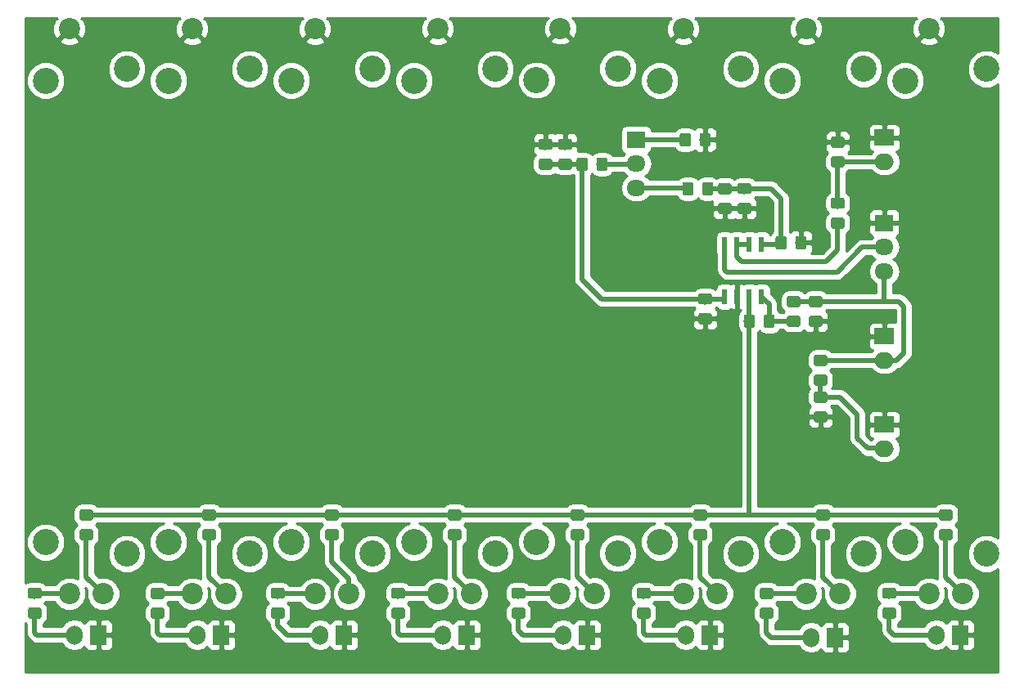
<source format=gbl>
G04 #@! TF.GenerationSoftware,KiCad,Pcbnew,(5.0.0)*
G04 #@! TF.CreationDate,2018-07-30T10:59:50+01:00*
G04 #@! TF.ProjectId,Mixer,4D697865722E6B696361645F70636200,rev?*
G04 #@! TF.SameCoordinates,Original*
G04 #@! TF.FileFunction,Copper,L2,Bot,Signal*
G04 #@! TF.FilePolarity,Positive*
%FSLAX46Y46*%
G04 Gerber Fmt 4.6, Leading zero omitted, Abs format (unit mm)*
G04 Created by KiCad (PCBNEW (5.0.0)) date 07/30/18 10:59:50*
%MOMM*%
%LPD*%
G01*
G04 APERTURE LIST*
G04 #@! TA.AperFunction,Conductor*
%ADD10C,0.100000*%
G04 #@! TD*
G04 #@! TA.AperFunction,SMDPad,CuDef*
%ADD11C,1.150000*%
G04 #@! TD*
G04 #@! TA.AperFunction,ComponentPad*
%ADD12R,1.950000X1.700000*%
G04 #@! TD*
G04 #@! TA.AperFunction,ComponentPad*
%ADD13O,1.950000X1.700000*%
G04 #@! TD*
G04 #@! TA.AperFunction,ComponentPad*
%ADD14O,1.700000X2.000000*%
G04 #@! TD*
G04 #@! TA.AperFunction,ComponentPad*
%ADD15R,1.700000X2.000000*%
G04 #@! TD*
G04 #@! TA.AperFunction,ComponentPad*
%ADD16O,2.000000X1.700000*%
G04 #@! TD*
G04 #@! TA.AperFunction,ComponentPad*
%ADD17R,2.000000X1.700000*%
G04 #@! TD*
G04 #@! TA.AperFunction,SMDPad,CuDef*
%ADD18R,0.600000X1.550000*%
G04 #@! TD*
G04 #@! TA.AperFunction,ComponentPad*
%ADD19C,2.700000*%
G04 #@! TD*
G04 #@! TA.AperFunction,ComponentPad*
%ADD20C,2.200000*%
G04 #@! TD*
G04 #@! TA.AperFunction,Conductor*
%ADD21C,0.500000*%
G04 #@! TD*
G04 #@! TA.AperFunction,Conductor*
%ADD22C,0.254000*%
G04 #@! TD*
G04 APERTURE END LIST*
D10*
G04 #@! TO.N,GND*
G04 #@! TO.C,R13*
G36*
X131538505Y-32700204D02*
X131562773Y-32703804D01*
X131586572Y-32709765D01*
X131609671Y-32718030D01*
X131631850Y-32728520D01*
X131652893Y-32741132D01*
X131672599Y-32755747D01*
X131690777Y-32772223D01*
X131707253Y-32790401D01*
X131721868Y-32810107D01*
X131734480Y-32831150D01*
X131744970Y-32853329D01*
X131753235Y-32876428D01*
X131759196Y-32900227D01*
X131762796Y-32924495D01*
X131764000Y-32948999D01*
X131764000Y-33599001D01*
X131762796Y-33623505D01*
X131759196Y-33647773D01*
X131753235Y-33671572D01*
X131744970Y-33694671D01*
X131734480Y-33716850D01*
X131721868Y-33737893D01*
X131707253Y-33757599D01*
X131690777Y-33775777D01*
X131672599Y-33792253D01*
X131652893Y-33806868D01*
X131631850Y-33819480D01*
X131609671Y-33829970D01*
X131586572Y-33838235D01*
X131562773Y-33844196D01*
X131538505Y-33847796D01*
X131514001Y-33849000D01*
X130613999Y-33849000D01*
X130589495Y-33847796D01*
X130565227Y-33844196D01*
X130541428Y-33838235D01*
X130518329Y-33829970D01*
X130496150Y-33819480D01*
X130475107Y-33806868D01*
X130455401Y-33792253D01*
X130437223Y-33775777D01*
X130420747Y-33757599D01*
X130406132Y-33737893D01*
X130393520Y-33716850D01*
X130383030Y-33694671D01*
X130374765Y-33671572D01*
X130368804Y-33647773D01*
X130365204Y-33623505D01*
X130364000Y-33599001D01*
X130364000Y-32948999D01*
X130365204Y-32924495D01*
X130368804Y-32900227D01*
X130374765Y-32876428D01*
X130383030Y-32853329D01*
X130393520Y-32831150D01*
X130406132Y-32810107D01*
X130420747Y-32790401D01*
X130437223Y-32772223D01*
X130455401Y-32755747D01*
X130475107Y-32741132D01*
X130496150Y-32728520D01*
X130518329Y-32718030D01*
X130541428Y-32709765D01*
X130565227Y-32703804D01*
X130589495Y-32700204D01*
X130613999Y-32699000D01*
X131514001Y-32699000D01*
X131538505Y-32700204D01*
X131538505Y-32700204D01*
G37*
D11*
G04 #@! TD*
G04 #@! TO.P,R13,1*
G04 #@! TO.N,GND*
X131064000Y-33274000D03*
D10*
G04 #@! TO.N,Net-(C12-Pad1)*
G04 #@! TO.C,R13*
G36*
X131538505Y-34750204D02*
X131562773Y-34753804D01*
X131586572Y-34759765D01*
X131609671Y-34768030D01*
X131631850Y-34778520D01*
X131652893Y-34791132D01*
X131672599Y-34805747D01*
X131690777Y-34822223D01*
X131707253Y-34840401D01*
X131721868Y-34860107D01*
X131734480Y-34881150D01*
X131744970Y-34903329D01*
X131753235Y-34926428D01*
X131759196Y-34950227D01*
X131762796Y-34974495D01*
X131764000Y-34998999D01*
X131764000Y-35649001D01*
X131762796Y-35673505D01*
X131759196Y-35697773D01*
X131753235Y-35721572D01*
X131744970Y-35744671D01*
X131734480Y-35766850D01*
X131721868Y-35787893D01*
X131707253Y-35807599D01*
X131690777Y-35825777D01*
X131672599Y-35842253D01*
X131652893Y-35856868D01*
X131631850Y-35869480D01*
X131609671Y-35879970D01*
X131586572Y-35888235D01*
X131562773Y-35894196D01*
X131538505Y-35897796D01*
X131514001Y-35899000D01*
X130613999Y-35899000D01*
X130589495Y-35897796D01*
X130565227Y-35894196D01*
X130541428Y-35888235D01*
X130518329Y-35879970D01*
X130496150Y-35869480D01*
X130475107Y-35856868D01*
X130455401Y-35842253D01*
X130437223Y-35825777D01*
X130420747Y-35807599D01*
X130406132Y-35787893D01*
X130393520Y-35766850D01*
X130383030Y-35744671D01*
X130374765Y-35721572D01*
X130368804Y-35697773D01*
X130365204Y-35673505D01*
X130364000Y-35649001D01*
X130364000Y-34998999D01*
X130365204Y-34974495D01*
X130368804Y-34950227D01*
X130374765Y-34926428D01*
X130383030Y-34903329D01*
X130393520Y-34881150D01*
X130406132Y-34860107D01*
X130420747Y-34840401D01*
X130437223Y-34822223D01*
X130455401Y-34805747D01*
X130475107Y-34791132D01*
X130496150Y-34778520D01*
X130518329Y-34768030D01*
X130541428Y-34759765D01*
X130565227Y-34753804D01*
X130589495Y-34750204D01*
X130613999Y-34749000D01*
X131514001Y-34749000D01*
X131538505Y-34750204D01*
X131538505Y-34750204D01*
G37*
D11*
G04 #@! TD*
G04 #@! TO.P,R13,2*
G04 #@! TO.N,Net-(C12-Pad1)*
X131064000Y-35324000D03*
D10*
G04 #@! TO.N,-12V*
G04 #@! TO.C,C16*
G36*
X101312505Y-34986204D02*
X101336773Y-34989804D01*
X101360572Y-34995765D01*
X101383671Y-35004030D01*
X101405850Y-35014520D01*
X101426893Y-35027132D01*
X101446599Y-35041747D01*
X101464777Y-35058223D01*
X101481253Y-35076401D01*
X101495868Y-35096107D01*
X101508480Y-35117150D01*
X101518970Y-35139329D01*
X101527235Y-35162428D01*
X101533196Y-35186227D01*
X101536796Y-35210495D01*
X101538000Y-35234999D01*
X101538000Y-35885001D01*
X101536796Y-35909505D01*
X101533196Y-35933773D01*
X101527235Y-35957572D01*
X101518970Y-35980671D01*
X101508480Y-36002850D01*
X101495868Y-36023893D01*
X101481253Y-36043599D01*
X101464777Y-36061777D01*
X101446599Y-36078253D01*
X101426893Y-36092868D01*
X101405850Y-36105480D01*
X101383671Y-36115970D01*
X101360572Y-36124235D01*
X101336773Y-36130196D01*
X101312505Y-36133796D01*
X101288001Y-36135000D01*
X100387999Y-36135000D01*
X100363495Y-36133796D01*
X100339227Y-36130196D01*
X100315428Y-36124235D01*
X100292329Y-36115970D01*
X100270150Y-36105480D01*
X100249107Y-36092868D01*
X100229401Y-36078253D01*
X100211223Y-36061777D01*
X100194747Y-36043599D01*
X100180132Y-36023893D01*
X100167520Y-36002850D01*
X100157030Y-35980671D01*
X100148765Y-35957572D01*
X100142804Y-35933773D01*
X100139204Y-35909505D01*
X100138000Y-35885001D01*
X100138000Y-35234999D01*
X100139204Y-35210495D01*
X100142804Y-35186227D01*
X100148765Y-35162428D01*
X100157030Y-35139329D01*
X100167520Y-35117150D01*
X100180132Y-35096107D01*
X100194747Y-35076401D01*
X100211223Y-35058223D01*
X100229401Y-35041747D01*
X100249107Y-35027132D01*
X100270150Y-35014520D01*
X100292329Y-35004030D01*
X100315428Y-34995765D01*
X100339227Y-34989804D01*
X100363495Y-34986204D01*
X100387999Y-34985000D01*
X101288001Y-34985000D01*
X101312505Y-34986204D01*
X101312505Y-34986204D01*
G37*
D11*
G04 #@! TD*
G04 #@! TO.P,C16,2*
G04 #@! TO.N,-12V*
X100838000Y-35560000D03*
D10*
G04 #@! TO.N,GND*
G04 #@! TO.C,C16*
G36*
X101312505Y-32936204D02*
X101336773Y-32939804D01*
X101360572Y-32945765D01*
X101383671Y-32954030D01*
X101405850Y-32964520D01*
X101426893Y-32977132D01*
X101446599Y-32991747D01*
X101464777Y-33008223D01*
X101481253Y-33026401D01*
X101495868Y-33046107D01*
X101508480Y-33067150D01*
X101518970Y-33089329D01*
X101527235Y-33112428D01*
X101533196Y-33136227D01*
X101536796Y-33160495D01*
X101538000Y-33184999D01*
X101538000Y-33835001D01*
X101536796Y-33859505D01*
X101533196Y-33883773D01*
X101527235Y-33907572D01*
X101518970Y-33930671D01*
X101508480Y-33952850D01*
X101495868Y-33973893D01*
X101481253Y-33993599D01*
X101464777Y-34011777D01*
X101446599Y-34028253D01*
X101426893Y-34042868D01*
X101405850Y-34055480D01*
X101383671Y-34065970D01*
X101360572Y-34074235D01*
X101336773Y-34080196D01*
X101312505Y-34083796D01*
X101288001Y-34085000D01*
X100387999Y-34085000D01*
X100363495Y-34083796D01*
X100339227Y-34080196D01*
X100315428Y-34074235D01*
X100292329Y-34065970D01*
X100270150Y-34055480D01*
X100249107Y-34042868D01*
X100229401Y-34028253D01*
X100211223Y-34011777D01*
X100194747Y-33993599D01*
X100180132Y-33973893D01*
X100167520Y-33952850D01*
X100157030Y-33930671D01*
X100148765Y-33907572D01*
X100142804Y-33883773D01*
X100139204Y-33859505D01*
X100138000Y-33835001D01*
X100138000Y-33184999D01*
X100139204Y-33160495D01*
X100142804Y-33136227D01*
X100148765Y-33112428D01*
X100157030Y-33089329D01*
X100167520Y-33067150D01*
X100180132Y-33046107D01*
X100194747Y-33026401D01*
X100211223Y-33008223D01*
X100229401Y-32991747D01*
X100249107Y-32977132D01*
X100270150Y-32964520D01*
X100292329Y-32954030D01*
X100315428Y-32945765D01*
X100339227Y-32939804D01*
X100363495Y-32936204D01*
X100387999Y-32935000D01*
X101288001Y-32935000D01*
X101312505Y-32936204D01*
X101312505Y-32936204D01*
G37*
D11*
G04 #@! TD*
G04 #@! TO.P,C16,1*
G04 #@! TO.N,GND*
X100838000Y-33510000D03*
D10*
G04 #@! TO.N,GND*
G04 #@! TO.C,C15*
G36*
X121886505Y-39567204D02*
X121910773Y-39570804D01*
X121934572Y-39576765D01*
X121957671Y-39585030D01*
X121979850Y-39595520D01*
X122000893Y-39608132D01*
X122020599Y-39622747D01*
X122038777Y-39639223D01*
X122055253Y-39657401D01*
X122069868Y-39677107D01*
X122082480Y-39698150D01*
X122092970Y-39720329D01*
X122101235Y-39743428D01*
X122107196Y-39767227D01*
X122110796Y-39791495D01*
X122112000Y-39815999D01*
X122112000Y-40466001D01*
X122110796Y-40490505D01*
X122107196Y-40514773D01*
X122101235Y-40538572D01*
X122092970Y-40561671D01*
X122082480Y-40583850D01*
X122069868Y-40604893D01*
X122055253Y-40624599D01*
X122038777Y-40642777D01*
X122020599Y-40659253D01*
X122000893Y-40673868D01*
X121979850Y-40686480D01*
X121957671Y-40696970D01*
X121934572Y-40705235D01*
X121910773Y-40711196D01*
X121886505Y-40714796D01*
X121862001Y-40716000D01*
X120961999Y-40716000D01*
X120937495Y-40714796D01*
X120913227Y-40711196D01*
X120889428Y-40705235D01*
X120866329Y-40696970D01*
X120844150Y-40686480D01*
X120823107Y-40673868D01*
X120803401Y-40659253D01*
X120785223Y-40642777D01*
X120768747Y-40624599D01*
X120754132Y-40604893D01*
X120741520Y-40583850D01*
X120731030Y-40561671D01*
X120722765Y-40538572D01*
X120716804Y-40514773D01*
X120713204Y-40490505D01*
X120712000Y-40466001D01*
X120712000Y-39815999D01*
X120713204Y-39791495D01*
X120716804Y-39767227D01*
X120722765Y-39743428D01*
X120731030Y-39720329D01*
X120741520Y-39698150D01*
X120754132Y-39677107D01*
X120768747Y-39657401D01*
X120785223Y-39639223D01*
X120803401Y-39622747D01*
X120823107Y-39608132D01*
X120844150Y-39595520D01*
X120866329Y-39585030D01*
X120889428Y-39576765D01*
X120913227Y-39570804D01*
X120937495Y-39567204D01*
X120961999Y-39566000D01*
X121862001Y-39566000D01*
X121886505Y-39567204D01*
X121886505Y-39567204D01*
G37*
D11*
G04 #@! TD*
G04 #@! TO.P,C15,1*
G04 #@! TO.N,GND*
X121412000Y-40141000D03*
D10*
G04 #@! TO.N,+12V*
G04 #@! TO.C,C15*
G36*
X121886505Y-37517204D02*
X121910773Y-37520804D01*
X121934572Y-37526765D01*
X121957671Y-37535030D01*
X121979850Y-37545520D01*
X122000893Y-37558132D01*
X122020599Y-37572747D01*
X122038777Y-37589223D01*
X122055253Y-37607401D01*
X122069868Y-37627107D01*
X122082480Y-37648150D01*
X122092970Y-37670329D01*
X122101235Y-37693428D01*
X122107196Y-37717227D01*
X122110796Y-37741495D01*
X122112000Y-37765999D01*
X122112000Y-38416001D01*
X122110796Y-38440505D01*
X122107196Y-38464773D01*
X122101235Y-38488572D01*
X122092970Y-38511671D01*
X122082480Y-38533850D01*
X122069868Y-38554893D01*
X122055253Y-38574599D01*
X122038777Y-38592777D01*
X122020599Y-38609253D01*
X122000893Y-38623868D01*
X121979850Y-38636480D01*
X121957671Y-38646970D01*
X121934572Y-38655235D01*
X121910773Y-38661196D01*
X121886505Y-38664796D01*
X121862001Y-38666000D01*
X120961999Y-38666000D01*
X120937495Y-38664796D01*
X120913227Y-38661196D01*
X120889428Y-38655235D01*
X120866329Y-38646970D01*
X120844150Y-38636480D01*
X120823107Y-38623868D01*
X120803401Y-38609253D01*
X120785223Y-38592777D01*
X120768747Y-38574599D01*
X120754132Y-38554893D01*
X120741520Y-38533850D01*
X120731030Y-38511671D01*
X120722765Y-38488572D01*
X120716804Y-38464773D01*
X120713204Y-38440505D01*
X120712000Y-38416001D01*
X120712000Y-37765999D01*
X120713204Y-37741495D01*
X120716804Y-37717227D01*
X120722765Y-37693428D01*
X120731030Y-37670329D01*
X120741520Y-37648150D01*
X120754132Y-37627107D01*
X120768747Y-37607401D01*
X120785223Y-37589223D01*
X120803401Y-37572747D01*
X120823107Y-37558132D01*
X120844150Y-37545520D01*
X120866329Y-37535030D01*
X120889428Y-37526765D01*
X120913227Y-37520804D01*
X120937495Y-37517204D01*
X120961999Y-37516000D01*
X121862001Y-37516000D01*
X121886505Y-37517204D01*
X121886505Y-37517204D01*
G37*
D11*
G04 #@! TD*
G04 #@! TO.P,C15,2*
G04 #@! TO.N,+12V*
X121412000Y-38091000D03*
D10*
G04 #@! TO.N,-12V*
G04 #@! TO.C,C14*
G36*
X103344505Y-34986204D02*
X103368773Y-34989804D01*
X103392572Y-34995765D01*
X103415671Y-35004030D01*
X103437850Y-35014520D01*
X103458893Y-35027132D01*
X103478599Y-35041747D01*
X103496777Y-35058223D01*
X103513253Y-35076401D01*
X103527868Y-35096107D01*
X103540480Y-35117150D01*
X103550970Y-35139329D01*
X103559235Y-35162428D01*
X103565196Y-35186227D01*
X103568796Y-35210495D01*
X103570000Y-35234999D01*
X103570000Y-35885001D01*
X103568796Y-35909505D01*
X103565196Y-35933773D01*
X103559235Y-35957572D01*
X103550970Y-35980671D01*
X103540480Y-36002850D01*
X103527868Y-36023893D01*
X103513253Y-36043599D01*
X103496777Y-36061777D01*
X103478599Y-36078253D01*
X103458893Y-36092868D01*
X103437850Y-36105480D01*
X103415671Y-36115970D01*
X103392572Y-36124235D01*
X103368773Y-36130196D01*
X103344505Y-36133796D01*
X103320001Y-36135000D01*
X102419999Y-36135000D01*
X102395495Y-36133796D01*
X102371227Y-36130196D01*
X102347428Y-36124235D01*
X102324329Y-36115970D01*
X102302150Y-36105480D01*
X102281107Y-36092868D01*
X102261401Y-36078253D01*
X102243223Y-36061777D01*
X102226747Y-36043599D01*
X102212132Y-36023893D01*
X102199520Y-36002850D01*
X102189030Y-35980671D01*
X102180765Y-35957572D01*
X102174804Y-35933773D01*
X102171204Y-35909505D01*
X102170000Y-35885001D01*
X102170000Y-35234999D01*
X102171204Y-35210495D01*
X102174804Y-35186227D01*
X102180765Y-35162428D01*
X102189030Y-35139329D01*
X102199520Y-35117150D01*
X102212132Y-35096107D01*
X102226747Y-35076401D01*
X102243223Y-35058223D01*
X102261401Y-35041747D01*
X102281107Y-35027132D01*
X102302150Y-35014520D01*
X102324329Y-35004030D01*
X102347428Y-34995765D01*
X102371227Y-34989804D01*
X102395495Y-34986204D01*
X102419999Y-34985000D01*
X103320001Y-34985000D01*
X103344505Y-34986204D01*
X103344505Y-34986204D01*
G37*
D11*
G04 #@! TD*
G04 #@! TO.P,C14,2*
G04 #@! TO.N,-12V*
X102870000Y-35560000D03*
D10*
G04 #@! TO.N,GND*
G04 #@! TO.C,C14*
G36*
X103344505Y-32936204D02*
X103368773Y-32939804D01*
X103392572Y-32945765D01*
X103415671Y-32954030D01*
X103437850Y-32964520D01*
X103458893Y-32977132D01*
X103478599Y-32991747D01*
X103496777Y-33008223D01*
X103513253Y-33026401D01*
X103527868Y-33046107D01*
X103540480Y-33067150D01*
X103550970Y-33089329D01*
X103559235Y-33112428D01*
X103565196Y-33136227D01*
X103568796Y-33160495D01*
X103570000Y-33184999D01*
X103570000Y-33835001D01*
X103568796Y-33859505D01*
X103565196Y-33883773D01*
X103559235Y-33907572D01*
X103550970Y-33930671D01*
X103540480Y-33952850D01*
X103527868Y-33973893D01*
X103513253Y-33993599D01*
X103496777Y-34011777D01*
X103478599Y-34028253D01*
X103458893Y-34042868D01*
X103437850Y-34055480D01*
X103415671Y-34065970D01*
X103392572Y-34074235D01*
X103368773Y-34080196D01*
X103344505Y-34083796D01*
X103320001Y-34085000D01*
X102419999Y-34085000D01*
X102395495Y-34083796D01*
X102371227Y-34080196D01*
X102347428Y-34074235D01*
X102324329Y-34065970D01*
X102302150Y-34055480D01*
X102281107Y-34042868D01*
X102261401Y-34028253D01*
X102243223Y-34011777D01*
X102226747Y-33993599D01*
X102212132Y-33973893D01*
X102199520Y-33952850D01*
X102189030Y-33930671D01*
X102180765Y-33907572D01*
X102174804Y-33883773D01*
X102171204Y-33859505D01*
X102170000Y-33835001D01*
X102170000Y-33184999D01*
X102171204Y-33160495D01*
X102174804Y-33136227D01*
X102180765Y-33112428D01*
X102189030Y-33089329D01*
X102199520Y-33067150D01*
X102212132Y-33046107D01*
X102226747Y-33026401D01*
X102243223Y-33008223D01*
X102261401Y-32991747D01*
X102281107Y-32977132D01*
X102302150Y-32964520D01*
X102324329Y-32954030D01*
X102347428Y-32945765D01*
X102371227Y-32939804D01*
X102395495Y-32936204D01*
X102419999Y-32935000D01*
X103320001Y-32935000D01*
X103344505Y-32936204D01*
X103344505Y-32936204D01*
G37*
D11*
G04 #@! TD*
G04 #@! TO.P,C14,1*
G04 #@! TO.N,GND*
X102870000Y-33510000D03*
D10*
G04 #@! TO.N,GND*
G04 #@! TO.C,C13*
G36*
X119854505Y-39576204D02*
X119878773Y-39579804D01*
X119902572Y-39585765D01*
X119925671Y-39594030D01*
X119947850Y-39604520D01*
X119968893Y-39617132D01*
X119988599Y-39631747D01*
X120006777Y-39648223D01*
X120023253Y-39666401D01*
X120037868Y-39686107D01*
X120050480Y-39707150D01*
X120060970Y-39729329D01*
X120069235Y-39752428D01*
X120075196Y-39776227D01*
X120078796Y-39800495D01*
X120080000Y-39824999D01*
X120080000Y-40475001D01*
X120078796Y-40499505D01*
X120075196Y-40523773D01*
X120069235Y-40547572D01*
X120060970Y-40570671D01*
X120050480Y-40592850D01*
X120037868Y-40613893D01*
X120023253Y-40633599D01*
X120006777Y-40651777D01*
X119988599Y-40668253D01*
X119968893Y-40682868D01*
X119947850Y-40695480D01*
X119925671Y-40705970D01*
X119902572Y-40714235D01*
X119878773Y-40720196D01*
X119854505Y-40723796D01*
X119830001Y-40725000D01*
X118929999Y-40725000D01*
X118905495Y-40723796D01*
X118881227Y-40720196D01*
X118857428Y-40714235D01*
X118834329Y-40705970D01*
X118812150Y-40695480D01*
X118791107Y-40682868D01*
X118771401Y-40668253D01*
X118753223Y-40651777D01*
X118736747Y-40633599D01*
X118722132Y-40613893D01*
X118709520Y-40592850D01*
X118699030Y-40570671D01*
X118690765Y-40547572D01*
X118684804Y-40523773D01*
X118681204Y-40499505D01*
X118680000Y-40475001D01*
X118680000Y-39824999D01*
X118681204Y-39800495D01*
X118684804Y-39776227D01*
X118690765Y-39752428D01*
X118699030Y-39729329D01*
X118709520Y-39707150D01*
X118722132Y-39686107D01*
X118736747Y-39666401D01*
X118753223Y-39648223D01*
X118771401Y-39631747D01*
X118791107Y-39617132D01*
X118812150Y-39604520D01*
X118834329Y-39594030D01*
X118857428Y-39585765D01*
X118881227Y-39579804D01*
X118905495Y-39576204D01*
X118929999Y-39575000D01*
X119830001Y-39575000D01*
X119854505Y-39576204D01*
X119854505Y-39576204D01*
G37*
D11*
G04 #@! TD*
G04 #@! TO.P,C13,1*
G04 #@! TO.N,GND*
X119380000Y-40150000D03*
D10*
G04 #@! TO.N,+12V*
G04 #@! TO.C,C13*
G36*
X119854505Y-37526204D02*
X119878773Y-37529804D01*
X119902572Y-37535765D01*
X119925671Y-37544030D01*
X119947850Y-37554520D01*
X119968893Y-37567132D01*
X119988599Y-37581747D01*
X120006777Y-37598223D01*
X120023253Y-37616401D01*
X120037868Y-37636107D01*
X120050480Y-37657150D01*
X120060970Y-37679329D01*
X120069235Y-37702428D01*
X120075196Y-37726227D01*
X120078796Y-37750495D01*
X120080000Y-37774999D01*
X120080000Y-38425001D01*
X120078796Y-38449505D01*
X120075196Y-38473773D01*
X120069235Y-38497572D01*
X120060970Y-38520671D01*
X120050480Y-38542850D01*
X120037868Y-38563893D01*
X120023253Y-38583599D01*
X120006777Y-38601777D01*
X119988599Y-38618253D01*
X119968893Y-38632868D01*
X119947850Y-38645480D01*
X119925671Y-38655970D01*
X119902572Y-38664235D01*
X119878773Y-38670196D01*
X119854505Y-38673796D01*
X119830001Y-38675000D01*
X118929999Y-38675000D01*
X118905495Y-38673796D01*
X118881227Y-38670196D01*
X118857428Y-38664235D01*
X118834329Y-38655970D01*
X118812150Y-38645480D01*
X118791107Y-38632868D01*
X118771401Y-38618253D01*
X118753223Y-38601777D01*
X118736747Y-38583599D01*
X118722132Y-38563893D01*
X118709520Y-38542850D01*
X118699030Y-38520671D01*
X118690765Y-38497572D01*
X118684804Y-38473773D01*
X118681204Y-38449505D01*
X118680000Y-38425001D01*
X118680000Y-37774999D01*
X118681204Y-37750495D01*
X118684804Y-37726227D01*
X118690765Y-37702428D01*
X118699030Y-37679329D01*
X118709520Y-37657150D01*
X118722132Y-37636107D01*
X118736747Y-37616401D01*
X118753223Y-37598223D01*
X118771401Y-37581747D01*
X118791107Y-37567132D01*
X118812150Y-37554520D01*
X118834329Y-37544030D01*
X118857428Y-37535765D01*
X118881227Y-37529804D01*
X118905495Y-37526204D01*
X118929999Y-37525000D01*
X119830001Y-37525000D01*
X119854505Y-37526204D01*
X119854505Y-37526204D01*
G37*
D11*
G04 #@! TD*
G04 #@! TO.P,C13,2*
G04 #@! TO.N,+12V*
X119380000Y-38100000D03*
D12*
G04 #@! TO.P,J12,1*
G04 #@! TO.N,Net-(J12-Pad1)*
X110236000Y-33020000D03*
D13*
G04 #@! TO.P,J12,2*
G04 #@! TO.N,Net-(J12-Pad2)*
X110236000Y-35520000D03*
G04 #@! TO.P,J12,3*
G04 #@! TO.N,Net-(J12-Pad3)*
X110236000Y-38020000D03*
G04 #@! TD*
D10*
G04 #@! TO.N,Net-(J12-Pad3)*
G04 #@! TO.C,L1*
G36*
X115919505Y-37401204D02*
X115943773Y-37404804D01*
X115967572Y-37410765D01*
X115990671Y-37419030D01*
X116012850Y-37429520D01*
X116033893Y-37442132D01*
X116053599Y-37456747D01*
X116071777Y-37473223D01*
X116088253Y-37491401D01*
X116102868Y-37511107D01*
X116115480Y-37532150D01*
X116125970Y-37554329D01*
X116134235Y-37577428D01*
X116140196Y-37601227D01*
X116143796Y-37625495D01*
X116145000Y-37649999D01*
X116145000Y-38550001D01*
X116143796Y-38574505D01*
X116140196Y-38598773D01*
X116134235Y-38622572D01*
X116125970Y-38645671D01*
X116115480Y-38667850D01*
X116102868Y-38688893D01*
X116088253Y-38708599D01*
X116071777Y-38726777D01*
X116053599Y-38743253D01*
X116033893Y-38757868D01*
X116012850Y-38770480D01*
X115990671Y-38780970D01*
X115967572Y-38789235D01*
X115943773Y-38795196D01*
X115919505Y-38798796D01*
X115895001Y-38800000D01*
X115244999Y-38800000D01*
X115220495Y-38798796D01*
X115196227Y-38795196D01*
X115172428Y-38789235D01*
X115149329Y-38780970D01*
X115127150Y-38770480D01*
X115106107Y-38757868D01*
X115086401Y-38743253D01*
X115068223Y-38726777D01*
X115051747Y-38708599D01*
X115037132Y-38688893D01*
X115024520Y-38667850D01*
X115014030Y-38645671D01*
X115005765Y-38622572D01*
X114999804Y-38598773D01*
X114996204Y-38574505D01*
X114995000Y-38550001D01*
X114995000Y-37649999D01*
X114996204Y-37625495D01*
X114999804Y-37601227D01*
X115005765Y-37577428D01*
X115014030Y-37554329D01*
X115024520Y-37532150D01*
X115037132Y-37511107D01*
X115051747Y-37491401D01*
X115068223Y-37473223D01*
X115086401Y-37456747D01*
X115106107Y-37442132D01*
X115127150Y-37429520D01*
X115149329Y-37419030D01*
X115172428Y-37410765D01*
X115196227Y-37404804D01*
X115220495Y-37401204D01*
X115244999Y-37400000D01*
X115895001Y-37400000D01*
X115919505Y-37401204D01*
X115919505Y-37401204D01*
G37*
D11*
G04 #@! TD*
G04 #@! TO.P,L1,1*
G04 #@! TO.N,Net-(J12-Pad3)*
X115570000Y-38100000D03*
D10*
G04 #@! TO.N,+12V*
G04 #@! TO.C,L1*
G36*
X117969505Y-37401204D02*
X117993773Y-37404804D01*
X118017572Y-37410765D01*
X118040671Y-37419030D01*
X118062850Y-37429520D01*
X118083893Y-37442132D01*
X118103599Y-37456747D01*
X118121777Y-37473223D01*
X118138253Y-37491401D01*
X118152868Y-37511107D01*
X118165480Y-37532150D01*
X118175970Y-37554329D01*
X118184235Y-37577428D01*
X118190196Y-37601227D01*
X118193796Y-37625495D01*
X118195000Y-37649999D01*
X118195000Y-38550001D01*
X118193796Y-38574505D01*
X118190196Y-38598773D01*
X118184235Y-38622572D01*
X118175970Y-38645671D01*
X118165480Y-38667850D01*
X118152868Y-38688893D01*
X118138253Y-38708599D01*
X118121777Y-38726777D01*
X118103599Y-38743253D01*
X118083893Y-38757868D01*
X118062850Y-38770480D01*
X118040671Y-38780970D01*
X118017572Y-38789235D01*
X117993773Y-38795196D01*
X117969505Y-38798796D01*
X117945001Y-38800000D01*
X117294999Y-38800000D01*
X117270495Y-38798796D01*
X117246227Y-38795196D01*
X117222428Y-38789235D01*
X117199329Y-38780970D01*
X117177150Y-38770480D01*
X117156107Y-38757868D01*
X117136401Y-38743253D01*
X117118223Y-38726777D01*
X117101747Y-38708599D01*
X117087132Y-38688893D01*
X117074520Y-38667850D01*
X117064030Y-38645671D01*
X117055765Y-38622572D01*
X117049804Y-38598773D01*
X117046204Y-38574505D01*
X117045000Y-38550001D01*
X117045000Y-37649999D01*
X117046204Y-37625495D01*
X117049804Y-37601227D01*
X117055765Y-37577428D01*
X117064030Y-37554329D01*
X117074520Y-37532150D01*
X117087132Y-37511107D01*
X117101747Y-37491401D01*
X117118223Y-37473223D01*
X117136401Y-37456747D01*
X117156107Y-37442132D01*
X117177150Y-37429520D01*
X117199329Y-37419030D01*
X117222428Y-37410765D01*
X117246227Y-37404804D01*
X117270495Y-37401204D01*
X117294999Y-37400000D01*
X117945001Y-37400000D01*
X117969505Y-37401204D01*
X117969505Y-37401204D01*
G37*
D11*
G04 #@! TD*
G04 #@! TO.P,L1,2*
G04 #@! TO.N,+12V*
X117620000Y-38100000D03*
D10*
G04 #@! TO.N,-12V*
G04 #@! TO.C,L2*
G36*
X104979505Y-34861204D02*
X105003773Y-34864804D01*
X105027572Y-34870765D01*
X105050671Y-34879030D01*
X105072850Y-34889520D01*
X105093893Y-34902132D01*
X105113599Y-34916747D01*
X105131777Y-34933223D01*
X105148253Y-34951401D01*
X105162868Y-34971107D01*
X105175480Y-34992150D01*
X105185970Y-35014329D01*
X105194235Y-35037428D01*
X105200196Y-35061227D01*
X105203796Y-35085495D01*
X105205000Y-35109999D01*
X105205000Y-36010001D01*
X105203796Y-36034505D01*
X105200196Y-36058773D01*
X105194235Y-36082572D01*
X105185970Y-36105671D01*
X105175480Y-36127850D01*
X105162868Y-36148893D01*
X105148253Y-36168599D01*
X105131777Y-36186777D01*
X105113599Y-36203253D01*
X105093893Y-36217868D01*
X105072850Y-36230480D01*
X105050671Y-36240970D01*
X105027572Y-36249235D01*
X105003773Y-36255196D01*
X104979505Y-36258796D01*
X104955001Y-36260000D01*
X104304999Y-36260000D01*
X104280495Y-36258796D01*
X104256227Y-36255196D01*
X104232428Y-36249235D01*
X104209329Y-36240970D01*
X104187150Y-36230480D01*
X104166107Y-36217868D01*
X104146401Y-36203253D01*
X104128223Y-36186777D01*
X104111747Y-36168599D01*
X104097132Y-36148893D01*
X104084520Y-36127850D01*
X104074030Y-36105671D01*
X104065765Y-36082572D01*
X104059804Y-36058773D01*
X104056204Y-36034505D01*
X104055000Y-36010001D01*
X104055000Y-35109999D01*
X104056204Y-35085495D01*
X104059804Y-35061227D01*
X104065765Y-35037428D01*
X104074030Y-35014329D01*
X104084520Y-34992150D01*
X104097132Y-34971107D01*
X104111747Y-34951401D01*
X104128223Y-34933223D01*
X104146401Y-34916747D01*
X104166107Y-34902132D01*
X104187150Y-34889520D01*
X104209329Y-34879030D01*
X104232428Y-34870765D01*
X104256227Y-34864804D01*
X104280495Y-34861204D01*
X104304999Y-34860000D01*
X104955001Y-34860000D01*
X104979505Y-34861204D01*
X104979505Y-34861204D01*
G37*
D11*
G04 #@! TD*
G04 #@! TO.P,L2,2*
G04 #@! TO.N,-12V*
X104630000Y-35560000D03*
D10*
G04 #@! TO.N,Net-(J12-Pad2)*
G04 #@! TO.C,L2*
G36*
X107029505Y-34861204D02*
X107053773Y-34864804D01*
X107077572Y-34870765D01*
X107100671Y-34879030D01*
X107122850Y-34889520D01*
X107143893Y-34902132D01*
X107163599Y-34916747D01*
X107181777Y-34933223D01*
X107198253Y-34951401D01*
X107212868Y-34971107D01*
X107225480Y-34992150D01*
X107235970Y-35014329D01*
X107244235Y-35037428D01*
X107250196Y-35061227D01*
X107253796Y-35085495D01*
X107255000Y-35109999D01*
X107255000Y-36010001D01*
X107253796Y-36034505D01*
X107250196Y-36058773D01*
X107244235Y-36082572D01*
X107235970Y-36105671D01*
X107225480Y-36127850D01*
X107212868Y-36148893D01*
X107198253Y-36168599D01*
X107181777Y-36186777D01*
X107163599Y-36203253D01*
X107143893Y-36217868D01*
X107122850Y-36230480D01*
X107100671Y-36240970D01*
X107077572Y-36249235D01*
X107053773Y-36255196D01*
X107029505Y-36258796D01*
X107005001Y-36260000D01*
X106354999Y-36260000D01*
X106330495Y-36258796D01*
X106306227Y-36255196D01*
X106282428Y-36249235D01*
X106259329Y-36240970D01*
X106237150Y-36230480D01*
X106216107Y-36217868D01*
X106196401Y-36203253D01*
X106178223Y-36186777D01*
X106161747Y-36168599D01*
X106147132Y-36148893D01*
X106134520Y-36127850D01*
X106124030Y-36105671D01*
X106115765Y-36082572D01*
X106109804Y-36058773D01*
X106106204Y-36034505D01*
X106105000Y-36010001D01*
X106105000Y-35109999D01*
X106106204Y-35085495D01*
X106109804Y-35061227D01*
X106115765Y-35037428D01*
X106124030Y-35014329D01*
X106134520Y-34992150D01*
X106147132Y-34971107D01*
X106161747Y-34951401D01*
X106178223Y-34933223D01*
X106196401Y-34916747D01*
X106216107Y-34902132D01*
X106237150Y-34889520D01*
X106259329Y-34879030D01*
X106282428Y-34870765D01*
X106306227Y-34864804D01*
X106330495Y-34861204D01*
X106354999Y-34860000D01*
X107005001Y-34860000D01*
X107029505Y-34861204D01*
X107029505Y-34861204D01*
G37*
D11*
G04 #@! TD*
G04 #@! TO.P,L2,1*
G04 #@! TO.N,Net-(J12-Pad2)*
X106680000Y-35560000D03*
D10*
G04 #@! TO.N,Net-(J12-Pad1)*
G04 #@! TO.C,L3*
G36*
X115647505Y-32321204D02*
X115671773Y-32324804D01*
X115695572Y-32330765D01*
X115718671Y-32339030D01*
X115740850Y-32349520D01*
X115761893Y-32362132D01*
X115781599Y-32376747D01*
X115799777Y-32393223D01*
X115816253Y-32411401D01*
X115830868Y-32431107D01*
X115843480Y-32452150D01*
X115853970Y-32474329D01*
X115862235Y-32497428D01*
X115868196Y-32521227D01*
X115871796Y-32545495D01*
X115873000Y-32569999D01*
X115873000Y-33470001D01*
X115871796Y-33494505D01*
X115868196Y-33518773D01*
X115862235Y-33542572D01*
X115853970Y-33565671D01*
X115843480Y-33587850D01*
X115830868Y-33608893D01*
X115816253Y-33628599D01*
X115799777Y-33646777D01*
X115781599Y-33663253D01*
X115761893Y-33677868D01*
X115740850Y-33690480D01*
X115718671Y-33700970D01*
X115695572Y-33709235D01*
X115671773Y-33715196D01*
X115647505Y-33718796D01*
X115623001Y-33720000D01*
X114972999Y-33720000D01*
X114948495Y-33718796D01*
X114924227Y-33715196D01*
X114900428Y-33709235D01*
X114877329Y-33700970D01*
X114855150Y-33690480D01*
X114834107Y-33677868D01*
X114814401Y-33663253D01*
X114796223Y-33646777D01*
X114779747Y-33628599D01*
X114765132Y-33608893D01*
X114752520Y-33587850D01*
X114742030Y-33565671D01*
X114733765Y-33542572D01*
X114727804Y-33518773D01*
X114724204Y-33494505D01*
X114723000Y-33470001D01*
X114723000Y-32569999D01*
X114724204Y-32545495D01*
X114727804Y-32521227D01*
X114733765Y-32497428D01*
X114742030Y-32474329D01*
X114752520Y-32452150D01*
X114765132Y-32431107D01*
X114779747Y-32411401D01*
X114796223Y-32393223D01*
X114814401Y-32376747D01*
X114834107Y-32362132D01*
X114855150Y-32349520D01*
X114877329Y-32339030D01*
X114900428Y-32330765D01*
X114924227Y-32324804D01*
X114948495Y-32321204D01*
X114972999Y-32320000D01*
X115623001Y-32320000D01*
X115647505Y-32321204D01*
X115647505Y-32321204D01*
G37*
D11*
G04 #@! TD*
G04 #@! TO.P,L3,1*
G04 #@! TO.N,Net-(J12-Pad1)*
X115298000Y-33020000D03*
D10*
G04 #@! TO.N,GND*
G04 #@! TO.C,L3*
G36*
X117697505Y-32321204D02*
X117721773Y-32324804D01*
X117745572Y-32330765D01*
X117768671Y-32339030D01*
X117790850Y-32349520D01*
X117811893Y-32362132D01*
X117831599Y-32376747D01*
X117849777Y-32393223D01*
X117866253Y-32411401D01*
X117880868Y-32431107D01*
X117893480Y-32452150D01*
X117903970Y-32474329D01*
X117912235Y-32497428D01*
X117918196Y-32521227D01*
X117921796Y-32545495D01*
X117923000Y-32569999D01*
X117923000Y-33470001D01*
X117921796Y-33494505D01*
X117918196Y-33518773D01*
X117912235Y-33542572D01*
X117903970Y-33565671D01*
X117893480Y-33587850D01*
X117880868Y-33608893D01*
X117866253Y-33628599D01*
X117849777Y-33646777D01*
X117831599Y-33663253D01*
X117811893Y-33677868D01*
X117790850Y-33690480D01*
X117768671Y-33700970D01*
X117745572Y-33709235D01*
X117721773Y-33715196D01*
X117697505Y-33718796D01*
X117673001Y-33720000D01*
X117022999Y-33720000D01*
X116998495Y-33718796D01*
X116974227Y-33715196D01*
X116950428Y-33709235D01*
X116927329Y-33700970D01*
X116905150Y-33690480D01*
X116884107Y-33677868D01*
X116864401Y-33663253D01*
X116846223Y-33646777D01*
X116829747Y-33628599D01*
X116815132Y-33608893D01*
X116802520Y-33587850D01*
X116792030Y-33565671D01*
X116783765Y-33542572D01*
X116777804Y-33518773D01*
X116774204Y-33494505D01*
X116773000Y-33470001D01*
X116773000Y-32569999D01*
X116774204Y-32545495D01*
X116777804Y-32521227D01*
X116783765Y-32497428D01*
X116792030Y-32474329D01*
X116802520Y-32452150D01*
X116815132Y-32431107D01*
X116829747Y-32411401D01*
X116846223Y-32393223D01*
X116864401Y-32376747D01*
X116884107Y-32362132D01*
X116905150Y-32349520D01*
X116927329Y-32339030D01*
X116950428Y-32330765D01*
X116974227Y-32324804D01*
X116998495Y-32321204D01*
X117022999Y-32320000D01*
X117673001Y-32320000D01*
X117697505Y-32321204D01*
X117697505Y-32321204D01*
G37*
D11*
G04 #@! TD*
G04 #@! TO.P,L3,2*
G04 #@! TO.N,GND*
X117348000Y-33020000D03*
D12*
G04 #@! TO.P,RV9,1*
G04 #@! TO.N,GND*
X135890000Y-41656000D03*
D13*
G04 #@! TO.P,RV9,2*
G04 #@! TO.N,Net-(RV9-Pad2)*
X135890000Y-44156000D03*
G04 #@! TO.P,RV9,3*
G04 #@! TO.N,Net-(C11-Pad1)*
X135890000Y-46656000D03*
G04 #@! TD*
D10*
G04 #@! TO.N,Net-(C12-Pad1)*
G04 #@! TO.C,C12*
G36*
X131538505Y-39032204D02*
X131562773Y-39035804D01*
X131586572Y-39041765D01*
X131609671Y-39050030D01*
X131631850Y-39060520D01*
X131652893Y-39073132D01*
X131672599Y-39087747D01*
X131690777Y-39104223D01*
X131707253Y-39122401D01*
X131721868Y-39142107D01*
X131734480Y-39163150D01*
X131744970Y-39185329D01*
X131753235Y-39208428D01*
X131759196Y-39232227D01*
X131762796Y-39256495D01*
X131764000Y-39280999D01*
X131764000Y-39931001D01*
X131762796Y-39955505D01*
X131759196Y-39979773D01*
X131753235Y-40003572D01*
X131744970Y-40026671D01*
X131734480Y-40048850D01*
X131721868Y-40069893D01*
X131707253Y-40089599D01*
X131690777Y-40107777D01*
X131672599Y-40124253D01*
X131652893Y-40138868D01*
X131631850Y-40151480D01*
X131609671Y-40161970D01*
X131586572Y-40170235D01*
X131562773Y-40176196D01*
X131538505Y-40179796D01*
X131514001Y-40181000D01*
X130613999Y-40181000D01*
X130589495Y-40179796D01*
X130565227Y-40176196D01*
X130541428Y-40170235D01*
X130518329Y-40161970D01*
X130496150Y-40151480D01*
X130475107Y-40138868D01*
X130455401Y-40124253D01*
X130437223Y-40107777D01*
X130420747Y-40089599D01*
X130406132Y-40069893D01*
X130393520Y-40048850D01*
X130383030Y-40026671D01*
X130374765Y-40003572D01*
X130368804Y-39979773D01*
X130365204Y-39955505D01*
X130364000Y-39931001D01*
X130364000Y-39280999D01*
X130365204Y-39256495D01*
X130368804Y-39232227D01*
X130374765Y-39208428D01*
X130383030Y-39185329D01*
X130393520Y-39163150D01*
X130406132Y-39142107D01*
X130420747Y-39122401D01*
X130437223Y-39104223D01*
X130455401Y-39087747D01*
X130475107Y-39073132D01*
X130496150Y-39060520D01*
X130518329Y-39050030D01*
X130541428Y-39041765D01*
X130565227Y-39035804D01*
X130589495Y-39032204D01*
X130613999Y-39031000D01*
X131514001Y-39031000D01*
X131538505Y-39032204D01*
X131538505Y-39032204D01*
G37*
D11*
G04 #@! TD*
G04 #@! TO.P,C12,1*
G04 #@! TO.N,Net-(C12-Pad1)*
X131064000Y-39606000D03*
D10*
G04 #@! TO.N,Net-(C12-Pad2)*
G04 #@! TO.C,C12*
G36*
X131538505Y-41082204D02*
X131562773Y-41085804D01*
X131586572Y-41091765D01*
X131609671Y-41100030D01*
X131631850Y-41110520D01*
X131652893Y-41123132D01*
X131672599Y-41137747D01*
X131690777Y-41154223D01*
X131707253Y-41172401D01*
X131721868Y-41192107D01*
X131734480Y-41213150D01*
X131744970Y-41235329D01*
X131753235Y-41258428D01*
X131759196Y-41282227D01*
X131762796Y-41306495D01*
X131764000Y-41330999D01*
X131764000Y-41981001D01*
X131762796Y-42005505D01*
X131759196Y-42029773D01*
X131753235Y-42053572D01*
X131744970Y-42076671D01*
X131734480Y-42098850D01*
X131721868Y-42119893D01*
X131707253Y-42139599D01*
X131690777Y-42157777D01*
X131672599Y-42174253D01*
X131652893Y-42188868D01*
X131631850Y-42201480D01*
X131609671Y-42211970D01*
X131586572Y-42220235D01*
X131562773Y-42226196D01*
X131538505Y-42229796D01*
X131514001Y-42231000D01*
X130613999Y-42231000D01*
X130589495Y-42229796D01*
X130565227Y-42226196D01*
X130541428Y-42220235D01*
X130518329Y-42211970D01*
X130496150Y-42201480D01*
X130475107Y-42188868D01*
X130455401Y-42174253D01*
X130437223Y-42157777D01*
X130420747Y-42139599D01*
X130406132Y-42119893D01*
X130393520Y-42098850D01*
X130383030Y-42076671D01*
X130374765Y-42053572D01*
X130368804Y-42029773D01*
X130365204Y-42005505D01*
X130364000Y-41981001D01*
X130364000Y-41330999D01*
X130365204Y-41306495D01*
X130368804Y-41282227D01*
X130374765Y-41258428D01*
X130383030Y-41235329D01*
X130393520Y-41213150D01*
X130406132Y-41192107D01*
X130420747Y-41172401D01*
X130437223Y-41154223D01*
X130455401Y-41137747D01*
X130475107Y-41123132D01*
X130496150Y-41110520D01*
X130518329Y-41100030D01*
X130541428Y-41091765D01*
X130565227Y-41085804D01*
X130589495Y-41082204D01*
X130613999Y-41081000D01*
X131514001Y-41081000D01*
X131538505Y-41082204D01*
X131538505Y-41082204D01*
G37*
D11*
G04 #@! TD*
G04 #@! TO.P,C12,2*
G04 #@! TO.N,Net-(C12-Pad2)*
X131064000Y-41656000D03*
D10*
G04 #@! TO.N,Net-(C11-Pad1)*
G04 #@! TO.C,C11*
G36*
X126966505Y-49210204D02*
X126990773Y-49213804D01*
X127014572Y-49219765D01*
X127037671Y-49228030D01*
X127059850Y-49238520D01*
X127080893Y-49251132D01*
X127100599Y-49265747D01*
X127118777Y-49282223D01*
X127135253Y-49300401D01*
X127149868Y-49320107D01*
X127162480Y-49341150D01*
X127172970Y-49363329D01*
X127181235Y-49386428D01*
X127187196Y-49410227D01*
X127190796Y-49434495D01*
X127192000Y-49458999D01*
X127192000Y-50109001D01*
X127190796Y-50133505D01*
X127187196Y-50157773D01*
X127181235Y-50181572D01*
X127172970Y-50204671D01*
X127162480Y-50226850D01*
X127149868Y-50247893D01*
X127135253Y-50267599D01*
X127118777Y-50285777D01*
X127100599Y-50302253D01*
X127080893Y-50316868D01*
X127059850Y-50329480D01*
X127037671Y-50339970D01*
X127014572Y-50348235D01*
X126990773Y-50354196D01*
X126966505Y-50357796D01*
X126942001Y-50359000D01*
X126041999Y-50359000D01*
X126017495Y-50357796D01*
X125993227Y-50354196D01*
X125969428Y-50348235D01*
X125946329Y-50339970D01*
X125924150Y-50329480D01*
X125903107Y-50316868D01*
X125883401Y-50302253D01*
X125865223Y-50285777D01*
X125848747Y-50267599D01*
X125834132Y-50247893D01*
X125821520Y-50226850D01*
X125811030Y-50204671D01*
X125802765Y-50181572D01*
X125796804Y-50157773D01*
X125793204Y-50133505D01*
X125792000Y-50109001D01*
X125792000Y-49458999D01*
X125793204Y-49434495D01*
X125796804Y-49410227D01*
X125802765Y-49386428D01*
X125811030Y-49363329D01*
X125821520Y-49341150D01*
X125834132Y-49320107D01*
X125848747Y-49300401D01*
X125865223Y-49282223D01*
X125883401Y-49265747D01*
X125903107Y-49251132D01*
X125924150Y-49238520D01*
X125946329Y-49228030D01*
X125969428Y-49219765D01*
X125993227Y-49213804D01*
X126017495Y-49210204D01*
X126041999Y-49209000D01*
X126942001Y-49209000D01*
X126966505Y-49210204D01*
X126966505Y-49210204D01*
G37*
D11*
G04 #@! TD*
G04 #@! TO.P,C11,1*
G04 #@! TO.N,Net-(C11-Pad1)*
X126492000Y-49784000D03*
D10*
G04 #@! TO.N,Net-(C11-Pad2)*
G04 #@! TO.C,C11*
G36*
X126966505Y-51260204D02*
X126990773Y-51263804D01*
X127014572Y-51269765D01*
X127037671Y-51278030D01*
X127059850Y-51288520D01*
X127080893Y-51301132D01*
X127100599Y-51315747D01*
X127118777Y-51332223D01*
X127135253Y-51350401D01*
X127149868Y-51370107D01*
X127162480Y-51391150D01*
X127172970Y-51413329D01*
X127181235Y-51436428D01*
X127187196Y-51460227D01*
X127190796Y-51484495D01*
X127192000Y-51508999D01*
X127192000Y-52159001D01*
X127190796Y-52183505D01*
X127187196Y-52207773D01*
X127181235Y-52231572D01*
X127172970Y-52254671D01*
X127162480Y-52276850D01*
X127149868Y-52297893D01*
X127135253Y-52317599D01*
X127118777Y-52335777D01*
X127100599Y-52352253D01*
X127080893Y-52366868D01*
X127059850Y-52379480D01*
X127037671Y-52389970D01*
X127014572Y-52398235D01*
X126990773Y-52404196D01*
X126966505Y-52407796D01*
X126942001Y-52409000D01*
X126041999Y-52409000D01*
X126017495Y-52407796D01*
X125993227Y-52404196D01*
X125969428Y-52398235D01*
X125946329Y-52389970D01*
X125924150Y-52379480D01*
X125903107Y-52366868D01*
X125883401Y-52352253D01*
X125865223Y-52335777D01*
X125848747Y-52317599D01*
X125834132Y-52297893D01*
X125821520Y-52276850D01*
X125811030Y-52254671D01*
X125802765Y-52231572D01*
X125796804Y-52207773D01*
X125793204Y-52183505D01*
X125792000Y-52159001D01*
X125792000Y-51508999D01*
X125793204Y-51484495D01*
X125796804Y-51460227D01*
X125802765Y-51436428D01*
X125811030Y-51413329D01*
X125821520Y-51391150D01*
X125834132Y-51370107D01*
X125848747Y-51350401D01*
X125865223Y-51332223D01*
X125883401Y-51315747D01*
X125903107Y-51301132D01*
X125924150Y-51288520D01*
X125946329Y-51278030D01*
X125969428Y-51269765D01*
X125993227Y-51263804D01*
X126017495Y-51260204D01*
X126041999Y-51259000D01*
X126942001Y-51259000D01*
X126966505Y-51260204D01*
X126966505Y-51260204D01*
G37*
D11*
G04 #@! TD*
G04 #@! TO.P,C11,2*
G04 #@! TO.N,Net-(C11-Pad2)*
X126492000Y-51834000D03*
D10*
G04 #@! TO.N,-12V*
G04 #@! TO.C,C10*
G36*
X117822505Y-48938204D02*
X117846773Y-48941804D01*
X117870572Y-48947765D01*
X117893671Y-48956030D01*
X117915850Y-48966520D01*
X117936893Y-48979132D01*
X117956599Y-48993747D01*
X117974777Y-49010223D01*
X117991253Y-49028401D01*
X118005868Y-49048107D01*
X118018480Y-49069150D01*
X118028970Y-49091329D01*
X118037235Y-49114428D01*
X118043196Y-49138227D01*
X118046796Y-49162495D01*
X118048000Y-49186999D01*
X118048000Y-49837001D01*
X118046796Y-49861505D01*
X118043196Y-49885773D01*
X118037235Y-49909572D01*
X118028970Y-49932671D01*
X118018480Y-49954850D01*
X118005868Y-49975893D01*
X117991253Y-49995599D01*
X117974777Y-50013777D01*
X117956599Y-50030253D01*
X117936893Y-50044868D01*
X117915850Y-50057480D01*
X117893671Y-50067970D01*
X117870572Y-50076235D01*
X117846773Y-50082196D01*
X117822505Y-50085796D01*
X117798001Y-50087000D01*
X116897999Y-50087000D01*
X116873495Y-50085796D01*
X116849227Y-50082196D01*
X116825428Y-50076235D01*
X116802329Y-50067970D01*
X116780150Y-50057480D01*
X116759107Y-50044868D01*
X116739401Y-50030253D01*
X116721223Y-50013777D01*
X116704747Y-49995599D01*
X116690132Y-49975893D01*
X116677520Y-49954850D01*
X116667030Y-49932671D01*
X116658765Y-49909572D01*
X116652804Y-49885773D01*
X116649204Y-49861505D01*
X116648000Y-49837001D01*
X116648000Y-49186999D01*
X116649204Y-49162495D01*
X116652804Y-49138227D01*
X116658765Y-49114428D01*
X116667030Y-49091329D01*
X116677520Y-49069150D01*
X116690132Y-49048107D01*
X116704747Y-49028401D01*
X116721223Y-49010223D01*
X116739401Y-48993747D01*
X116759107Y-48979132D01*
X116780150Y-48966520D01*
X116802329Y-48956030D01*
X116825428Y-48947765D01*
X116849227Y-48941804D01*
X116873495Y-48938204D01*
X116897999Y-48937000D01*
X117798001Y-48937000D01*
X117822505Y-48938204D01*
X117822505Y-48938204D01*
G37*
D11*
G04 #@! TD*
G04 #@! TO.P,C10,2*
G04 #@! TO.N,-12V*
X117348000Y-49512000D03*
D10*
G04 #@! TO.N,GND*
G04 #@! TO.C,C10*
G36*
X117822505Y-50988204D02*
X117846773Y-50991804D01*
X117870572Y-50997765D01*
X117893671Y-51006030D01*
X117915850Y-51016520D01*
X117936893Y-51029132D01*
X117956599Y-51043747D01*
X117974777Y-51060223D01*
X117991253Y-51078401D01*
X118005868Y-51098107D01*
X118018480Y-51119150D01*
X118028970Y-51141329D01*
X118037235Y-51164428D01*
X118043196Y-51188227D01*
X118046796Y-51212495D01*
X118048000Y-51236999D01*
X118048000Y-51887001D01*
X118046796Y-51911505D01*
X118043196Y-51935773D01*
X118037235Y-51959572D01*
X118028970Y-51982671D01*
X118018480Y-52004850D01*
X118005868Y-52025893D01*
X117991253Y-52045599D01*
X117974777Y-52063777D01*
X117956599Y-52080253D01*
X117936893Y-52094868D01*
X117915850Y-52107480D01*
X117893671Y-52117970D01*
X117870572Y-52126235D01*
X117846773Y-52132196D01*
X117822505Y-52135796D01*
X117798001Y-52137000D01*
X116897999Y-52137000D01*
X116873495Y-52135796D01*
X116849227Y-52132196D01*
X116825428Y-52126235D01*
X116802329Y-52117970D01*
X116780150Y-52107480D01*
X116759107Y-52094868D01*
X116739401Y-52080253D01*
X116721223Y-52063777D01*
X116704747Y-52045599D01*
X116690132Y-52025893D01*
X116677520Y-52004850D01*
X116667030Y-51982671D01*
X116658765Y-51959572D01*
X116652804Y-51935773D01*
X116649204Y-51911505D01*
X116648000Y-51887001D01*
X116648000Y-51236999D01*
X116649204Y-51212495D01*
X116652804Y-51188227D01*
X116658765Y-51164428D01*
X116667030Y-51141329D01*
X116677520Y-51119150D01*
X116690132Y-51098107D01*
X116704747Y-51078401D01*
X116721223Y-51060223D01*
X116739401Y-51043747D01*
X116759107Y-51029132D01*
X116780150Y-51016520D01*
X116802329Y-51006030D01*
X116825428Y-50997765D01*
X116849227Y-50991804D01*
X116873495Y-50988204D01*
X116897999Y-50987000D01*
X117798001Y-50987000D01*
X117822505Y-50988204D01*
X117822505Y-50988204D01*
G37*
D11*
G04 #@! TD*
G04 #@! TO.P,C10,1*
G04 #@! TO.N,GND*
X117348000Y-51562000D03*
D10*
G04 #@! TO.N,+12V*
G04 #@! TO.C,C9*
G36*
X125553505Y-42989204D02*
X125577773Y-42992804D01*
X125601572Y-42998765D01*
X125624671Y-43007030D01*
X125646850Y-43017520D01*
X125667893Y-43030132D01*
X125687599Y-43044747D01*
X125705777Y-43061223D01*
X125722253Y-43079401D01*
X125736868Y-43099107D01*
X125749480Y-43120150D01*
X125759970Y-43142329D01*
X125768235Y-43165428D01*
X125774196Y-43189227D01*
X125777796Y-43213495D01*
X125779000Y-43237999D01*
X125779000Y-44138001D01*
X125777796Y-44162505D01*
X125774196Y-44186773D01*
X125768235Y-44210572D01*
X125759970Y-44233671D01*
X125749480Y-44255850D01*
X125736868Y-44276893D01*
X125722253Y-44296599D01*
X125705777Y-44314777D01*
X125687599Y-44331253D01*
X125667893Y-44345868D01*
X125646850Y-44358480D01*
X125624671Y-44368970D01*
X125601572Y-44377235D01*
X125577773Y-44383196D01*
X125553505Y-44386796D01*
X125529001Y-44388000D01*
X124878999Y-44388000D01*
X124854495Y-44386796D01*
X124830227Y-44383196D01*
X124806428Y-44377235D01*
X124783329Y-44368970D01*
X124761150Y-44358480D01*
X124740107Y-44345868D01*
X124720401Y-44331253D01*
X124702223Y-44314777D01*
X124685747Y-44296599D01*
X124671132Y-44276893D01*
X124658520Y-44255850D01*
X124648030Y-44233671D01*
X124639765Y-44210572D01*
X124633804Y-44186773D01*
X124630204Y-44162505D01*
X124629000Y-44138001D01*
X124629000Y-43237999D01*
X124630204Y-43213495D01*
X124633804Y-43189227D01*
X124639765Y-43165428D01*
X124648030Y-43142329D01*
X124658520Y-43120150D01*
X124671132Y-43099107D01*
X124685747Y-43079401D01*
X124702223Y-43061223D01*
X124720401Y-43044747D01*
X124740107Y-43030132D01*
X124761150Y-43017520D01*
X124783329Y-43007030D01*
X124806428Y-42998765D01*
X124830227Y-42992804D01*
X124854495Y-42989204D01*
X124878999Y-42988000D01*
X125529001Y-42988000D01*
X125553505Y-42989204D01*
X125553505Y-42989204D01*
G37*
D11*
G04 #@! TD*
G04 #@! TO.P,C9,1*
G04 #@! TO.N,+12V*
X125204000Y-43688000D03*
D10*
G04 #@! TO.N,GND*
G04 #@! TO.C,C9*
G36*
X127603505Y-42989204D02*
X127627773Y-42992804D01*
X127651572Y-42998765D01*
X127674671Y-43007030D01*
X127696850Y-43017520D01*
X127717893Y-43030132D01*
X127737599Y-43044747D01*
X127755777Y-43061223D01*
X127772253Y-43079401D01*
X127786868Y-43099107D01*
X127799480Y-43120150D01*
X127809970Y-43142329D01*
X127818235Y-43165428D01*
X127824196Y-43189227D01*
X127827796Y-43213495D01*
X127829000Y-43237999D01*
X127829000Y-44138001D01*
X127827796Y-44162505D01*
X127824196Y-44186773D01*
X127818235Y-44210572D01*
X127809970Y-44233671D01*
X127799480Y-44255850D01*
X127786868Y-44276893D01*
X127772253Y-44296599D01*
X127755777Y-44314777D01*
X127737599Y-44331253D01*
X127717893Y-44345868D01*
X127696850Y-44358480D01*
X127674671Y-44368970D01*
X127651572Y-44377235D01*
X127627773Y-44383196D01*
X127603505Y-44386796D01*
X127579001Y-44388000D01*
X126928999Y-44388000D01*
X126904495Y-44386796D01*
X126880227Y-44383196D01*
X126856428Y-44377235D01*
X126833329Y-44368970D01*
X126811150Y-44358480D01*
X126790107Y-44345868D01*
X126770401Y-44331253D01*
X126752223Y-44314777D01*
X126735747Y-44296599D01*
X126721132Y-44276893D01*
X126708520Y-44255850D01*
X126698030Y-44233671D01*
X126689765Y-44210572D01*
X126683804Y-44186773D01*
X126680204Y-44162505D01*
X126679000Y-44138001D01*
X126679000Y-43237999D01*
X126680204Y-43213495D01*
X126683804Y-43189227D01*
X126689765Y-43165428D01*
X126698030Y-43142329D01*
X126708520Y-43120150D01*
X126721132Y-43099107D01*
X126735747Y-43079401D01*
X126752223Y-43061223D01*
X126770401Y-43044747D01*
X126790107Y-43030132D01*
X126811150Y-43017520D01*
X126833329Y-43007030D01*
X126856428Y-42998765D01*
X126880227Y-42992804D01*
X126904495Y-42989204D01*
X126928999Y-42988000D01*
X127579001Y-42988000D01*
X127603505Y-42989204D01*
X127603505Y-42989204D01*
G37*
D11*
G04 #@! TD*
G04 #@! TO.P,C9,2*
G04 #@! TO.N,GND*
X127254000Y-43688000D03*
D10*
G04 #@! TO.N,Net-(C8-Pad2)*
G04 #@! TO.C,C8*
G36*
X48480505Y-81468204D02*
X48504773Y-81471804D01*
X48528572Y-81477765D01*
X48551671Y-81486030D01*
X48573850Y-81496520D01*
X48594893Y-81509132D01*
X48614599Y-81523747D01*
X48632777Y-81540223D01*
X48649253Y-81558401D01*
X48663868Y-81578107D01*
X48676480Y-81599150D01*
X48686970Y-81621329D01*
X48695235Y-81644428D01*
X48701196Y-81668227D01*
X48704796Y-81692495D01*
X48706000Y-81716999D01*
X48706000Y-82367001D01*
X48704796Y-82391505D01*
X48701196Y-82415773D01*
X48695235Y-82439572D01*
X48686970Y-82462671D01*
X48676480Y-82484850D01*
X48663868Y-82505893D01*
X48649253Y-82525599D01*
X48632777Y-82543777D01*
X48614599Y-82560253D01*
X48594893Y-82574868D01*
X48573850Y-82587480D01*
X48551671Y-82597970D01*
X48528572Y-82606235D01*
X48504773Y-82612196D01*
X48480505Y-82615796D01*
X48456001Y-82617000D01*
X47555999Y-82617000D01*
X47531495Y-82615796D01*
X47507227Y-82612196D01*
X47483428Y-82606235D01*
X47460329Y-82597970D01*
X47438150Y-82587480D01*
X47417107Y-82574868D01*
X47397401Y-82560253D01*
X47379223Y-82543777D01*
X47362747Y-82525599D01*
X47348132Y-82505893D01*
X47335520Y-82484850D01*
X47325030Y-82462671D01*
X47316765Y-82439572D01*
X47310804Y-82415773D01*
X47307204Y-82391505D01*
X47306000Y-82367001D01*
X47306000Y-81716999D01*
X47307204Y-81692495D01*
X47310804Y-81668227D01*
X47316765Y-81644428D01*
X47325030Y-81621329D01*
X47335520Y-81599150D01*
X47348132Y-81578107D01*
X47362747Y-81558401D01*
X47379223Y-81540223D01*
X47397401Y-81523747D01*
X47417107Y-81509132D01*
X47438150Y-81496520D01*
X47460329Y-81486030D01*
X47483428Y-81477765D01*
X47507227Y-81471804D01*
X47531495Y-81468204D01*
X47555999Y-81467000D01*
X48456001Y-81467000D01*
X48480505Y-81468204D01*
X48480505Y-81468204D01*
G37*
D11*
G04 #@! TD*
G04 #@! TO.P,C8,2*
G04 #@! TO.N,Net-(C8-Pad2)*
X48006000Y-82042000D03*
D10*
G04 #@! TO.N,Net-(C8-Pad1)*
G04 #@! TO.C,C8*
G36*
X48480505Y-79418204D02*
X48504773Y-79421804D01*
X48528572Y-79427765D01*
X48551671Y-79436030D01*
X48573850Y-79446520D01*
X48594893Y-79459132D01*
X48614599Y-79473747D01*
X48632777Y-79490223D01*
X48649253Y-79508401D01*
X48663868Y-79528107D01*
X48676480Y-79549150D01*
X48686970Y-79571329D01*
X48695235Y-79594428D01*
X48701196Y-79618227D01*
X48704796Y-79642495D01*
X48706000Y-79666999D01*
X48706000Y-80317001D01*
X48704796Y-80341505D01*
X48701196Y-80365773D01*
X48695235Y-80389572D01*
X48686970Y-80412671D01*
X48676480Y-80434850D01*
X48663868Y-80455893D01*
X48649253Y-80475599D01*
X48632777Y-80493777D01*
X48614599Y-80510253D01*
X48594893Y-80524868D01*
X48573850Y-80537480D01*
X48551671Y-80547970D01*
X48528572Y-80556235D01*
X48504773Y-80562196D01*
X48480505Y-80565796D01*
X48456001Y-80567000D01*
X47555999Y-80567000D01*
X47531495Y-80565796D01*
X47507227Y-80562196D01*
X47483428Y-80556235D01*
X47460329Y-80547970D01*
X47438150Y-80537480D01*
X47417107Y-80524868D01*
X47397401Y-80510253D01*
X47379223Y-80493777D01*
X47362747Y-80475599D01*
X47348132Y-80455893D01*
X47335520Y-80434850D01*
X47325030Y-80412671D01*
X47316765Y-80389572D01*
X47310804Y-80365773D01*
X47307204Y-80341505D01*
X47306000Y-80317001D01*
X47306000Y-79666999D01*
X47307204Y-79642495D01*
X47310804Y-79618227D01*
X47316765Y-79594428D01*
X47325030Y-79571329D01*
X47335520Y-79549150D01*
X47348132Y-79528107D01*
X47362747Y-79508401D01*
X47379223Y-79490223D01*
X47397401Y-79473747D01*
X47417107Y-79459132D01*
X47438150Y-79446520D01*
X47460329Y-79436030D01*
X47483428Y-79427765D01*
X47507227Y-79421804D01*
X47531495Y-79418204D01*
X47555999Y-79417000D01*
X48456001Y-79417000D01*
X48480505Y-79418204D01*
X48480505Y-79418204D01*
G37*
D11*
G04 #@! TD*
G04 #@! TO.P,C8,1*
G04 #@! TO.N,Net-(C8-Pad1)*
X48006000Y-79992000D03*
D10*
G04 #@! TO.N,Net-(C7-Pad1)*
G04 #@! TO.C,C7*
G36*
X61180505Y-79436204D02*
X61204773Y-79439804D01*
X61228572Y-79445765D01*
X61251671Y-79454030D01*
X61273850Y-79464520D01*
X61294893Y-79477132D01*
X61314599Y-79491747D01*
X61332777Y-79508223D01*
X61349253Y-79526401D01*
X61363868Y-79546107D01*
X61376480Y-79567150D01*
X61386970Y-79589329D01*
X61395235Y-79612428D01*
X61401196Y-79636227D01*
X61404796Y-79660495D01*
X61406000Y-79684999D01*
X61406000Y-80335001D01*
X61404796Y-80359505D01*
X61401196Y-80383773D01*
X61395235Y-80407572D01*
X61386970Y-80430671D01*
X61376480Y-80452850D01*
X61363868Y-80473893D01*
X61349253Y-80493599D01*
X61332777Y-80511777D01*
X61314599Y-80528253D01*
X61294893Y-80542868D01*
X61273850Y-80555480D01*
X61251671Y-80565970D01*
X61228572Y-80574235D01*
X61204773Y-80580196D01*
X61180505Y-80583796D01*
X61156001Y-80585000D01*
X60255999Y-80585000D01*
X60231495Y-80583796D01*
X60207227Y-80580196D01*
X60183428Y-80574235D01*
X60160329Y-80565970D01*
X60138150Y-80555480D01*
X60117107Y-80542868D01*
X60097401Y-80528253D01*
X60079223Y-80511777D01*
X60062747Y-80493599D01*
X60048132Y-80473893D01*
X60035520Y-80452850D01*
X60025030Y-80430671D01*
X60016765Y-80407572D01*
X60010804Y-80383773D01*
X60007204Y-80359505D01*
X60006000Y-80335001D01*
X60006000Y-79684999D01*
X60007204Y-79660495D01*
X60010804Y-79636227D01*
X60016765Y-79612428D01*
X60025030Y-79589329D01*
X60035520Y-79567150D01*
X60048132Y-79546107D01*
X60062747Y-79526401D01*
X60079223Y-79508223D01*
X60097401Y-79491747D01*
X60117107Y-79477132D01*
X60138150Y-79464520D01*
X60160329Y-79454030D01*
X60183428Y-79445765D01*
X60207227Y-79439804D01*
X60231495Y-79436204D01*
X60255999Y-79435000D01*
X61156001Y-79435000D01*
X61180505Y-79436204D01*
X61180505Y-79436204D01*
G37*
D11*
G04 #@! TD*
G04 #@! TO.P,C7,1*
G04 #@! TO.N,Net-(C7-Pad1)*
X60706000Y-80010000D03*
D10*
G04 #@! TO.N,Net-(C7-Pad2)*
G04 #@! TO.C,C7*
G36*
X61180505Y-81486204D02*
X61204773Y-81489804D01*
X61228572Y-81495765D01*
X61251671Y-81504030D01*
X61273850Y-81514520D01*
X61294893Y-81527132D01*
X61314599Y-81541747D01*
X61332777Y-81558223D01*
X61349253Y-81576401D01*
X61363868Y-81596107D01*
X61376480Y-81617150D01*
X61386970Y-81639329D01*
X61395235Y-81662428D01*
X61401196Y-81686227D01*
X61404796Y-81710495D01*
X61406000Y-81734999D01*
X61406000Y-82385001D01*
X61404796Y-82409505D01*
X61401196Y-82433773D01*
X61395235Y-82457572D01*
X61386970Y-82480671D01*
X61376480Y-82502850D01*
X61363868Y-82523893D01*
X61349253Y-82543599D01*
X61332777Y-82561777D01*
X61314599Y-82578253D01*
X61294893Y-82592868D01*
X61273850Y-82605480D01*
X61251671Y-82615970D01*
X61228572Y-82624235D01*
X61204773Y-82630196D01*
X61180505Y-82633796D01*
X61156001Y-82635000D01*
X60255999Y-82635000D01*
X60231495Y-82633796D01*
X60207227Y-82630196D01*
X60183428Y-82624235D01*
X60160329Y-82615970D01*
X60138150Y-82605480D01*
X60117107Y-82592868D01*
X60097401Y-82578253D01*
X60079223Y-82561777D01*
X60062747Y-82543599D01*
X60048132Y-82523893D01*
X60035520Y-82502850D01*
X60025030Y-82480671D01*
X60016765Y-82457572D01*
X60010804Y-82433773D01*
X60007204Y-82409505D01*
X60006000Y-82385001D01*
X60006000Y-81734999D01*
X60007204Y-81710495D01*
X60010804Y-81686227D01*
X60016765Y-81662428D01*
X60025030Y-81639329D01*
X60035520Y-81617150D01*
X60048132Y-81596107D01*
X60062747Y-81576401D01*
X60079223Y-81558223D01*
X60097401Y-81541747D01*
X60117107Y-81527132D01*
X60138150Y-81514520D01*
X60160329Y-81504030D01*
X60183428Y-81495765D01*
X60207227Y-81489804D01*
X60231495Y-81486204D01*
X60255999Y-81485000D01*
X61156001Y-81485000D01*
X61180505Y-81486204D01*
X61180505Y-81486204D01*
G37*
D11*
G04 #@! TD*
G04 #@! TO.P,C7,2*
G04 #@! TO.N,Net-(C7-Pad2)*
X60706000Y-82060000D03*
D10*
G04 #@! TO.N,Net-(C6-Pad2)*
G04 #@! TO.C,C6*
G36*
X73626505Y-81468204D02*
X73650773Y-81471804D01*
X73674572Y-81477765D01*
X73697671Y-81486030D01*
X73719850Y-81496520D01*
X73740893Y-81509132D01*
X73760599Y-81523747D01*
X73778777Y-81540223D01*
X73795253Y-81558401D01*
X73809868Y-81578107D01*
X73822480Y-81599150D01*
X73832970Y-81621329D01*
X73841235Y-81644428D01*
X73847196Y-81668227D01*
X73850796Y-81692495D01*
X73852000Y-81716999D01*
X73852000Y-82367001D01*
X73850796Y-82391505D01*
X73847196Y-82415773D01*
X73841235Y-82439572D01*
X73832970Y-82462671D01*
X73822480Y-82484850D01*
X73809868Y-82505893D01*
X73795253Y-82525599D01*
X73778777Y-82543777D01*
X73760599Y-82560253D01*
X73740893Y-82574868D01*
X73719850Y-82587480D01*
X73697671Y-82597970D01*
X73674572Y-82606235D01*
X73650773Y-82612196D01*
X73626505Y-82615796D01*
X73602001Y-82617000D01*
X72701999Y-82617000D01*
X72677495Y-82615796D01*
X72653227Y-82612196D01*
X72629428Y-82606235D01*
X72606329Y-82597970D01*
X72584150Y-82587480D01*
X72563107Y-82574868D01*
X72543401Y-82560253D01*
X72525223Y-82543777D01*
X72508747Y-82525599D01*
X72494132Y-82505893D01*
X72481520Y-82484850D01*
X72471030Y-82462671D01*
X72462765Y-82439572D01*
X72456804Y-82415773D01*
X72453204Y-82391505D01*
X72452000Y-82367001D01*
X72452000Y-81716999D01*
X72453204Y-81692495D01*
X72456804Y-81668227D01*
X72462765Y-81644428D01*
X72471030Y-81621329D01*
X72481520Y-81599150D01*
X72494132Y-81578107D01*
X72508747Y-81558401D01*
X72525223Y-81540223D01*
X72543401Y-81523747D01*
X72563107Y-81509132D01*
X72584150Y-81496520D01*
X72606329Y-81486030D01*
X72629428Y-81477765D01*
X72653227Y-81471804D01*
X72677495Y-81468204D01*
X72701999Y-81467000D01*
X73602001Y-81467000D01*
X73626505Y-81468204D01*
X73626505Y-81468204D01*
G37*
D11*
G04 #@! TD*
G04 #@! TO.P,C6,2*
G04 #@! TO.N,Net-(C6-Pad2)*
X73152000Y-82042000D03*
D10*
G04 #@! TO.N,Net-(C6-Pad1)*
G04 #@! TO.C,C6*
G36*
X73626505Y-79418204D02*
X73650773Y-79421804D01*
X73674572Y-79427765D01*
X73697671Y-79436030D01*
X73719850Y-79446520D01*
X73740893Y-79459132D01*
X73760599Y-79473747D01*
X73778777Y-79490223D01*
X73795253Y-79508401D01*
X73809868Y-79528107D01*
X73822480Y-79549150D01*
X73832970Y-79571329D01*
X73841235Y-79594428D01*
X73847196Y-79618227D01*
X73850796Y-79642495D01*
X73852000Y-79666999D01*
X73852000Y-80317001D01*
X73850796Y-80341505D01*
X73847196Y-80365773D01*
X73841235Y-80389572D01*
X73832970Y-80412671D01*
X73822480Y-80434850D01*
X73809868Y-80455893D01*
X73795253Y-80475599D01*
X73778777Y-80493777D01*
X73760599Y-80510253D01*
X73740893Y-80524868D01*
X73719850Y-80537480D01*
X73697671Y-80547970D01*
X73674572Y-80556235D01*
X73650773Y-80562196D01*
X73626505Y-80565796D01*
X73602001Y-80567000D01*
X72701999Y-80567000D01*
X72677495Y-80565796D01*
X72653227Y-80562196D01*
X72629428Y-80556235D01*
X72606329Y-80547970D01*
X72584150Y-80537480D01*
X72563107Y-80524868D01*
X72543401Y-80510253D01*
X72525223Y-80493777D01*
X72508747Y-80475599D01*
X72494132Y-80455893D01*
X72481520Y-80434850D01*
X72471030Y-80412671D01*
X72462765Y-80389572D01*
X72456804Y-80365773D01*
X72453204Y-80341505D01*
X72452000Y-80317001D01*
X72452000Y-79666999D01*
X72453204Y-79642495D01*
X72456804Y-79618227D01*
X72462765Y-79594428D01*
X72471030Y-79571329D01*
X72481520Y-79549150D01*
X72494132Y-79528107D01*
X72508747Y-79508401D01*
X72525223Y-79490223D01*
X72543401Y-79473747D01*
X72563107Y-79459132D01*
X72584150Y-79446520D01*
X72606329Y-79436030D01*
X72629428Y-79427765D01*
X72653227Y-79421804D01*
X72677495Y-79418204D01*
X72701999Y-79417000D01*
X73602001Y-79417000D01*
X73626505Y-79418204D01*
X73626505Y-79418204D01*
G37*
D11*
G04 #@! TD*
G04 #@! TO.P,C6,1*
G04 #@! TO.N,Net-(C6-Pad1)*
X73152000Y-79992000D03*
D10*
G04 #@! TO.N,Net-(C5-Pad1)*
G04 #@! TO.C,C5*
G36*
X86072505Y-79427204D02*
X86096773Y-79430804D01*
X86120572Y-79436765D01*
X86143671Y-79445030D01*
X86165850Y-79455520D01*
X86186893Y-79468132D01*
X86206599Y-79482747D01*
X86224777Y-79499223D01*
X86241253Y-79517401D01*
X86255868Y-79537107D01*
X86268480Y-79558150D01*
X86278970Y-79580329D01*
X86287235Y-79603428D01*
X86293196Y-79627227D01*
X86296796Y-79651495D01*
X86298000Y-79675999D01*
X86298000Y-80326001D01*
X86296796Y-80350505D01*
X86293196Y-80374773D01*
X86287235Y-80398572D01*
X86278970Y-80421671D01*
X86268480Y-80443850D01*
X86255868Y-80464893D01*
X86241253Y-80484599D01*
X86224777Y-80502777D01*
X86206599Y-80519253D01*
X86186893Y-80533868D01*
X86165850Y-80546480D01*
X86143671Y-80556970D01*
X86120572Y-80565235D01*
X86096773Y-80571196D01*
X86072505Y-80574796D01*
X86048001Y-80576000D01*
X85147999Y-80576000D01*
X85123495Y-80574796D01*
X85099227Y-80571196D01*
X85075428Y-80565235D01*
X85052329Y-80556970D01*
X85030150Y-80546480D01*
X85009107Y-80533868D01*
X84989401Y-80519253D01*
X84971223Y-80502777D01*
X84954747Y-80484599D01*
X84940132Y-80464893D01*
X84927520Y-80443850D01*
X84917030Y-80421671D01*
X84908765Y-80398572D01*
X84902804Y-80374773D01*
X84899204Y-80350505D01*
X84898000Y-80326001D01*
X84898000Y-79675999D01*
X84899204Y-79651495D01*
X84902804Y-79627227D01*
X84908765Y-79603428D01*
X84917030Y-79580329D01*
X84927520Y-79558150D01*
X84940132Y-79537107D01*
X84954747Y-79517401D01*
X84971223Y-79499223D01*
X84989401Y-79482747D01*
X85009107Y-79468132D01*
X85030150Y-79455520D01*
X85052329Y-79445030D01*
X85075428Y-79436765D01*
X85099227Y-79430804D01*
X85123495Y-79427204D01*
X85147999Y-79426000D01*
X86048001Y-79426000D01*
X86072505Y-79427204D01*
X86072505Y-79427204D01*
G37*
D11*
G04 #@! TD*
G04 #@! TO.P,C5,1*
G04 #@! TO.N,Net-(C5-Pad1)*
X85598000Y-80001000D03*
D10*
G04 #@! TO.N,Net-(C5-Pad2)*
G04 #@! TO.C,C5*
G36*
X86072505Y-81477204D02*
X86096773Y-81480804D01*
X86120572Y-81486765D01*
X86143671Y-81495030D01*
X86165850Y-81505520D01*
X86186893Y-81518132D01*
X86206599Y-81532747D01*
X86224777Y-81549223D01*
X86241253Y-81567401D01*
X86255868Y-81587107D01*
X86268480Y-81608150D01*
X86278970Y-81630329D01*
X86287235Y-81653428D01*
X86293196Y-81677227D01*
X86296796Y-81701495D01*
X86298000Y-81725999D01*
X86298000Y-82376001D01*
X86296796Y-82400505D01*
X86293196Y-82424773D01*
X86287235Y-82448572D01*
X86278970Y-82471671D01*
X86268480Y-82493850D01*
X86255868Y-82514893D01*
X86241253Y-82534599D01*
X86224777Y-82552777D01*
X86206599Y-82569253D01*
X86186893Y-82583868D01*
X86165850Y-82596480D01*
X86143671Y-82606970D01*
X86120572Y-82615235D01*
X86096773Y-82621196D01*
X86072505Y-82624796D01*
X86048001Y-82626000D01*
X85147999Y-82626000D01*
X85123495Y-82624796D01*
X85099227Y-82621196D01*
X85075428Y-82615235D01*
X85052329Y-82606970D01*
X85030150Y-82596480D01*
X85009107Y-82583868D01*
X84989401Y-82569253D01*
X84971223Y-82552777D01*
X84954747Y-82534599D01*
X84940132Y-82514893D01*
X84927520Y-82493850D01*
X84917030Y-82471671D01*
X84908765Y-82448572D01*
X84902804Y-82424773D01*
X84899204Y-82400505D01*
X84898000Y-82376001D01*
X84898000Y-81725999D01*
X84899204Y-81701495D01*
X84902804Y-81677227D01*
X84908765Y-81653428D01*
X84917030Y-81630329D01*
X84927520Y-81608150D01*
X84940132Y-81587107D01*
X84954747Y-81567401D01*
X84971223Y-81549223D01*
X84989401Y-81532747D01*
X85009107Y-81518132D01*
X85030150Y-81505520D01*
X85052329Y-81495030D01*
X85075428Y-81486765D01*
X85099227Y-81480804D01*
X85123495Y-81477204D01*
X85147999Y-81476000D01*
X86048001Y-81476000D01*
X86072505Y-81477204D01*
X86072505Y-81477204D01*
G37*
D11*
G04 #@! TD*
G04 #@! TO.P,C5,2*
G04 #@! TO.N,Net-(C5-Pad2)*
X85598000Y-82051000D03*
D10*
G04 #@! TO.N,Net-(C4-Pad2)*
G04 #@! TO.C,C4*
G36*
X98518505Y-81477204D02*
X98542773Y-81480804D01*
X98566572Y-81486765D01*
X98589671Y-81495030D01*
X98611850Y-81505520D01*
X98632893Y-81518132D01*
X98652599Y-81532747D01*
X98670777Y-81549223D01*
X98687253Y-81567401D01*
X98701868Y-81587107D01*
X98714480Y-81608150D01*
X98724970Y-81630329D01*
X98733235Y-81653428D01*
X98739196Y-81677227D01*
X98742796Y-81701495D01*
X98744000Y-81725999D01*
X98744000Y-82376001D01*
X98742796Y-82400505D01*
X98739196Y-82424773D01*
X98733235Y-82448572D01*
X98724970Y-82471671D01*
X98714480Y-82493850D01*
X98701868Y-82514893D01*
X98687253Y-82534599D01*
X98670777Y-82552777D01*
X98652599Y-82569253D01*
X98632893Y-82583868D01*
X98611850Y-82596480D01*
X98589671Y-82606970D01*
X98566572Y-82615235D01*
X98542773Y-82621196D01*
X98518505Y-82624796D01*
X98494001Y-82626000D01*
X97593999Y-82626000D01*
X97569495Y-82624796D01*
X97545227Y-82621196D01*
X97521428Y-82615235D01*
X97498329Y-82606970D01*
X97476150Y-82596480D01*
X97455107Y-82583868D01*
X97435401Y-82569253D01*
X97417223Y-82552777D01*
X97400747Y-82534599D01*
X97386132Y-82514893D01*
X97373520Y-82493850D01*
X97363030Y-82471671D01*
X97354765Y-82448572D01*
X97348804Y-82424773D01*
X97345204Y-82400505D01*
X97344000Y-82376001D01*
X97344000Y-81725999D01*
X97345204Y-81701495D01*
X97348804Y-81677227D01*
X97354765Y-81653428D01*
X97363030Y-81630329D01*
X97373520Y-81608150D01*
X97386132Y-81587107D01*
X97400747Y-81567401D01*
X97417223Y-81549223D01*
X97435401Y-81532747D01*
X97455107Y-81518132D01*
X97476150Y-81505520D01*
X97498329Y-81495030D01*
X97521428Y-81486765D01*
X97545227Y-81480804D01*
X97569495Y-81477204D01*
X97593999Y-81476000D01*
X98494001Y-81476000D01*
X98518505Y-81477204D01*
X98518505Y-81477204D01*
G37*
D11*
G04 #@! TD*
G04 #@! TO.P,C4,2*
G04 #@! TO.N,Net-(C4-Pad2)*
X98044000Y-82051000D03*
D10*
G04 #@! TO.N,Net-(C4-Pad1)*
G04 #@! TO.C,C4*
G36*
X98518505Y-79427204D02*
X98542773Y-79430804D01*
X98566572Y-79436765D01*
X98589671Y-79445030D01*
X98611850Y-79455520D01*
X98632893Y-79468132D01*
X98652599Y-79482747D01*
X98670777Y-79499223D01*
X98687253Y-79517401D01*
X98701868Y-79537107D01*
X98714480Y-79558150D01*
X98724970Y-79580329D01*
X98733235Y-79603428D01*
X98739196Y-79627227D01*
X98742796Y-79651495D01*
X98744000Y-79675999D01*
X98744000Y-80326001D01*
X98742796Y-80350505D01*
X98739196Y-80374773D01*
X98733235Y-80398572D01*
X98724970Y-80421671D01*
X98714480Y-80443850D01*
X98701868Y-80464893D01*
X98687253Y-80484599D01*
X98670777Y-80502777D01*
X98652599Y-80519253D01*
X98632893Y-80533868D01*
X98611850Y-80546480D01*
X98589671Y-80556970D01*
X98566572Y-80565235D01*
X98542773Y-80571196D01*
X98518505Y-80574796D01*
X98494001Y-80576000D01*
X97593999Y-80576000D01*
X97569495Y-80574796D01*
X97545227Y-80571196D01*
X97521428Y-80565235D01*
X97498329Y-80556970D01*
X97476150Y-80546480D01*
X97455107Y-80533868D01*
X97435401Y-80519253D01*
X97417223Y-80502777D01*
X97400747Y-80484599D01*
X97386132Y-80464893D01*
X97373520Y-80443850D01*
X97363030Y-80421671D01*
X97354765Y-80398572D01*
X97348804Y-80374773D01*
X97345204Y-80350505D01*
X97344000Y-80326001D01*
X97344000Y-79675999D01*
X97345204Y-79651495D01*
X97348804Y-79627227D01*
X97354765Y-79603428D01*
X97363030Y-79580329D01*
X97373520Y-79558150D01*
X97386132Y-79537107D01*
X97400747Y-79517401D01*
X97417223Y-79499223D01*
X97435401Y-79482747D01*
X97455107Y-79468132D01*
X97476150Y-79455520D01*
X97498329Y-79445030D01*
X97521428Y-79436765D01*
X97545227Y-79430804D01*
X97569495Y-79427204D01*
X97593999Y-79426000D01*
X98494001Y-79426000D01*
X98518505Y-79427204D01*
X98518505Y-79427204D01*
G37*
D11*
G04 #@! TD*
G04 #@! TO.P,C4,1*
G04 #@! TO.N,Net-(C4-Pad1)*
X98044000Y-80001000D03*
D10*
G04 #@! TO.N,Net-(C3-Pad1)*
G04 #@! TO.C,C3*
G36*
X111472505Y-79418204D02*
X111496773Y-79421804D01*
X111520572Y-79427765D01*
X111543671Y-79436030D01*
X111565850Y-79446520D01*
X111586893Y-79459132D01*
X111606599Y-79473747D01*
X111624777Y-79490223D01*
X111641253Y-79508401D01*
X111655868Y-79528107D01*
X111668480Y-79549150D01*
X111678970Y-79571329D01*
X111687235Y-79594428D01*
X111693196Y-79618227D01*
X111696796Y-79642495D01*
X111698000Y-79666999D01*
X111698000Y-80317001D01*
X111696796Y-80341505D01*
X111693196Y-80365773D01*
X111687235Y-80389572D01*
X111678970Y-80412671D01*
X111668480Y-80434850D01*
X111655868Y-80455893D01*
X111641253Y-80475599D01*
X111624777Y-80493777D01*
X111606599Y-80510253D01*
X111586893Y-80524868D01*
X111565850Y-80537480D01*
X111543671Y-80547970D01*
X111520572Y-80556235D01*
X111496773Y-80562196D01*
X111472505Y-80565796D01*
X111448001Y-80567000D01*
X110547999Y-80567000D01*
X110523495Y-80565796D01*
X110499227Y-80562196D01*
X110475428Y-80556235D01*
X110452329Y-80547970D01*
X110430150Y-80537480D01*
X110409107Y-80524868D01*
X110389401Y-80510253D01*
X110371223Y-80493777D01*
X110354747Y-80475599D01*
X110340132Y-80455893D01*
X110327520Y-80434850D01*
X110317030Y-80412671D01*
X110308765Y-80389572D01*
X110302804Y-80365773D01*
X110299204Y-80341505D01*
X110298000Y-80317001D01*
X110298000Y-79666999D01*
X110299204Y-79642495D01*
X110302804Y-79618227D01*
X110308765Y-79594428D01*
X110317030Y-79571329D01*
X110327520Y-79549150D01*
X110340132Y-79528107D01*
X110354747Y-79508401D01*
X110371223Y-79490223D01*
X110389401Y-79473747D01*
X110409107Y-79459132D01*
X110430150Y-79446520D01*
X110452329Y-79436030D01*
X110475428Y-79427765D01*
X110499227Y-79421804D01*
X110523495Y-79418204D01*
X110547999Y-79417000D01*
X111448001Y-79417000D01*
X111472505Y-79418204D01*
X111472505Y-79418204D01*
G37*
D11*
G04 #@! TD*
G04 #@! TO.P,C3,1*
G04 #@! TO.N,Net-(C3-Pad1)*
X110998000Y-79992000D03*
D10*
G04 #@! TO.N,Net-(C3-Pad2)*
G04 #@! TO.C,C3*
G36*
X111472505Y-81468204D02*
X111496773Y-81471804D01*
X111520572Y-81477765D01*
X111543671Y-81486030D01*
X111565850Y-81496520D01*
X111586893Y-81509132D01*
X111606599Y-81523747D01*
X111624777Y-81540223D01*
X111641253Y-81558401D01*
X111655868Y-81578107D01*
X111668480Y-81599150D01*
X111678970Y-81621329D01*
X111687235Y-81644428D01*
X111693196Y-81668227D01*
X111696796Y-81692495D01*
X111698000Y-81716999D01*
X111698000Y-82367001D01*
X111696796Y-82391505D01*
X111693196Y-82415773D01*
X111687235Y-82439572D01*
X111678970Y-82462671D01*
X111668480Y-82484850D01*
X111655868Y-82505893D01*
X111641253Y-82525599D01*
X111624777Y-82543777D01*
X111606599Y-82560253D01*
X111586893Y-82574868D01*
X111565850Y-82587480D01*
X111543671Y-82597970D01*
X111520572Y-82606235D01*
X111496773Y-82612196D01*
X111472505Y-82615796D01*
X111448001Y-82617000D01*
X110547999Y-82617000D01*
X110523495Y-82615796D01*
X110499227Y-82612196D01*
X110475428Y-82606235D01*
X110452329Y-82597970D01*
X110430150Y-82587480D01*
X110409107Y-82574868D01*
X110389401Y-82560253D01*
X110371223Y-82543777D01*
X110354747Y-82525599D01*
X110340132Y-82505893D01*
X110327520Y-82484850D01*
X110317030Y-82462671D01*
X110308765Y-82439572D01*
X110302804Y-82415773D01*
X110299204Y-82391505D01*
X110298000Y-82367001D01*
X110298000Y-81716999D01*
X110299204Y-81692495D01*
X110302804Y-81668227D01*
X110308765Y-81644428D01*
X110317030Y-81621329D01*
X110327520Y-81599150D01*
X110340132Y-81578107D01*
X110354747Y-81558401D01*
X110371223Y-81540223D01*
X110389401Y-81523747D01*
X110409107Y-81509132D01*
X110430150Y-81496520D01*
X110452329Y-81486030D01*
X110475428Y-81477765D01*
X110499227Y-81471804D01*
X110523495Y-81468204D01*
X110547999Y-81467000D01*
X111448001Y-81467000D01*
X111472505Y-81468204D01*
X111472505Y-81468204D01*
G37*
D11*
G04 #@! TD*
G04 #@! TO.P,C3,2*
G04 #@! TO.N,Net-(C3-Pad2)*
X110998000Y-82042000D03*
D10*
G04 #@! TO.N,Net-(C2-Pad2)*
G04 #@! TO.C,C2*
G36*
X124172505Y-81486204D02*
X124196773Y-81489804D01*
X124220572Y-81495765D01*
X124243671Y-81504030D01*
X124265850Y-81514520D01*
X124286893Y-81527132D01*
X124306599Y-81541747D01*
X124324777Y-81558223D01*
X124341253Y-81576401D01*
X124355868Y-81596107D01*
X124368480Y-81617150D01*
X124378970Y-81639329D01*
X124387235Y-81662428D01*
X124393196Y-81686227D01*
X124396796Y-81710495D01*
X124398000Y-81734999D01*
X124398000Y-82385001D01*
X124396796Y-82409505D01*
X124393196Y-82433773D01*
X124387235Y-82457572D01*
X124378970Y-82480671D01*
X124368480Y-82502850D01*
X124355868Y-82523893D01*
X124341253Y-82543599D01*
X124324777Y-82561777D01*
X124306599Y-82578253D01*
X124286893Y-82592868D01*
X124265850Y-82605480D01*
X124243671Y-82615970D01*
X124220572Y-82624235D01*
X124196773Y-82630196D01*
X124172505Y-82633796D01*
X124148001Y-82635000D01*
X123247999Y-82635000D01*
X123223495Y-82633796D01*
X123199227Y-82630196D01*
X123175428Y-82624235D01*
X123152329Y-82615970D01*
X123130150Y-82605480D01*
X123109107Y-82592868D01*
X123089401Y-82578253D01*
X123071223Y-82561777D01*
X123054747Y-82543599D01*
X123040132Y-82523893D01*
X123027520Y-82502850D01*
X123017030Y-82480671D01*
X123008765Y-82457572D01*
X123002804Y-82433773D01*
X122999204Y-82409505D01*
X122998000Y-82385001D01*
X122998000Y-81734999D01*
X122999204Y-81710495D01*
X123002804Y-81686227D01*
X123008765Y-81662428D01*
X123017030Y-81639329D01*
X123027520Y-81617150D01*
X123040132Y-81596107D01*
X123054747Y-81576401D01*
X123071223Y-81558223D01*
X123089401Y-81541747D01*
X123109107Y-81527132D01*
X123130150Y-81514520D01*
X123152329Y-81504030D01*
X123175428Y-81495765D01*
X123199227Y-81489804D01*
X123223495Y-81486204D01*
X123247999Y-81485000D01*
X124148001Y-81485000D01*
X124172505Y-81486204D01*
X124172505Y-81486204D01*
G37*
D11*
G04 #@! TD*
G04 #@! TO.P,C2,2*
G04 #@! TO.N,Net-(C2-Pad2)*
X123698000Y-82060000D03*
D10*
G04 #@! TO.N,Net-(C2-Pad1)*
G04 #@! TO.C,C2*
G36*
X124172505Y-79436204D02*
X124196773Y-79439804D01*
X124220572Y-79445765D01*
X124243671Y-79454030D01*
X124265850Y-79464520D01*
X124286893Y-79477132D01*
X124306599Y-79491747D01*
X124324777Y-79508223D01*
X124341253Y-79526401D01*
X124355868Y-79546107D01*
X124368480Y-79567150D01*
X124378970Y-79589329D01*
X124387235Y-79612428D01*
X124393196Y-79636227D01*
X124396796Y-79660495D01*
X124398000Y-79684999D01*
X124398000Y-80335001D01*
X124396796Y-80359505D01*
X124393196Y-80383773D01*
X124387235Y-80407572D01*
X124378970Y-80430671D01*
X124368480Y-80452850D01*
X124355868Y-80473893D01*
X124341253Y-80493599D01*
X124324777Y-80511777D01*
X124306599Y-80528253D01*
X124286893Y-80542868D01*
X124265850Y-80555480D01*
X124243671Y-80565970D01*
X124220572Y-80574235D01*
X124196773Y-80580196D01*
X124172505Y-80583796D01*
X124148001Y-80585000D01*
X123247999Y-80585000D01*
X123223495Y-80583796D01*
X123199227Y-80580196D01*
X123175428Y-80574235D01*
X123152329Y-80565970D01*
X123130150Y-80555480D01*
X123109107Y-80542868D01*
X123089401Y-80528253D01*
X123071223Y-80511777D01*
X123054747Y-80493599D01*
X123040132Y-80473893D01*
X123027520Y-80452850D01*
X123017030Y-80430671D01*
X123008765Y-80407572D01*
X123002804Y-80383773D01*
X122999204Y-80359505D01*
X122998000Y-80335001D01*
X122998000Y-79684999D01*
X122999204Y-79660495D01*
X123002804Y-79636227D01*
X123008765Y-79612428D01*
X123017030Y-79589329D01*
X123027520Y-79567150D01*
X123040132Y-79546107D01*
X123054747Y-79526401D01*
X123071223Y-79508223D01*
X123089401Y-79491747D01*
X123109107Y-79477132D01*
X123130150Y-79464520D01*
X123152329Y-79454030D01*
X123175428Y-79445765D01*
X123199227Y-79439804D01*
X123223495Y-79436204D01*
X123247999Y-79435000D01*
X124148001Y-79435000D01*
X124172505Y-79436204D01*
X124172505Y-79436204D01*
G37*
D11*
G04 #@! TD*
G04 #@! TO.P,C2,1*
G04 #@! TO.N,Net-(C2-Pad1)*
X123698000Y-80010000D03*
D10*
G04 #@! TO.N,Net-(C1-Pad1)*
G04 #@! TO.C,C1*
G36*
X136872505Y-79418204D02*
X136896773Y-79421804D01*
X136920572Y-79427765D01*
X136943671Y-79436030D01*
X136965850Y-79446520D01*
X136986893Y-79459132D01*
X137006599Y-79473747D01*
X137024777Y-79490223D01*
X137041253Y-79508401D01*
X137055868Y-79528107D01*
X137068480Y-79549150D01*
X137078970Y-79571329D01*
X137087235Y-79594428D01*
X137093196Y-79618227D01*
X137096796Y-79642495D01*
X137098000Y-79666999D01*
X137098000Y-80317001D01*
X137096796Y-80341505D01*
X137093196Y-80365773D01*
X137087235Y-80389572D01*
X137078970Y-80412671D01*
X137068480Y-80434850D01*
X137055868Y-80455893D01*
X137041253Y-80475599D01*
X137024777Y-80493777D01*
X137006599Y-80510253D01*
X136986893Y-80524868D01*
X136965850Y-80537480D01*
X136943671Y-80547970D01*
X136920572Y-80556235D01*
X136896773Y-80562196D01*
X136872505Y-80565796D01*
X136848001Y-80567000D01*
X135947999Y-80567000D01*
X135923495Y-80565796D01*
X135899227Y-80562196D01*
X135875428Y-80556235D01*
X135852329Y-80547970D01*
X135830150Y-80537480D01*
X135809107Y-80524868D01*
X135789401Y-80510253D01*
X135771223Y-80493777D01*
X135754747Y-80475599D01*
X135740132Y-80455893D01*
X135727520Y-80434850D01*
X135717030Y-80412671D01*
X135708765Y-80389572D01*
X135702804Y-80365773D01*
X135699204Y-80341505D01*
X135698000Y-80317001D01*
X135698000Y-79666999D01*
X135699204Y-79642495D01*
X135702804Y-79618227D01*
X135708765Y-79594428D01*
X135717030Y-79571329D01*
X135727520Y-79549150D01*
X135740132Y-79528107D01*
X135754747Y-79508401D01*
X135771223Y-79490223D01*
X135789401Y-79473747D01*
X135809107Y-79459132D01*
X135830150Y-79446520D01*
X135852329Y-79436030D01*
X135875428Y-79427765D01*
X135899227Y-79421804D01*
X135923495Y-79418204D01*
X135947999Y-79417000D01*
X136848001Y-79417000D01*
X136872505Y-79418204D01*
X136872505Y-79418204D01*
G37*
D11*
G04 #@! TD*
G04 #@! TO.P,C1,1*
G04 #@! TO.N,Net-(C1-Pad1)*
X136398000Y-79992000D03*
D10*
G04 #@! TO.N,Net-(C1-Pad2)*
G04 #@! TO.C,C1*
G36*
X136872505Y-81468204D02*
X136896773Y-81471804D01*
X136920572Y-81477765D01*
X136943671Y-81486030D01*
X136965850Y-81496520D01*
X136986893Y-81509132D01*
X137006599Y-81523747D01*
X137024777Y-81540223D01*
X137041253Y-81558401D01*
X137055868Y-81578107D01*
X137068480Y-81599150D01*
X137078970Y-81621329D01*
X137087235Y-81644428D01*
X137093196Y-81668227D01*
X137096796Y-81692495D01*
X137098000Y-81716999D01*
X137098000Y-82367001D01*
X137096796Y-82391505D01*
X137093196Y-82415773D01*
X137087235Y-82439572D01*
X137078970Y-82462671D01*
X137068480Y-82484850D01*
X137055868Y-82505893D01*
X137041253Y-82525599D01*
X137024777Y-82543777D01*
X137006599Y-82560253D01*
X136986893Y-82574868D01*
X136965850Y-82587480D01*
X136943671Y-82597970D01*
X136920572Y-82606235D01*
X136896773Y-82612196D01*
X136872505Y-82615796D01*
X136848001Y-82617000D01*
X135947999Y-82617000D01*
X135923495Y-82615796D01*
X135899227Y-82612196D01*
X135875428Y-82606235D01*
X135852329Y-82597970D01*
X135830150Y-82587480D01*
X135809107Y-82574868D01*
X135789401Y-82560253D01*
X135771223Y-82543777D01*
X135754747Y-82525599D01*
X135740132Y-82505893D01*
X135727520Y-82484850D01*
X135717030Y-82462671D01*
X135708765Y-82439572D01*
X135702804Y-82415773D01*
X135699204Y-82391505D01*
X135698000Y-82367001D01*
X135698000Y-81716999D01*
X135699204Y-81692495D01*
X135702804Y-81668227D01*
X135708765Y-81644428D01*
X135717030Y-81621329D01*
X135727520Y-81599150D01*
X135740132Y-81578107D01*
X135754747Y-81558401D01*
X135771223Y-81540223D01*
X135789401Y-81523747D01*
X135809107Y-81509132D01*
X135830150Y-81496520D01*
X135852329Y-81486030D01*
X135875428Y-81477765D01*
X135899227Y-81471804D01*
X135923495Y-81468204D01*
X135947999Y-81467000D01*
X136848001Y-81467000D01*
X136872505Y-81468204D01*
X136872505Y-81468204D01*
G37*
D11*
G04 #@! TD*
G04 #@! TO.P,C1,2*
G04 #@! TO.N,Net-(C1-Pad2)*
X136398000Y-82042000D03*
D14*
G04 #@! TO.P,J3,2*
G04 #@! TO.N,Net-(C3-Pad2)*
X115356000Y-84328000D03*
D15*
G04 #@! TO.P,J3,1*
G04 #@! TO.N,GND*
X117856000Y-84328000D03*
G04 #@! TD*
D14*
G04 #@! TO.P,J8,2*
G04 #@! TO.N,Net-(C8-Pad2)*
X52110000Y-84328000D03*
D15*
G04 #@! TO.P,J8,1*
G04 #@! TO.N,GND*
X54610000Y-84328000D03*
G04 #@! TD*
G04 #@! TO.P,J7,1*
G04 #@! TO.N,GND*
X67310000Y-84328000D03*
D14*
G04 #@! TO.P,J7,2*
G04 #@! TO.N,Net-(C7-Pad2)*
X64810000Y-84328000D03*
G04 #@! TD*
G04 #@! TO.P,J6,2*
G04 #@! TO.N,Net-(C6-Pad2)*
X77510000Y-84328000D03*
D15*
G04 #@! TO.P,J6,1*
G04 #@! TO.N,GND*
X80010000Y-84328000D03*
G04 #@! TD*
G04 #@! TO.P,J5,1*
G04 #@! TO.N,GND*
X92710000Y-84328000D03*
D14*
G04 #@! TO.P,J5,2*
G04 #@! TO.N,Net-(C5-Pad2)*
X90210000Y-84328000D03*
G04 #@! TD*
G04 #@! TO.P,J2,2*
G04 #@! TO.N,Net-(C2-Pad2)*
X128310000Y-84582000D03*
D15*
G04 #@! TO.P,J2,1*
G04 #@! TO.N,GND*
X130810000Y-84582000D03*
G04 #@! TD*
G04 #@! TO.P,J1,1*
G04 #@! TO.N,GND*
X143764000Y-84328000D03*
D14*
G04 #@! TO.P,J1,2*
G04 #@! TO.N,Net-(C1-Pad2)*
X141264000Y-84328000D03*
G04 #@! TD*
D16*
G04 #@! TO.P,J11,2*
G04 #@! TO.N,Net-(C11-Pad1)*
X135890000Y-55880000D03*
D17*
G04 #@! TO.P,J11,1*
G04 #@! TO.N,GND*
X135890000Y-53380000D03*
G04 #@! TD*
G04 #@! TO.P,J10,1*
G04 #@! TO.N,GND*
X135890000Y-62524000D03*
D16*
G04 #@! TO.P,J10,2*
G04 #@! TO.N,Net-(J10-Pad2)*
X135890000Y-65024000D03*
G04 #@! TD*
D14*
G04 #@! TO.P,J4,2*
G04 #@! TO.N,Net-(C4-Pad2)*
X102656000Y-84328000D03*
D15*
G04 #@! TO.P,J4,1*
G04 #@! TO.N,GND*
X105156000Y-84328000D03*
G04 #@! TD*
D17*
G04 #@! TO.P,J9,1*
G04 #@! TO.N,GND*
X135890000Y-32806000D03*
D16*
G04 #@! TO.P,J9,2*
G04 #@! TO.N,Net-(C12-Pad1)*
X135890000Y-35306000D03*
G04 #@! TD*
D18*
G04 #@! TO.P,U1,1*
G04 #@! TO.N,Net-(C11-Pad2)*
X123190000Y-49276000D03*
G04 #@! TO.P,U1,2*
G04 #@! TO.N,/MIX_0*
X121920000Y-49276000D03*
G04 #@! TO.P,U1,3*
G04 #@! TO.N,GND*
X120650000Y-49276000D03*
G04 #@! TO.P,U1,4*
G04 #@! TO.N,-12V*
X119380000Y-49276000D03*
G04 #@! TO.P,U1,5*
G04 #@! TO.N,Net-(RV9-Pad2)*
X119380000Y-43876000D03*
G04 #@! TO.P,U1,6*
G04 #@! TO.N,Net-(C12-Pad2)*
X120650000Y-43876000D03*
G04 #@! TO.P,U1,7*
X121920000Y-43876000D03*
G04 #@! TO.P,U1,8*
G04 #@! TO.N,+12V*
X123190000Y-43876000D03*
G04 #@! TD*
D10*
G04 #@! TO.N,Net-(R6-Pad2)*
G04 #@! TO.C,R6*
G36*
X79214505Y-73358204D02*
X79238773Y-73361804D01*
X79262572Y-73367765D01*
X79285671Y-73376030D01*
X79307850Y-73386520D01*
X79328893Y-73399132D01*
X79348599Y-73413747D01*
X79366777Y-73430223D01*
X79383253Y-73448401D01*
X79397868Y-73468107D01*
X79410480Y-73489150D01*
X79420970Y-73511329D01*
X79429235Y-73534428D01*
X79435196Y-73558227D01*
X79438796Y-73582495D01*
X79440000Y-73606999D01*
X79440000Y-74257001D01*
X79438796Y-74281505D01*
X79435196Y-74305773D01*
X79429235Y-74329572D01*
X79420970Y-74352671D01*
X79410480Y-74374850D01*
X79397868Y-74395893D01*
X79383253Y-74415599D01*
X79366777Y-74433777D01*
X79348599Y-74450253D01*
X79328893Y-74464868D01*
X79307850Y-74477480D01*
X79285671Y-74487970D01*
X79262572Y-74496235D01*
X79238773Y-74502196D01*
X79214505Y-74505796D01*
X79190001Y-74507000D01*
X78289999Y-74507000D01*
X78265495Y-74505796D01*
X78241227Y-74502196D01*
X78217428Y-74496235D01*
X78194329Y-74487970D01*
X78172150Y-74477480D01*
X78151107Y-74464868D01*
X78131401Y-74450253D01*
X78113223Y-74433777D01*
X78096747Y-74415599D01*
X78082132Y-74395893D01*
X78069520Y-74374850D01*
X78059030Y-74352671D01*
X78050765Y-74329572D01*
X78044804Y-74305773D01*
X78041204Y-74281505D01*
X78040000Y-74257001D01*
X78040000Y-73606999D01*
X78041204Y-73582495D01*
X78044804Y-73558227D01*
X78050765Y-73534428D01*
X78059030Y-73511329D01*
X78069520Y-73489150D01*
X78082132Y-73468107D01*
X78096747Y-73448401D01*
X78113223Y-73430223D01*
X78131401Y-73413747D01*
X78151107Y-73399132D01*
X78172150Y-73386520D01*
X78194329Y-73376030D01*
X78217428Y-73367765D01*
X78241227Y-73361804D01*
X78265495Y-73358204D01*
X78289999Y-73357000D01*
X79190001Y-73357000D01*
X79214505Y-73358204D01*
X79214505Y-73358204D01*
G37*
D11*
G04 #@! TD*
G04 #@! TO.P,R6,2*
G04 #@! TO.N,Net-(R6-Pad2)*
X78740000Y-73932000D03*
D10*
G04 #@! TO.N,/MIX_0*
G04 #@! TO.C,R6*
G36*
X79214505Y-71308204D02*
X79238773Y-71311804D01*
X79262572Y-71317765D01*
X79285671Y-71326030D01*
X79307850Y-71336520D01*
X79328893Y-71349132D01*
X79348599Y-71363747D01*
X79366777Y-71380223D01*
X79383253Y-71398401D01*
X79397868Y-71418107D01*
X79410480Y-71439150D01*
X79420970Y-71461329D01*
X79429235Y-71484428D01*
X79435196Y-71508227D01*
X79438796Y-71532495D01*
X79440000Y-71556999D01*
X79440000Y-72207001D01*
X79438796Y-72231505D01*
X79435196Y-72255773D01*
X79429235Y-72279572D01*
X79420970Y-72302671D01*
X79410480Y-72324850D01*
X79397868Y-72345893D01*
X79383253Y-72365599D01*
X79366777Y-72383777D01*
X79348599Y-72400253D01*
X79328893Y-72414868D01*
X79307850Y-72427480D01*
X79285671Y-72437970D01*
X79262572Y-72446235D01*
X79238773Y-72452196D01*
X79214505Y-72455796D01*
X79190001Y-72457000D01*
X78289999Y-72457000D01*
X78265495Y-72455796D01*
X78241227Y-72452196D01*
X78217428Y-72446235D01*
X78194329Y-72437970D01*
X78172150Y-72427480D01*
X78151107Y-72414868D01*
X78131401Y-72400253D01*
X78113223Y-72383777D01*
X78096747Y-72365599D01*
X78082132Y-72345893D01*
X78069520Y-72324850D01*
X78059030Y-72302671D01*
X78050765Y-72279572D01*
X78044804Y-72255773D01*
X78041204Y-72231505D01*
X78040000Y-72207001D01*
X78040000Y-71556999D01*
X78041204Y-71532495D01*
X78044804Y-71508227D01*
X78050765Y-71484428D01*
X78059030Y-71461329D01*
X78069520Y-71439150D01*
X78082132Y-71418107D01*
X78096747Y-71398401D01*
X78113223Y-71380223D01*
X78131401Y-71363747D01*
X78151107Y-71349132D01*
X78172150Y-71336520D01*
X78194329Y-71326030D01*
X78217428Y-71317765D01*
X78241227Y-71311804D01*
X78265495Y-71308204D01*
X78289999Y-71307000D01*
X79190001Y-71307000D01*
X79214505Y-71308204D01*
X79214505Y-71308204D01*
G37*
D11*
G04 #@! TD*
G04 #@! TO.P,R6,1*
G04 #@! TO.N,/MIX_0*
X78740000Y-71882000D03*
D10*
G04 #@! TO.N,GND*
G04 #@! TO.C,R12*
G36*
X129760505Y-61166204D02*
X129784773Y-61169804D01*
X129808572Y-61175765D01*
X129831671Y-61184030D01*
X129853850Y-61194520D01*
X129874893Y-61207132D01*
X129894599Y-61221747D01*
X129912777Y-61238223D01*
X129929253Y-61256401D01*
X129943868Y-61276107D01*
X129956480Y-61297150D01*
X129966970Y-61319329D01*
X129975235Y-61342428D01*
X129981196Y-61366227D01*
X129984796Y-61390495D01*
X129986000Y-61414999D01*
X129986000Y-62065001D01*
X129984796Y-62089505D01*
X129981196Y-62113773D01*
X129975235Y-62137572D01*
X129966970Y-62160671D01*
X129956480Y-62182850D01*
X129943868Y-62203893D01*
X129929253Y-62223599D01*
X129912777Y-62241777D01*
X129894599Y-62258253D01*
X129874893Y-62272868D01*
X129853850Y-62285480D01*
X129831671Y-62295970D01*
X129808572Y-62304235D01*
X129784773Y-62310196D01*
X129760505Y-62313796D01*
X129736001Y-62315000D01*
X128835999Y-62315000D01*
X128811495Y-62313796D01*
X128787227Y-62310196D01*
X128763428Y-62304235D01*
X128740329Y-62295970D01*
X128718150Y-62285480D01*
X128697107Y-62272868D01*
X128677401Y-62258253D01*
X128659223Y-62241777D01*
X128642747Y-62223599D01*
X128628132Y-62203893D01*
X128615520Y-62182850D01*
X128605030Y-62160671D01*
X128596765Y-62137572D01*
X128590804Y-62113773D01*
X128587204Y-62089505D01*
X128586000Y-62065001D01*
X128586000Y-61414999D01*
X128587204Y-61390495D01*
X128590804Y-61366227D01*
X128596765Y-61342428D01*
X128605030Y-61319329D01*
X128615520Y-61297150D01*
X128628132Y-61276107D01*
X128642747Y-61256401D01*
X128659223Y-61238223D01*
X128677401Y-61221747D01*
X128697107Y-61207132D01*
X128718150Y-61194520D01*
X128740329Y-61184030D01*
X128763428Y-61175765D01*
X128787227Y-61169804D01*
X128811495Y-61166204D01*
X128835999Y-61165000D01*
X129736001Y-61165000D01*
X129760505Y-61166204D01*
X129760505Y-61166204D01*
G37*
D11*
G04 #@! TD*
G04 #@! TO.P,R12,1*
G04 #@! TO.N,GND*
X129286000Y-61740000D03*
D10*
G04 #@! TO.N,Net-(J10-Pad2)*
G04 #@! TO.C,R12*
G36*
X129760505Y-59116204D02*
X129784773Y-59119804D01*
X129808572Y-59125765D01*
X129831671Y-59134030D01*
X129853850Y-59144520D01*
X129874893Y-59157132D01*
X129894599Y-59171747D01*
X129912777Y-59188223D01*
X129929253Y-59206401D01*
X129943868Y-59226107D01*
X129956480Y-59247150D01*
X129966970Y-59269329D01*
X129975235Y-59292428D01*
X129981196Y-59316227D01*
X129984796Y-59340495D01*
X129986000Y-59364999D01*
X129986000Y-60015001D01*
X129984796Y-60039505D01*
X129981196Y-60063773D01*
X129975235Y-60087572D01*
X129966970Y-60110671D01*
X129956480Y-60132850D01*
X129943868Y-60153893D01*
X129929253Y-60173599D01*
X129912777Y-60191777D01*
X129894599Y-60208253D01*
X129874893Y-60222868D01*
X129853850Y-60235480D01*
X129831671Y-60245970D01*
X129808572Y-60254235D01*
X129784773Y-60260196D01*
X129760505Y-60263796D01*
X129736001Y-60265000D01*
X128835999Y-60265000D01*
X128811495Y-60263796D01*
X128787227Y-60260196D01*
X128763428Y-60254235D01*
X128740329Y-60245970D01*
X128718150Y-60235480D01*
X128697107Y-60222868D01*
X128677401Y-60208253D01*
X128659223Y-60191777D01*
X128642747Y-60173599D01*
X128628132Y-60153893D01*
X128615520Y-60132850D01*
X128605030Y-60110671D01*
X128596765Y-60087572D01*
X128590804Y-60063773D01*
X128587204Y-60039505D01*
X128586000Y-60015001D01*
X128586000Y-59364999D01*
X128587204Y-59340495D01*
X128590804Y-59316227D01*
X128596765Y-59292428D01*
X128605030Y-59269329D01*
X128615520Y-59247150D01*
X128628132Y-59226107D01*
X128642747Y-59206401D01*
X128659223Y-59188223D01*
X128677401Y-59171747D01*
X128697107Y-59157132D01*
X128718150Y-59144520D01*
X128740329Y-59134030D01*
X128763428Y-59125765D01*
X128787227Y-59119804D01*
X128811495Y-59116204D01*
X128835999Y-59115000D01*
X129736001Y-59115000D01*
X129760505Y-59116204D01*
X129760505Y-59116204D01*
G37*
D11*
G04 #@! TD*
G04 #@! TO.P,R12,2*
G04 #@! TO.N,Net-(J10-Pad2)*
X129286000Y-59690000D03*
D10*
G04 #@! TO.N,Net-(C11-Pad1)*
G04 #@! TO.C,R11*
G36*
X129760505Y-55306204D02*
X129784773Y-55309804D01*
X129808572Y-55315765D01*
X129831671Y-55324030D01*
X129853850Y-55334520D01*
X129874893Y-55347132D01*
X129894599Y-55361747D01*
X129912777Y-55378223D01*
X129929253Y-55396401D01*
X129943868Y-55416107D01*
X129956480Y-55437150D01*
X129966970Y-55459329D01*
X129975235Y-55482428D01*
X129981196Y-55506227D01*
X129984796Y-55530495D01*
X129986000Y-55554999D01*
X129986000Y-56205001D01*
X129984796Y-56229505D01*
X129981196Y-56253773D01*
X129975235Y-56277572D01*
X129966970Y-56300671D01*
X129956480Y-56322850D01*
X129943868Y-56343893D01*
X129929253Y-56363599D01*
X129912777Y-56381777D01*
X129894599Y-56398253D01*
X129874893Y-56412868D01*
X129853850Y-56425480D01*
X129831671Y-56435970D01*
X129808572Y-56444235D01*
X129784773Y-56450196D01*
X129760505Y-56453796D01*
X129736001Y-56455000D01*
X128835999Y-56455000D01*
X128811495Y-56453796D01*
X128787227Y-56450196D01*
X128763428Y-56444235D01*
X128740329Y-56435970D01*
X128718150Y-56425480D01*
X128697107Y-56412868D01*
X128677401Y-56398253D01*
X128659223Y-56381777D01*
X128642747Y-56363599D01*
X128628132Y-56343893D01*
X128615520Y-56322850D01*
X128605030Y-56300671D01*
X128596765Y-56277572D01*
X128590804Y-56253773D01*
X128587204Y-56229505D01*
X128586000Y-56205001D01*
X128586000Y-55554999D01*
X128587204Y-55530495D01*
X128590804Y-55506227D01*
X128596765Y-55482428D01*
X128605030Y-55459329D01*
X128615520Y-55437150D01*
X128628132Y-55416107D01*
X128642747Y-55396401D01*
X128659223Y-55378223D01*
X128677401Y-55361747D01*
X128697107Y-55347132D01*
X128718150Y-55334520D01*
X128740329Y-55324030D01*
X128763428Y-55315765D01*
X128787227Y-55309804D01*
X128811495Y-55306204D01*
X128835999Y-55305000D01*
X129736001Y-55305000D01*
X129760505Y-55306204D01*
X129760505Y-55306204D01*
G37*
D11*
G04 #@! TD*
G04 #@! TO.P,R11,2*
G04 #@! TO.N,Net-(C11-Pad1)*
X129286000Y-55880000D03*
D10*
G04 #@! TO.N,Net-(J10-Pad2)*
G04 #@! TO.C,R11*
G36*
X129760505Y-57356204D02*
X129784773Y-57359804D01*
X129808572Y-57365765D01*
X129831671Y-57374030D01*
X129853850Y-57384520D01*
X129874893Y-57397132D01*
X129894599Y-57411747D01*
X129912777Y-57428223D01*
X129929253Y-57446401D01*
X129943868Y-57466107D01*
X129956480Y-57487150D01*
X129966970Y-57509329D01*
X129975235Y-57532428D01*
X129981196Y-57556227D01*
X129984796Y-57580495D01*
X129986000Y-57604999D01*
X129986000Y-58255001D01*
X129984796Y-58279505D01*
X129981196Y-58303773D01*
X129975235Y-58327572D01*
X129966970Y-58350671D01*
X129956480Y-58372850D01*
X129943868Y-58393893D01*
X129929253Y-58413599D01*
X129912777Y-58431777D01*
X129894599Y-58448253D01*
X129874893Y-58462868D01*
X129853850Y-58475480D01*
X129831671Y-58485970D01*
X129808572Y-58494235D01*
X129784773Y-58500196D01*
X129760505Y-58503796D01*
X129736001Y-58505000D01*
X128835999Y-58505000D01*
X128811495Y-58503796D01*
X128787227Y-58500196D01*
X128763428Y-58494235D01*
X128740329Y-58485970D01*
X128718150Y-58475480D01*
X128697107Y-58462868D01*
X128677401Y-58448253D01*
X128659223Y-58431777D01*
X128642747Y-58413599D01*
X128628132Y-58393893D01*
X128615520Y-58372850D01*
X128605030Y-58350671D01*
X128596765Y-58327572D01*
X128590804Y-58303773D01*
X128587204Y-58279505D01*
X128586000Y-58255001D01*
X128586000Y-57604999D01*
X128587204Y-57580495D01*
X128590804Y-57556227D01*
X128596765Y-57532428D01*
X128605030Y-57509329D01*
X128615520Y-57487150D01*
X128628132Y-57466107D01*
X128642747Y-57446401D01*
X128659223Y-57428223D01*
X128677401Y-57411747D01*
X128697107Y-57397132D01*
X128718150Y-57384520D01*
X128740329Y-57374030D01*
X128763428Y-57365765D01*
X128787227Y-57359804D01*
X128811495Y-57356204D01*
X128835999Y-57355000D01*
X129736001Y-57355000D01*
X129760505Y-57356204D01*
X129760505Y-57356204D01*
G37*
D11*
G04 #@! TD*
G04 #@! TO.P,R11,1*
G04 #@! TO.N,Net-(J10-Pad2)*
X129286000Y-57930000D03*
D10*
G04 #@! TO.N,GND*
G04 #@! TO.C,R10*
G36*
X129252505Y-51260204D02*
X129276773Y-51263804D01*
X129300572Y-51269765D01*
X129323671Y-51278030D01*
X129345850Y-51288520D01*
X129366893Y-51301132D01*
X129386599Y-51315747D01*
X129404777Y-51332223D01*
X129421253Y-51350401D01*
X129435868Y-51370107D01*
X129448480Y-51391150D01*
X129458970Y-51413329D01*
X129467235Y-51436428D01*
X129473196Y-51460227D01*
X129476796Y-51484495D01*
X129478000Y-51508999D01*
X129478000Y-52159001D01*
X129476796Y-52183505D01*
X129473196Y-52207773D01*
X129467235Y-52231572D01*
X129458970Y-52254671D01*
X129448480Y-52276850D01*
X129435868Y-52297893D01*
X129421253Y-52317599D01*
X129404777Y-52335777D01*
X129386599Y-52352253D01*
X129366893Y-52366868D01*
X129345850Y-52379480D01*
X129323671Y-52389970D01*
X129300572Y-52398235D01*
X129276773Y-52404196D01*
X129252505Y-52407796D01*
X129228001Y-52409000D01*
X128327999Y-52409000D01*
X128303495Y-52407796D01*
X128279227Y-52404196D01*
X128255428Y-52398235D01*
X128232329Y-52389970D01*
X128210150Y-52379480D01*
X128189107Y-52366868D01*
X128169401Y-52352253D01*
X128151223Y-52335777D01*
X128134747Y-52317599D01*
X128120132Y-52297893D01*
X128107520Y-52276850D01*
X128097030Y-52254671D01*
X128088765Y-52231572D01*
X128082804Y-52207773D01*
X128079204Y-52183505D01*
X128078000Y-52159001D01*
X128078000Y-51508999D01*
X128079204Y-51484495D01*
X128082804Y-51460227D01*
X128088765Y-51436428D01*
X128097030Y-51413329D01*
X128107520Y-51391150D01*
X128120132Y-51370107D01*
X128134747Y-51350401D01*
X128151223Y-51332223D01*
X128169401Y-51315747D01*
X128189107Y-51301132D01*
X128210150Y-51288520D01*
X128232329Y-51278030D01*
X128255428Y-51269765D01*
X128279227Y-51263804D01*
X128303495Y-51260204D01*
X128327999Y-51259000D01*
X129228001Y-51259000D01*
X129252505Y-51260204D01*
X129252505Y-51260204D01*
G37*
D11*
G04 #@! TD*
G04 #@! TO.P,R10,1*
G04 #@! TO.N,GND*
X128778000Y-51834000D03*
D10*
G04 #@! TO.N,Net-(C11-Pad1)*
G04 #@! TO.C,R10*
G36*
X129252505Y-49210204D02*
X129276773Y-49213804D01*
X129300572Y-49219765D01*
X129323671Y-49228030D01*
X129345850Y-49238520D01*
X129366893Y-49251132D01*
X129386599Y-49265747D01*
X129404777Y-49282223D01*
X129421253Y-49300401D01*
X129435868Y-49320107D01*
X129448480Y-49341150D01*
X129458970Y-49363329D01*
X129467235Y-49386428D01*
X129473196Y-49410227D01*
X129476796Y-49434495D01*
X129478000Y-49458999D01*
X129478000Y-50109001D01*
X129476796Y-50133505D01*
X129473196Y-50157773D01*
X129467235Y-50181572D01*
X129458970Y-50204671D01*
X129448480Y-50226850D01*
X129435868Y-50247893D01*
X129421253Y-50267599D01*
X129404777Y-50285777D01*
X129386599Y-50302253D01*
X129366893Y-50316868D01*
X129345850Y-50329480D01*
X129323671Y-50339970D01*
X129300572Y-50348235D01*
X129276773Y-50354196D01*
X129252505Y-50357796D01*
X129228001Y-50359000D01*
X128327999Y-50359000D01*
X128303495Y-50357796D01*
X128279227Y-50354196D01*
X128255428Y-50348235D01*
X128232329Y-50339970D01*
X128210150Y-50329480D01*
X128189107Y-50316868D01*
X128169401Y-50302253D01*
X128151223Y-50285777D01*
X128134747Y-50267599D01*
X128120132Y-50247893D01*
X128107520Y-50226850D01*
X128097030Y-50204671D01*
X128088765Y-50181572D01*
X128082804Y-50157773D01*
X128079204Y-50133505D01*
X128078000Y-50109001D01*
X128078000Y-49458999D01*
X128079204Y-49434495D01*
X128082804Y-49410227D01*
X128088765Y-49386428D01*
X128097030Y-49363329D01*
X128107520Y-49341150D01*
X128120132Y-49320107D01*
X128134747Y-49300401D01*
X128151223Y-49282223D01*
X128169401Y-49265747D01*
X128189107Y-49251132D01*
X128210150Y-49238520D01*
X128232329Y-49228030D01*
X128255428Y-49219765D01*
X128279227Y-49213804D01*
X128303495Y-49210204D01*
X128327999Y-49209000D01*
X129228001Y-49209000D01*
X129252505Y-49210204D01*
X129252505Y-49210204D01*
G37*
D11*
G04 #@! TD*
G04 #@! TO.P,R10,2*
G04 #@! TO.N,Net-(C11-Pad1)*
X128778000Y-49784000D03*
D10*
G04 #@! TO.N,/MIX_0*
G04 #@! TO.C,R9*
G36*
X122269505Y-51117204D02*
X122293773Y-51120804D01*
X122317572Y-51126765D01*
X122340671Y-51135030D01*
X122362850Y-51145520D01*
X122383893Y-51158132D01*
X122403599Y-51172747D01*
X122421777Y-51189223D01*
X122438253Y-51207401D01*
X122452868Y-51227107D01*
X122465480Y-51248150D01*
X122475970Y-51270329D01*
X122484235Y-51293428D01*
X122490196Y-51317227D01*
X122493796Y-51341495D01*
X122495000Y-51365999D01*
X122495000Y-52266001D01*
X122493796Y-52290505D01*
X122490196Y-52314773D01*
X122484235Y-52338572D01*
X122475970Y-52361671D01*
X122465480Y-52383850D01*
X122452868Y-52404893D01*
X122438253Y-52424599D01*
X122421777Y-52442777D01*
X122403599Y-52459253D01*
X122383893Y-52473868D01*
X122362850Y-52486480D01*
X122340671Y-52496970D01*
X122317572Y-52505235D01*
X122293773Y-52511196D01*
X122269505Y-52514796D01*
X122245001Y-52516000D01*
X121594999Y-52516000D01*
X121570495Y-52514796D01*
X121546227Y-52511196D01*
X121522428Y-52505235D01*
X121499329Y-52496970D01*
X121477150Y-52486480D01*
X121456107Y-52473868D01*
X121436401Y-52459253D01*
X121418223Y-52442777D01*
X121401747Y-52424599D01*
X121387132Y-52404893D01*
X121374520Y-52383850D01*
X121364030Y-52361671D01*
X121355765Y-52338572D01*
X121349804Y-52314773D01*
X121346204Y-52290505D01*
X121345000Y-52266001D01*
X121345000Y-51365999D01*
X121346204Y-51341495D01*
X121349804Y-51317227D01*
X121355765Y-51293428D01*
X121364030Y-51270329D01*
X121374520Y-51248150D01*
X121387132Y-51227107D01*
X121401747Y-51207401D01*
X121418223Y-51189223D01*
X121436401Y-51172747D01*
X121456107Y-51158132D01*
X121477150Y-51145520D01*
X121499329Y-51135030D01*
X121522428Y-51126765D01*
X121546227Y-51120804D01*
X121570495Y-51117204D01*
X121594999Y-51116000D01*
X122245001Y-51116000D01*
X122269505Y-51117204D01*
X122269505Y-51117204D01*
G37*
D11*
G04 #@! TD*
G04 #@! TO.P,R9,2*
G04 #@! TO.N,/MIX_0*
X121920000Y-51816000D03*
D10*
G04 #@! TO.N,Net-(C11-Pad2)*
G04 #@! TO.C,R9*
G36*
X124319505Y-51117204D02*
X124343773Y-51120804D01*
X124367572Y-51126765D01*
X124390671Y-51135030D01*
X124412850Y-51145520D01*
X124433893Y-51158132D01*
X124453599Y-51172747D01*
X124471777Y-51189223D01*
X124488253Y-51207401D01*
X124502868Y-51227107D01*
X124515480Y-51248150D01*
X124525970Y-51270329D01*
X124534235Y-51293428D01*
X124540196Y-51317227D01*
X124543796Y-51341495D01*
X124545000Y-51365999D01*
X124545000Y-52266001D01*
X124543796Y-52290505D01*
X124540196Y-52314773D01*
X124534235Y-52338572D01*
X124525970Y-52361671D01*
X124515480Y-52383850D01*
X124502868Y-52404893D01*
X124488253Y-52424599D01*
X124471777Y-52442777D01*
X124453599Y-52459253D01*
X124433893Y-52473868D01*
X124412850Y-52486480D01*
X124390671Y-52496970D01*
X124367572Y-52505235D01*
X124343773Y-52511196D01*
X124319505Y-52514796D01*
X124295001Y-52516000D01*
X123644999Y-52516000D01*
X123620495Y-52514796D01*
X123596227Y-52511196D01*
X123572428Y-52505235D01*
X123549329Y-52496970D01*
X123527150Y-52486480D01*
X123506107Y-52473868D01*
X123486401Y-52459253D01*
X123468223Y-52442777D01*
X123451747Y-52424599D01*
X123437132Y-52404893D01*
X123424520Y-52383850D01*
X123414030Y-52361671D01*
X123405765Y-52338572D01*
X123399804Y-52314773D01*
X123396204Y-52290505D01*
X123395000Y-52266001D01*
X123395000Y-51365999D01*
X123396204Y-51341495D01*
X123399804Y-51317227D01*
X123405765Y-51293428D01*
X123414030Y-51270329D01*
X123424520Y-51248150D01*
X123437132Y-51227107D01*
X123451747Y-51207401D01*
X123468223Y-51189223D01*
X123486401Y-51172747D01*
X123506107Y-51158132D01*
X123527150Y-51145520D01*
X123549329Y-51135030D01*
X123572428Y-51126765D01*
X123596227Y-51120804D01*
X123620495Y-51117204D01*
X123644999Y-51116000D01*
X124295001Y-51116000D01*
X124319505Y-51117204D01*
X124319505Y-51117204D01*
G37*
D11*
G04 #@! TD*
G04 #@! TO.P,R9,1*
G04 #@! TO.N,Net-(C11-Pad2)*
X123970000Y-51816000D03*
D10*
G04 #@! TO.N,/MIX_0*
G04 #@! TO.C,R7*
G36*
X66514505Y-71308204D02*
X66538773Y-71311804D01*
X66562572Y-71317765D01*
X66585671Y-71326030D01*
X66607850Y-71336520D01*
X66628893Y-71349132D01*
X66648599Y-71363747D01*
X66666777Y-71380223D01*
X66683253Y-71398401D01*
X66697868Y-71418107D01*
X66710480Y-71439150D01*
X66720970Y-71461329D01*
X66729235Y-71484428D01*
X66735196Y-71508227D01*
X66738796Y-71532495D01*
X66740000Y-71556999D01*
X66740000Y-72207001D01*
X66738796Y-72231505D01*
X66735196Y-72255773D01*
X66729235Y-72279572D01*
X66720970Y-72302671D01*
X66710480Y-72324850D01*
X66697868Y-72345893D01*
X66683253Y-72365599D01*
X66666777Y-72383777D01*
X66648599Y-72400253D01*
X66628893Y-72414868D01*
X66607850Y-72427480D01*
X66585671Y-72437970D01*
X66562572Y-72446235D01*
X66538773Y-72452196D01*
X66514505Y-72455796D01*
X66490001Y-72457000D01*
X65589999Y-72457000D01*
X65565495Y-72455796D01*
X65541227Y-72452196D01*
X65517428Y-72446235D01*
X65494329Y-72437970D01*
X65472150Y-72427480D01*
X65451107Y-72414868D01*
X65431401Y-72400253D01*
X65413223Y-72383777D01*
X65396747Y-72365599D01*
X65382132Y-72345893D01*
X65369520Y-72324850D01*
X65359030Y-72302671D01*
X65350765Y-72279572D01*
X65344804Y-72255773D01*
X65341204Y-72231505D01*
X65340000Y-72207001D01*
X65340000Y-71556999D01*
X65341204Y-71532495D01*
X65344804Y-71508227D01*
X65350765Y-71484428D01*
X65359030Y-71461329D01*
X65369520Y-71439150D01*
X65382132Y-71418107D01*
X65396747Y-71398401D01*
X65413223Y-71380223D01*
X65431401Y-71363747D01*
X65451107Y-71349132D01*
X65472150Y-71336520D01*
X65494329Y-71326030D01*
X65517428Y-71317765D01*
X65541227Y-71311804D01*
X65565495Y-71308204D01*
X65589999Y-71307000D01*
X66490001Y-71307000D01*
X66514505Y-71308204D01*
X66514505Y-71308204D01*
G37*
D11*
G04 #@! TD*
G04 #@! TO.P,R7,1*
G04 #@! TO.N,/MIX_0*
X66040000Y-71882000D03*
D10*
G04 #@! TO.N,Net-(R7-Pad2)*
G04 #@! TO.C,R7*
G36*
X66514505Y-73358204D02*
X66538773Y-73361804D01*
X66562572Y-73367765D01*
X66585671Y-73376030D01*
X66607850Y-73386520D01*
X66628893Y-73399132D01*
X66648599Y-73413747D01*
X66666777Y-73430223D01*
X66683253Y-73448401D01*
X66697868Y-73468107D01*
X66710480Y-73489150D01*
X66720970Y-73511329D01*
X66729235Y-73534428D01*
X66735196Y-73558227D01*
X66738796Y-73582495D01*
X66740000Y-73606999D01*
X66740000Y-74257001D01*
X66738796Y-74281505D01*
X66735196Y-74305773D01*
X66729235Y-74329572D01*
X66720970Y-74352671D01*
X66710480Y-74374850D01*
X66697868Y-74395893D01*
X66683253Y-74415599D01*
X66666777Y-74433777D01*
X66648599Y-74450253D01*
X66628893Y-74464868D01*
X66607850Y-74477480D01*
X66585671Y-74487970D01*
X66562572Y-74496235D01*
X66538773Y-74502196D01*
X66514505Y-74505796D01*
X66490001Y-74507000D01*
X65589999Y-74507000D01*
X65565495Y-74505796D01*
X65541227Y-74502196D01*
X65517428Y-74496235D01*
X65494329Y-74487970D01*
X65472150Y-74477480D01*
X65451107Y-74464868D01*
X65431401Y-74450253D01*
X65413223Y-74433777D01*
X65396747Y-74415599D01*
X65382132Y-74395893D01*
X65369520Y-74374850D01*
X65359030Y-74352671D01*
X65350765Y-74329572D01*
X65344804Y-74305773D01*
X65341204Y-74281505D01*
X65340000Y-74257001D01*
X65340000Y-73606999D01*
X65341204Y-73582495D01*
X65344804Y-73558227D01*
X65350765Y-73534428D01*
X65359030Y-73511329D01*
X65369520Y-73489150D01*
X65382132Y-73468107D01*
X65396747Y-73448401D01*
X65413223Y-73430223D01*
X65431401Y-73413747D01*
X65451107Y-73399132D01*
X65472150Y-73386520D01*
X65494329Y-73376030D01*
X65517428Y-73367765D01*
X65541227Y-73361804D01*
X65565495Y-73358204D01*
X65589999Y-73357000D01*
X66490001Y-73357000D01*
X66514505Y-73358204D01*
X66514505Y-73358204D01*
G37*
D11*
G04 #@! TD*
G04 #@! TO.P,R7,2*
G04 #@! TO.N,Net-(R7-Pad2)*
X66040000Y-73932000D03*
D10*
G04 #@! TO.N,Net-(R5-Pad2)*
G04 #@! TO.C,R5*
G36*
X91914505Y-73358204D02*
X91938773Y-73361804D01*
X91962572Y-73367765D01*
X91985671Y-73376030D01*
X92007850Y-73386520D01*
X92028893Y-73399132D01*
X92048599Y-73413747D01*
X92066777Y-73430223D01*
X92083253Y-73448401D01*
X92097868Y-73468107D01*
X92110480Y-73489150D01*
X92120970Y-73511329D01*
X92129235Y-73534428D01*
X92135196Y-73558227D01*
X92138796Y-73582495D01*
X92140000Y-73606999D01*
X92140000Y-74257001D01*
X92138796Y-74281505D01*
X92135196Y-74305773D01*
X92129235Y-74329572D01*
X92120970Y-74352671D01*
X92110480Y-74374850D01*
X92097868Y-74395893D01*
X92083253Y-74415599D01*
X92066777Y-74433777D01*
X92048599Y-74450253D01*
X92028893Y-74464868D01*
X92007850Y-74477480D01*
X91985671Y-74487970D01*
X91962572Y-74496235D01*
X91938773Y-74502196D01*
X91914505Y-74505796D01*
X91890001Y-74507000D01*
X90989999Y-74507000D01*
X90965495Y-74505796D01*
X90941227Y-74502196D01*
X90917428Y-74496235D01*
X90894329Y-74487970D01*
X90872150Y-74477480D01*
X90851107Y-74464868D01*
X90831401Y-74450253D01*
X90813223Y-74433777D01*
X90796747Y-74415599D01*
X90782132Y-74395893D01*
X90769520Y-74374850D01*
X90759030Y-74352671D01*
X90750765Y-74329572D01*
X90744804Y-74305773D01*
X90741204Y-74281505D01*
X90740000Y-74257001D01*
X90740000Y-73606999D01*
X90741204Y-73582495D01*
X90744804Y-73558227D01*
X90750765Y-73534428D01*
X90759030Y-73511329D01*
X90769520Y-73489150D01*
X90782132Y-73468107D01*
X90796747Y-73448401D01*
X90813223Y-73430223D01*
X90831401Y-73413747D01*
X90851107Y-73399132D01*
X90872150Y-73386520D01*
X90894329Y-73376030D01*
X90917428Y-73367765D01*
X90941227Y-73361804D01*
X90965495Y-73358204D01*
X90989999Y-73357000D01*
X91890001Y-73357000D01*
X91914505Y-73358204D01*
X91914505Y-73358204D01*
G37*
D11*
G04 #@! TD*
G04 #@! TO.P,R5,2*
G04 #@! TO.N,Net-(R5-Pad2)*
X91440000Y-73932000D03*
D10*
G04 #@! TO.N,/MIX_0*
G04 #@! TO.C,R5*
G36*
X91914505Y-71308204D02*
X91938773Y-71311804D01*
X91962572Y-71317765D01*
X91985671Y-71326030D01*
X92007850Y-71336520D01*
X92028893Y-71349132D01*
X92048599Y-71363747D01*
X92066777Y-71380223D01*
X92083253Y-71398401D01*
X92097868Y-71418107D01*
X92110480Y-71439150D01*
X92120970Y-71461329D01*
X92129235Y-71484428D01*
X92135196Y-71508227D01*
X92138796Y-71532495D01*
X92140000Y-71556999D01*
X92140000Y-72207001D01*
X92138796Y-72231505D01*
X92135196Y-72255773D01*
X92129235Y-72279572D01*
X92120970Y-72302671D01*
X92110480Y-72324850D01*
X92097868Y-72345893D01*
X92083253Y-72365599D01*
X92066777Y-72383777D01*
X92048599Y-72400253D01*
X92028893Y-72414868D01*
X92007850Y-72427480D01*
X91985671Y-72437970D01*
X91962572Y-72446235D01*
X91938773Y-72452196D01*
X91914505Y-72455796D01*
X91890001Y-72457000D01*
X90989999Y-72457000D01*
X90965495Y-72455796D01*
X90941227Y-72452196D01*
X90917428Y-72446235D01*
X90894329Y-72437970D01*
X90872150Y-72427480D01*
X90851107Y-72414868D01*
X90831401Y-72400253D01*
X90813223Y-72383777D01*
X90796747Y-72365599D01*
X90782132Y-72345893D01*
X90769520Y-72324850D01*
X90759030Y-72302671D01*
X90750765Y-72279572D01*
X90744804Y-72255773D01*
X90741204Y-72231505D01*
X90740000Y-72207001D01*
X90740000Y-71556999D01*
X90741204Y-71532495D01*
X90744804Y-71508227D01*
X90750765Y-71484428D01*
X90759030Y-71461329D01*
X90769520Y-71439150D01*
X90782132Y-71418107D01*
X90796747Y-71398401D01*
X90813223Y-71380223D01*
X90831401Y-71363747D01*
X90851107Y-71349132D01*
X90872150Y-71336520D01*
X90894329Y-71326030D01*
X90917428Y-71317765D01*
X90941227Y-71311804D01*
X90965495Y-71308204D01*
X90989999Y-71307000D01*
X91890001Y-71307000D01*
X91914505Y-71308204D01*
X91914505Y-71308204D01*
G37*
D11*
G04 #@! TD*
G04 #@! TO.P,R5,1*
G04 #@! TO.N,/MIX_0*
X91440000Y-71882000D03*
D10*
G04 #@! TO.N,/MIX_0*
G04 #@! TO.C,R4*
G36*
X104614505Y-71308204D02*
X104638773Y-71311804D01*
X104662572Y-71317765D01*
X104685671Y-71326030D01*
X104707850Y-71336520D01*
X104728893Y-71349132D01*
X104748599Y-71363747D01*
X104766777Y-71380223D01*
X104783253Y-71398401D01*
X104797868Y-71418107D01*
X104810480Y-71439150D01*
X104820970Y-71461329D01*
X104829235Y-71484428D01*
X104835196Y-71508227D01*
X104838796Y-71532495D01*
X104840000Y-71556999D01*
X104840000Y-72207001D01*
X104838796Y-72231505D01*
X104835196Y-72255773D01*
X104829235Y-72279572D01*
X104820970Y-72302671D01*
X104810480Y-72324850D01*
X104797868Y-72345893D01*
X104783253Y-72365599D01*
X104766777Y-72383777D01*
X104748599Y-72400253D01*
X104728893Y-72414868D01*
X104707850Y-72427480D01*
X104685671Y-72437970D01*
X104662572Y-72446235D01*
X104638773Y-72452196D01*
X104614505Y-72455796D01*
X104590001Y-72457000D01*
X103689999Y-72457000D01*
X103665495Y-72455796D01*
X103641227Y-72452196D01*
X103617428Y-72446235D01*
X103594329Y-72437970D01*
X103572150Y-72427480D01*
X103551107Y-72414868D01*
X103531401Y-72400253D01*
X103513223Y-72383777D01*
X103496747Y-72365599D01*
X103482132Y-72345893D01*
X103469520Y-72324850D01*
X103459030Y-72302671D01*
X103450765Y-72279572D01*
X103444804Y-72255773D01*
X103441204Y-72231505D01*
X103440000Y-72207001D01*
X103440000Y-71556999D01*
X103441204Y-71532495D01*
X103444804Y-71508227D01*
X103450765Y-71484428D01*
X103459030Y-71461329D01*
X103469520Y-71439150D01*
X103482132Y-71418107D01*
X103496747Y-71398401D01*
X103513223Y-71380223D01*
X103531401Y-71363747D01*
X103551107Y-71349132D01*
X103572150Y-71336520D01*
X103594329Y-71326030D01*
X103617428Y-71317765D01*
X103641227Y-71311804D01*
X103665495Y-71308204D01*
X103689999Y-71307000D01*
X104590001Y-71307000D01*
X104614505Y-71308204D01*
X104614505Y-71308204D01*
G37*
D11*
G04 #@! TD*
G04 #@! TO.P,R4,1*
G04 #@! TO.N,/MIX_0*
X104140000Y-71882000D03*
D10*
G04 #@! TO.N,Net-(R4-Pad2)*
G04 #@! TO.C,R4*
G36*
X104614505Y-73358204D02*
X104638773Y-73361804D01*
X104662572Y-73367765D01*
X104685671Y-73376030D01*
X104707850Y-73386520D01*
X104728893Y-73399132D01*
X104748599Y-73413747D01*
X104766777Y-73430223D01*
X104783253Y-73448401D01*
X104797868Y-73468107D01*
X104810480Y-73489150D01*
X104820970Y-73511329D01*
X104829235Y-73534428D01*
X104835196Y-73558227D01*
X104838796Y-73582495D01*
X104840000Y-73606999D01*
X104840000Y-74257001D01*
X104838796Y-74281505D01*
X104835196Y-74305773D01*
X104829235Y-74329572D01*
X104820970Y-74352671D01*
X104810480Y-74374850D01*
X104797868Y-74395893D01*
X104783253Y-74415599D01*
X104766777Y-74433777D01*
X104748599Y-74450253D01*
X104728893Y-74464868D01*
X104707850Y-74477480D01*
X104685671Y-74487970D01*
X104662572Y-74496235D01*
X104638773Y-74502196D01*
X104614505Y-74505796D01*
X104590001Y-74507000D01*
X103689999Y-74507000D01*
X103665495Y-74505796D01*
X103641227Y-74502196D01*
X103617428Y-74496235D01*
X103594329Y-74487970D01*
X103572150Y-74477480D01*
X103551107Y-74464868D01*
X103531401Y-74450253D01*
X103513223Y-74433777D01*
X103496747Y-74415599D01*
X103482132Y-74395893D01*
X103469520Y-74374850D01*
X103459030Y-74352671D01*
X103450765Y-74329572D01*
X103444804Y-74305773D01*
X103441204Y-74281505D01*
X103440000Y-74257001D01*
X103440000Y-73606999D01*
X103441204Y-73582495D01*
X103444804Y-73558227D01*
X103450765Y-73534428D01*
X103459030Y-73511329D01*
X103469520Y-73489150D01*
X103482132Y-73468107D01*
X103496747Y-73448401D01*
X103513223Y-73430223D01*
X103531401Y-73413747D01*
X103551107Y-73399132D01*
X103572150Y-73386520D01*
X103594329Y-73376030D01*
X103617428Y-73367765D01*
X103641227Y-73361804D01*
X103665495Y-73358204D01*
X103689999Y-73357000D01*
X104590001Y-73357000D01*
X104614505Y-73358204D01*
X104614505Y-73358204D01*
G37*
D11*
G04 #@! TD*
G04 #@! TO.P,R4,2*
G04 #@! TO.N,Net-(R4-Pad2)*
X104140000Y-73932000D03*
D10*
G04 #@! TO.N,Net-(R3-Pad2)*
G04 #@! TO.C,R3*
G36*
X117314505Y-73358204D02*
X117338773Y-73361804D01*
X117362572Y-73367765D01*
X117385671Y-73376030D01*
X117407850Y-73386520D01*
X117428893Y-73399132D01*
X117448599Y-73413747D01*
X117466777Y-73430223D01*
X117483253Y-73448401D01*
X117497868Y-73468107D01*
X117510480Y-73489150D01*
X117520970Y-73511329D01*
X117529235Y-73534428D01*
X117535196Y-73558227D01*
X117538796Y-73582495D01*
X117540000Y-73606999D01*
X117540000Y-74257001D01*
X117538796Y-74281505D01*
X117535196Y-74305773D01*
X117529235Y-74329572D01*
X117520970Y-74352671D01*
X117510480Y-74374850D01*
X117497868Y-74395893D01*
X117483253Y-74415599D01*
X117466777Y-74433777D01*
X117448599Y-74450253D01*
X117428893Y-74464868D01*
X117407850Y-74477480D01*
X117385671Y-74487970D01*
X117362572Y-74496235D01*
X117338773Y-74502196D01*
X117314505Y-74505796D01*
X117290001Y-74507000D01*
X116389999Y-74507000D01*
X116365495Y-74505796D01*
X116341227Y-74502196D01*
X116317428Y-74496235D01*
X116294329Y-74487970D01*
X116272150Y-74477480D01*
X116251107Y-74464868D01*
X116231401Y-74450253D01*
X116213223Y-74433777D01*
X116196747Y-74415599D01*
X116182132Y-74395893D01*
X116169520Y-74374850D01*
X116159030Y-74352671D01*
X116150765Y-74329572D01*
X116144804Y-74305773D01*
X116141204Y-74281505D01*
X116140000Y-74257001D01*
X116140000Y-73606999D01*
X116141204Y-73582495D01*
X116144804Y-73558227D01*
X116150765Y-73534428D01*
X116159030Y-73511329D01*
X116169520Y-73489150D01*
X116182132Y-73468107D01*
X116196747Y-73448401D01*
X116213223Y-73430223D01*
X116231401Y-73413747D01*
X116251107Y-73399132D01*
X116272150Y-73386520D01*
X116294329Y-73376030D01*
X116317428Y-73367765D01*
X116341227Y-73361804D01*
X116365495Y-73358204D01*
X116389999Y-73357000D01*
X117290001Y-73357000D01*
X117314505Y-73358204D01*
X117314505Y-73358204D01*
G37*
D11*
G04 #@! TD*
G04 #@! TO.P,R3,2*
G04 #@! TO.N,Net-(R3-Pad2)*
X116840000Y-73932000D03*
D10*
G04 #@! TO.N,/MIX_0*
G04 #@! TO.C,R3*
G36*
X117314505Y-71308204D02*
X117338773Y-71311804D01*
X117362572Y-71317765D01*
X117385671Y-71326030D01*
X117407850Y-71336520D01*
X117428893Y-71349132D01*
X117448599Y-71363747D01*
X117466777Y-71380223D01*
X117483253Y-71398401D01*
X117497868Y-71418107D01*
X117510480Y-71439150D01*
X117520970Y-71461329D01*
X117529235Y-71484428D01*
X117535196Y-71508227D01*
X117538796Y-71532495D01*
X117540000Y-71556999D01*
X117540000Y-72207001D01*
X117538796Y-72231505D01*
X117535196Y-72255773D01*
X117529235Y-72279572D01*
X117520970Y-72302671D01*
X117510480Y-72324850D01*
X117497868Y-72345893D01*
X117483253Y-72365599D01*
X117466777Y-72383777D01*
X117448599Y-72400253D01*
X117428893Y-72414868D01*
X117407850Y-72427480D01*
X117385671Y-72437970D01*
X117362572Y-72446235D01*
X117338773Y-72452196D01*
X117314505Y-72455796D01*
X117290001Y-72457000D01*
X116389999Y-72457000D01*
X116365495Y-72455796D01*
X116341227Y-72452196D01*
X116317428Y-72446235D01*
X116294329Y-72437970D01*
X116272150Y-72427480D01*
X116251107Y-72414868D01*
X116231401Y-72400253D01*
X116213223Y-72383777D01*
X116196747Y-72365599D01*
X116182132Y-72345893D01*
X116169520Y-72324850D01*
X116159030Y-72302671D01*
X116150765Y-72279572D01*
X116144804Y-72255773D01*
X116141204Y-72231505D01*
X116140000Y-72207001D01*
X116140000Y-71556999D01*
X116141204Y-71532495D01*
X116144804Y-71508227D01*
X116150765Y-71484428D01*
X116159030Y-71461329D01*
X116169520Y-71439150D01*
X116182132Y-71418107D01*
X116196747Y-71398401D01*
X116213223Y-71380223D01*
X116231401Y-71363747D01*
X116251107Y-71349132D01*
X116272150Y-71336520D01*
X116294329Y-71326030D01*
X116317428Y-71317765D01*
X116341227Y-71311804D01*
X116365495Y-71308204D01*
X116389999Y-71307000D01*
X117290001Y-71307000D01*
X117314505Y-71308204D01*
X117314505Y-71308204D01*
G37*
D11*
G04 #@! TD*
G04 #@! TO.P,R3,1*
G04 #@! TO.N,/MIX_0*
X116840000Y-71882000D03*
D10*
G04 #@! TO.N,/MIX_0*
G04 #@! TO.C,R2*
G36*
X130014505Y-71308204D02*
X130038773Y-71311804D01*
X130062572Y-71317765D01*
X130085671Y-71326030D01*
X130107850Y-71336520D01*
X130128893Y-71349132D01*
X130148599Y-71363747D01*
X130166777Y-71380223D01*
X130183253Y-71398401D01*
X130197868Y-71418107D01*
X130210480Y-71439150D01*
X130220970Y-71461329D01*
X130229235Y-71484428D01*
X130235196Y-71508227D01*
X130238796Y-71532495D01*
X130240000Y-71556999D01*
X130240000Y-72207001D01*
X130238796Y-72231505D01*
X130235196Y-72255773D01*
X130229235Y-72279572D01*
X130220970Y-72302671D01*
X130210480Y-72324850D01*
X130197868Y-72345893D01*
X130183253Y-72365599D01*
X130166777Y-72383777D01*
X130148599Y-72400253D01*
X130128893Y-72414868D01*
X130107850Y-72427480D01*
X130085671Y-72437970D01*
X130062572Y-72446235D01*
X130038773Y-72452196D01*
X130014505Y-72455796D01*
X129990001Y-72457000D01*
X129089999Y-72457000D01*
X129065495Y-72455796D01*
X129041227Y-72452196D01*
X129017428Y-72446235D01*
X128994329Y-72437970D01*
X128972150Y-72427480D01*
X128951107Y-72414868D01*
X128931401Y-72400253D01*
X128913223Y-72383777D01*
X128896747Y-72365599D01*
X128882132Y-72345893D01*
X128869520Y-72324850D01*
X128859030Y-72302671D01*
X128850765Y-72279572D01*
X128844804Y-72255773D01*
X128841204Y-72231505D01*
X128840000Y-72207001D01*
X128840000Y-71556999D01*
X128841204Y-71532495D01*
X128844804Y-71508227D01*
X128850765Y-71484428D01*
X128859030Y-71461329D01*
X128869520Y-71439150D01*
X128882132Y-71418107D01*
X128896747Y-71398401D01*
X128913223Y-71380223D01*
X128931401Y-71363747D01*
X128951107Y-71349132D01*
X128972150Y-71336520D01*
X128994329Y-71326030D01*
X129017428Y-71317765D01*
X129041227Y-71311804D01*
X129065495Y-71308204D01*
X129089999Y-71307000D01*
X129990001Y-71307000D01*
X130014505Y-71308204D01*
X130014505Y-71308204D01*
G37*
D11*
G04 #@! TD*
G04 #@! TO.P,R2,1*
G04 #@! TO.N,/MIX_0*
X129540000Y-71882000D03*
D10*
G04 #@! TO.N,Net-(R2-Pad2)*
G04 #@! TO.C,R2*
G36*
X130014505Y-73358204D02*
X130038773Y-73361804D01*
X130062572Y-73367765D01*
X130085671Y-73376030D01*
X130107850Y-73386520D01*
X130128893Y-73399132D01*
X130148599Y-73413747D01*
X130166777Y-73430223D01*
X130183253Y-73448401D01*
X130197868Y-73468107D01*
X130210480Y-73489150D01*
X130220970Y-73511329D01*
X130229235Y-73534428D01*
X130235196Y-73558227D01*
X130238796Y-73582495D01*
X130240000Y-73606999D01*
X130240000Y-74257001D01*
X130238796Y-74281505D01*
X130235196Y-74305773D01*
X130229235Y-74329572D01*
X130220970Y-74352671D01*
X130210480Y-74374850D01*
X130197868Y-74395893D01*
X130183253Y-74415599D01*
X130166777Y-74433777D01*
X130148599Y-74450253D01*
X130128893Y-74464868D01*
X130107850Y-74477480D01*
X130085671Y-74487970D01*
X130062572Y-74496235D01*
X130038773Y-74502196D01*
X130014505Y-74505796D01*
X129990001Y-74507000D01*
X129089999Y-74507000D01*
X129065495Y-74505796D01*
X129041227Y-74502196D01*
X129017428Y-74496235D01*
X128994329Y-74487970D01*
X128972150Y-74477480D01*
X128951107Y-74464868D01*
X128931401Y-74450253D01*
X128913223Y-74433777D01*
X128896747Y-74415599D01*
X128882132Y-74395893D01*
X128869520Y-74374850D01*
X128859030Y-74352671D01*
X128850765Y-74329572D01*
X128844804Y-74305773D01*
X128841204Y-74281505D01*
X128840000Y-74257001D01*
X128840000Y-73606999D01*
X128841204Y-73582495D01*
X128844804Y-73558227D01*
X128850765Y-73534428D01*
X128859030Y-73511329D01*
X128869520Y-73489150D01*
X128882132Y-73468107D01*
X128896747Y-73448401D01*
X128913223Y-73430223D01*
X128931401Y-73413747D01*
X128951107Y-73399132D01*
X128972150Y-73386520D01*
X128994329Y-73376030D01*
X129017428Y-73367765D01*
X129041227Y-73361804D01*
X129065495Y-73358204D01*
X129089999Y-73357000D01*
X129990001Y-73357000D01*
X130014505Y-73358204D01*
X130014505Y-73358204D01*
G37*
D11*
G04 #@! TD*
G04 #@! TO.P,R2,2*
G04 #@! TO.N,Net-(R2-Pad2)*
X129540000Y-73932000D03*
D10*
G04 #@! TO.N,Net-(R1-Pad2)*
G04 #@! TO.C,R1*
G36*
X142714505Y-73358204D02*
X142738773Y-73361804D01*
X142762572Y-73367765D01*
X142785671Y-73376030D01*
X142807850Y-73386520D01*
X142828893Y-73399132D01*
X142848599Y-73413747D01*
X142866777Y-73430223D01*
X142883253Y-73448401D01*
X142897868Y-73468107D01*
X142910480Y-73489150D01*
X142920970Y-73511329D01*
X142929235Y-73534428D01*
X142935196Y-73558227D01*
X142938796Y-73582495D01*
X142940000Y-73606999D01*
X142940000Y-74257001D01*
X142938796Y-74281505D01*
X142935196Y-74305773D01*
X142929235Y-74329572D01*
X142920970Y-74352671D01*
X142910480Y-74374850D01*
X142897868Y-74395893D01*
X142883253Y-74415599D01*
X142866777Y-74433777D01*
X142848599Y-74450253D01*
X142828893Y-74464868D01*
X142807850Y-74477480D01*
X142785671Y-74487970D01*
X142762572Y-74496235D01*
X142738773Y-74502196D01*
X142714505Y-74505796D01*
X142690001Y-74507000D01*
X141789999Y-74507000D01*
X141765495Y-74505796D01*
X141741227Y-74502196D01*
X141717428Y-74496235D01*
X141694329Y-74487970D01*
X141672150Y-74477480D01*
X141651107Y-74464868D01*
X141631401Y-74450253D01*
X141613223Y-74433777D01*
X141596747Y-74415599D01*
X141582132Y-74395893D01*
X141569520Y-74374850D01*
X141559030Y-74352671D01*
X141550765Y-74329572D01*
X141544804Y-74305773D01*
X141541204Y-74281505D01*
X141540000Y-74257001D01*
X141540000Y-73606999D01*
X141541204Y-73582495D01*
X141544804Y-73558227D01*
X141550765Y-73534428D01*
X141559030Y-73511329D01*
X141569520Y-73489150D01*
X141582132Y-73468107D01*
X141596747Y-73448401D01*
X141613223Y-73430223D01*
X141631401Y-73413747D01*
X141651107Y-73399132D01*
X141672150Y-73386520D01*
X141694329Y-73376030D01*
X141717428Y-73367765D01*
X141741227Y-73361804D01*
X141765495Y-73358204D01*
X141789999Y-73357000D01*
X142690001Y-73357000D01*
X142714505Y-73358204D01*
X142714505Y-73358204D01*
G37*
D11*
G04 #@! TD*
G04 #@! TO.P,R1,2*
G04 #@! TO.N,Net-(R1-Pad2)*
X142240000Y-73932000D03*
D10*
G04 #@! TO.N,/MIX_0*
G04 #@! TO.C,R1*
G36*
X142714505Y-71308204D02*
X142738773Y-71311804D01*
X142762572Y-71317765D01*
X142785671Y-71326030D01*
X142807850Y-71336520D01*
X142828893Y-71349132D01*
X142848599Y-71363747D01*
X142866777Y-71380223D01*
X142883253Y-71398401D01*
X142897868Y-71418107D01*
X142910480Y-71439150D01*
X142920970Y-71461329D01*
X142929235Y-71484428D01*
X142935196Y-71508227D01*
X142938796Y-71532495D01*
X142940000Y-71556999D01*
X142940000Y-72207001D01*
X142938796Y-72231505D01*
X142935196Y-72255773D01*
X142929235Y-72279572D01*
X142920970Y-72302671D01*
X142910480Y-72324850D01*
X142897868Y-72345893D01*
X142883253Y-72365599D01*
X142866777Y-72383777D01*
X142848599Y-72400253D01*
X142828893Y-72414868D01*
X142807850Y-72427480D01*
X142785671Y-72437970D01*
X142762572Y-72446235D01*
X142738773Y-72452196D01*
X142714505Y-72455796D01*
X142690001Y-72457000D01*
X141789999Y-72457000D01*
X141765495Y-72455796D01*
X141741227Y-72452196D01*
X141717428Y-72446235D01*
X141694329Y-72437970D01*
X141672150Y-72427480D01*
X141651107Y-72414868D01*
X141631401Y-72400253D01*
X141613223Y-72383777D01*
X141596747Y-72365599D01*
X141582132Y-72345893D01*
X141569520Y-72324850D01*
X141559030Y-72302671D01*
X141550765Y-72279572D01*
X141544804Y-72255773D01*
X141541204Y-72231505D01*
X141540000Y-72207001D01*
X141540000Y-71556999D01*
X141541204Y-71532495D01*
X141544804Y-71508227D01*
X141550765Y-71484428D01*
X141559030Y-71461329D01*
X141569520Y-71439150D01*
X141582132Y-71418107D01*
X141596747Y-71398401D01*
X141613223Y-71380223D01*
X141631401Y-71363747D01*
X141651107Y-71349132D01*
X141672150Y-71336520D01*
X141694329Y-71326030D01*
X141717428Y-71317765D01*
X141741227Y-71311804D01*
X141765495Y-71308204D01*
X141789999Y-71307000D01*
X142690001Y-71307000D01*
X142714505Y-71308204D01*
X142714505Y-71308204D01*
G37*
D11*
G04 #@! TD*
G04 #@! TO.P,R1,1*
G04 #@! TO.N,/MIX_0*
X142240000Y-71882000D03*
D10*
G04 #@! TO.N,/MIX_0*
G04 #@! TO.C,R8*
G36*
X53814505Y-71308204D02*
X53838773Y-71311804D01*
X53862572Y-71317765D01*
X53885671Y-71326030D01*
X53907850Y-71336520D01*
X53928893Y-71349132D01*
X53948599Y-71363747D01*
X53966777Y-71380223D01*
X53983253Y-71398401D01*
X53997868Y-71418107D01*
X54010480Y-71439150D01*
X54020970Y-71461329D01*
X54029235Y-71484428D01*
X54035196Y-71508227D01*
X54038796Y-71532495D01*
X54040000Y-71556999D01*
X54040000Y-72207001D01*
X54038796Y-72231505D01*
X54035196Y-72255773D01*
X54029235Y-72279572D01*
X54020970Y-72302671D01*
X54010480Y-72324850D01*
X53997868Y-72345893D01*
X53983253Y-72365599D01*
X53966777Y-72383777D01*
X53948599Y-72400253D01*
X53928893Y-72414868D01*
X53907850Y-72427480D01*
X53885671Y-72437970D01*
X53862572Y-72446235D01*
X53838773Y-72452196D01*
X53814505Y-72455796D01*
X53790001Y-72457000D01*
X52889999Y-72457000D01*
X52865495Y-72455796D01*
X52841227Y-72452196D01*
X52817428Y-72446235D01*
X52794329Y-72437970D01*
X52772150Y-72427480D01*
X52751107Y-72414868D01*
X52731401Y-72400253D01*
X52713223Y-72383777D01*
X52696747Y-72365599D01*
X52682132Y-72345893D01*
X52669520Y-72324850D01*
X52659030Y-72302671D01*
X52650765Y-72279572D01*
X52644804Y-72255773D01*
X52641204Y-72231505D01*
X52640000Y-72207001D01*
X52640000Y-71556999D01*
X52641204Y-71532495D01*
X52644804Y-71508227D01*
X52650765Y-71484428D01*
X52659030Y-71461329D01*
X52669520Y-71439150D01*
X52682132Y-71418107D01*
X52696747Y-71398401D01*
X52713223Y-71380223D01*
X52731401Y-71363747D01*
X52751107Y-71349132D01*
X52772150Y-71336520D01*
X52794329Y-71326030D01*
X52817428Y-71317765D01*
X52841227Y-71311804D01*
X52865495Y-71308204D01*
X52889999Y-71307000D01*
X53790001Y-71307000D01*
X53814505Y-71308204D01*
X53814505Y-71308204D01*
G37*
D11*
G04 #@! TD*
G04 #@! TO.P,R8,1*
G04 #@! TO.N,/MIX_0*
X53340000Y-71882000D03*
D10*
G04 #@! TO.N,Net-(R8-Pad2)*
G04 #@! TO.C,R8*
G36*
X53814505Y-73358204D02*
X53838773Y-73361804D01*
X53862572Y-73367765D01*
X53885671Y-73376030D01*
X53907850Y-73386520D01*
X53928893Y-73399132D01*
X53948599Y-73413747D01*
X53966777Y-73430223D01*
X53983253Y-73448401D01*
X53997868Y-73468107D01*
X54010480Y-73489150D01*
X54020970Y-73511329D01*
X54029235Y-73534428D01*
X54035196Y-73558227D01*
X54038796Y-73582495D01*
X54040000Y-73606999D01*
X54040000Y-74257001D01*
X54038796Y-74281505D01*
X54035196Y-74305773D01*
X54029235Y-74329572D01*
X54020970Y-74352671D01*
X54010480Y-74374850D01*
X53997868Y-74395893D01*
X53983253Y-74415599D01*
X53966777Y-74433777D01*
X53948599Y-74450253D01*
X53928893Y-74464868D01*
X53907850Y-74477480D01*
X53885671Y-74487970D01*
X53862572Y-74496235D01*
X53838773Y-74502196D01*
X53814505Y-74505796D01*
X53790001Y-74507000D01*
X52889999Y-74507000D01*
X52865495Y-74505796D01*
X52841227Y-74502196D01*
X52817428Y-74496235D01*
X52794329Y-74487970D01*
X52772150Y-74477480D01*
X52751107Y-74464868D01*
X52731401Y-74450253D01*
X52713223Y-74433777D01*
X52696747Y-74415599D01*
X52682132Y-74395893D01*
X52669520Y-74374850D01*
X52659030Y-74352671D01*
X52650765Y-74329572D01*
X52644804Y-74305773D01*
X52641204Y-74281505D01*
X52640000Y-74257001D01*
X52640000Y-73606999D01*
X52641204Y-73582495D01*
X52644804Y-73558227D01*
X52650765Y-73534428D01*
X52659030Y-73511329D01*
X52669520Y-73489150D01*
X52682132Y-73468107D01*
X52696747Y-73448401D01*
X52713223Y-73430223D01*
X52731401Y-73413747D01*
X52751107Y-73399132D01*
X52772150Y-73386520D01*
X52794329Y-73376030D01*
X52817428Y-73367765D01*
X52841227Y-73361804D01*
X52865495Y-73358204D01*
X52889999Y-73357000D01*
X53790001Y-73357000D01*
X53814505Y-73358204D01*
X53814505Y-73358204D01*
G37*
D11*
G04 #@! TD*
G04 #@! TO.P,R8,2*
G04 #@! TO.N,Net-(R8-Pad2)*
X53340000Y-73932000D03*
D19*
G04 #@! TO.P,RV7,*
G04 #@! TO.N,*
X70240000Y-25700000D03*
X70240000Y-75900000D03*
X61840000Y-26900000D03*
X61840000Y-74700000D03*
D20*
G04 #@! TO.P,RV7,3*
G04 #@! TO.N,GND*
X64290000Y-21550000D03*
G04 #@! TO.P,RV7,2*
G04 #@! TO.N,Net-(R7-Pad2)*
X67790000Y-80050000D03*
G04 #@! TO.P,RV7,1*
G04 #@! TO.N,Net-(C7-Pad1)*
X64290000Y-80050000D03*
G04 #@! TD*
G04 #@! TO.P,RV8,1*
G04 #@! TO.N,Net-(C8-Pad1)*
X51590000Y-80050000D03*
G04 #@! TO.P,RV8,2*
G04 #@! TO.N,Net-(R8-Pad2)*
X55090000Y-80050000D03*
G04 #@! TO.P,RV8,3*
G04 #@! TO.N,GND*
X51590000Y-21550000D03*
D19*
G04 #@! TO.P,RV8,*
G04 #@! TO.N,*
X49140000Y-74700000D03*
X49140000Y-26900000D03*
X57540000Y-75900000D03*
X57540000Y-25700000D03*
G04 #@! TD*
D20*
G04 #@! TO.P,RV1,1*
G04 #@! TO.N,Net-(C1-Pad1)*
X140490000Y-80050000D03*
G04 #@! TO.P,RV1,2*
G04 #@! TO.N,Net-(R1-Pad2)*
X143990000Y-80050000D03*
G04 #@! TO.P,RV1,3*
G04 #@! TO.N,GND*
X140490000Y-21550000D03*
D19*
G04 #@! TO.P,RV1,*
G04 #@! TO.N,*
X138040000Y-74700000D03*
X138040000Y-26900000D03*
X146440000Y-75900000D03*
X146440000Y-25700000D03*
G04 #@! TD*
D20*
G04 #@! TO.P,RV2,1*
G04 #@! TO.N,Net-(C2-Pad1)*
X127790000Y-80050000D03*
G04 #@! TO.P,RV2,2*
G04 #@! TO.N,Net-(R2-Pad2)*
X131290000Y-80050000D03*
G04 #@! TO.P,RV2,3*
G04 #@! TO.N,GND*
X127790000Y-21550000D03*
D19*
G04 #@! TO.P,RV2,*
G04 #@! TO.N,*
X125340000Y-74700000D03*
X125340000Y-26900000D03*
X133740000Y-75900000D03*
X133740000Y-25700000D03*
G04 #@! TD*
G04 #@! TO.P,RV3,*
G04 #@! TO.N,*
X121040000Y-25700000D03*
X121040000Y-75900000D03*
X112640000Y-26900000D03*
X112640000Y-74700000D03*
D20*
G04 #@! TO.P,RV3,3*
G04 #@! TO.N,GND*
X115090000Y-21550000D03*
G04 #@! TO.P,RV3,2*
G04 #@! TO.N,Net-(R3-Pad2)*
X118590000Y-80050000D03*
G04 #@! TO.P,RV3,1*
G04 #@! TO.N,Net-(C3-Pad1)*
X115090000Y-80050000D03*
G04 #@! TD*
G04 #@! TO.P,RV4,1*
G04 #@! TO.N,Net-(C4-Pad1)*
X102362000Y-80010000D03*
G04 #@! TO.P,RV4,2*
G04 #@! TO.N,Net-(R4-Pad2)*
X105862000Y-80010000D03*
G04 #@! TO.P,RV4,3*
G04 #@! TO.N,GND*
X102362000Y-21510000D03*
D19*
G04 #@! TO.P,RV4,*
G04 #@! TO.N,*
X99912000Y-74660000D03*
X99912000Y-26860000D03*
X108312000Y-75860000D03*
X108312000Y-25660000D03*
G04 #@! TD*
G04 #@! TO.P,RV5,*
G04 #@! TO.N,*
X95640000Y-25700000D03*
X95640000Y-75900000D03*
X87240000Y-26900000D03*
X87240000Y-74700000D03*
D20*
G04 #@! TO.P,RV5,3*
G04 #@! TO.N,GND*
X89690000Y-21550000D03*
G04 #@! TO.P,RV5,2*
G04 #@! TO.N,Net-(R5-Pad2)*
X93190000Y-80050000D03*
G04 #@! TO.P,RV5,1*
G04 #@! TO.N,Net-(C5-Pad1)*
X89690000Y-80050000D03*
G04 #@! TD*
G04 #@! TO.P,RV6,1*
G04 #@! TO.N,Net-(C6-Pad1)*
X76990000Y-80050000D03*
G04 #@! TO.P,RV6,2*
G04 #@! TO.N,Net-(R6-Pad2)*
X80490000Y-80050000D03*
G04 #@! TO.P,RV6,3*
G04 #@! TO.N,GND*
X76990000Y-21550000D03*
D19*
G04 #@! TO.P,RV6,*
G04 #@! TO.N,*
X74540000Y-74700000D03*
X74540000Y-26900000D03*
X82940000Y-75900000D03*
X82940000Y-25700000D03*
G04 #@! TD*
D21*
G04 #@! TO.N,Net-(C6-Pad1)*
X73210000Y-80050000D02*
X73152000Y-79992000D01*
X76990000Y-80050000D02*
X73210000Y-80050000D01*
G04 #@! TO.N,Net-(R6-Pad2)*
X78740000Y-76744366D02*
X78740000Y-73932000D01*
X80490000Y-80050000D02*
X80490000Y-78494366D01*
X80490000Y-78494366D02*
X78740000Y-76744366D01*
G04 #@! TO.N,Net-(R5-Pad2)*
X91440000Y-78300000D02*
X93190000Y-80050000D01*
X91440000Y-73932000D02*
X91440000Y-78300000D01*
G04 #@! TO.N,Net-(C5-Pad1)*
X89641000Y-80001000D02*
X89690000Y-80050000D01*
X85598000Y-80001000D02*
X89641000Y-80001000D01*
G04 #@! TO.N,Net-(C4-Pad1)*
X98053000Y-80010000D02*
X98044000Y-80001000D01*
X102362000Y-80010000D02*
X98053000Y-80010000D01*
G04 #@! TO.N,Net-(R4-Pad2)*
X104140000Y-78288000D02*
X105862000Y-80010000D01*
X104140000Y-73932000D02*
X104140000Y-78288000D01*
G04 #@! TO.N,Net-(R3-Pad2)*
X116840000Y-78300000D02*
X118590000Y-80050000D01*
X116840000Y-73932000D02*
X116840000Y-78300000D01*
G04 #@! TO.N,Net-(C3-Pad1)*
X115032000Y-79992000D02*
X115090000Y-80050000D01*
X110998000Y-79992000D02*
X115032000Y-79992000D01*
G04 #@! TO.N,Net-(C2-Pad1)*
X127750000Y-80010000D02*
X127790000Y-80050000D01*
X123698000Y-80010000D02*
X127750000Y-80010000D01*
G04 #@! TO.N,Net-(R2-Pad2)*
X129540000Y-78300000D02*
X131290000Y-80050000D01*
X129540000Y-73932000D02*
X129540000Y-78300000D01*
G04 #@! TO.N,Net-(R1-Pad2)*
X142240000Y-78300000D02*
X143990000Y-80050000D01*
X142240000Y-73932000D02*
X142240000Y-78300000D01*
G04 #@! TO.N,Net-(C1-Pad1)*
X140432000Y-79992000D02*
X140490000Y-80050000D01*
X136398000Y-79992000D02*
X140432000Y-79992000D01*
G04 #@! TO.N,Net-(C8-Pad1)*
X51532000Y-79992000D02*
X51590000Y-80050000D01*
X48006000Y-79992000D02*
X51532000Y-79992000D01*
G04 #@! TO.N,Net-(R8-Pad2)*
X53340000Y-78300000D02*
X55090000Y-80050000D01*
X53340000Y-73932000D02*
X53340000Y-78300000D01*
G04 #@! TO.N,Net-(R7-Pad2)*
X66040000Y-78300000D02*
X67790000Y-80050000D01*
X66040000Y-73932000D02*
X66040000Y-78300000D01*
G04 #@! TO.N,Net-(C7-Pad1)*
X64250000Y-80010000D02*
X64290000Y-80050000D01*
X60706000Y-80010000D02*
X64250000Y-80010000D01*
G04 #@! TO.N,/MIX_0*
X53340000Y-71882000D02*
X66040000Y-71882000D01*
X66040000Y-71882000D02*
X78740000Y-71882000D01*
X78740000Y-71882000D02*
X91440000Y-71882000D01*
X91440000Y-71882000D02*
X104140000Y-71882000D01*
X104140000Y-71882000D02*
X116840000Y-71882000D01*
X129540000Y-71882000D02*
X142240000Y-71882000D01*
X121920000Y-57150000D02*
X121920000Y-51816000D01*
X121920000Y-51816000D02*
X121920000Y-49276000D01*
X121920000Y-57150000D02*
X121920000Y-71882000D01*
X116840000Y-71882000D02*
X121920000Y-71882000D01*
X121920000Y-71882000D02*
X129540000Y-71882000D01*
G04 #@! TO.N,Net-(C11-Pad2)*
X123970000Y-50056000D02*
X123190000Y-49276000D01*
X123970000Y-51816000D02*
X123970000Y-50056000D01*
X126474000Y-51816000D02*
X126492000Y-51834000D01*
X123970000Y-51816000D02*
X126474000Y-51816000D01*
G04 #@! TO.N,Net-(C11-Pad1)*
X126492000Y-49784000D02*
X128778000Y-49784000D01*
X135636000Y-55880000D02*
X137160000Y-55880000D01*
X137160000Y-55880000D02*
X137922000Y-55118000D01*
X137922000Y-50292000D02*
X137668000Y-50038000D01*
X137922000Y-55118000D02*
X137922000Y-50292000D01*
X137668000Y-50038000D02*
X137414000Y-49784000D01*
X128778000Y-49784000D02*
X133604000Y-49784000D01*
X133604000Y-49784000D02*
X135636000Y-49784000D01*
X129286000Y-55880000D02*
X135636000Y-55880000D01*
X135890000Y-46656000D02*
X135890000Y-49784000D01*
X135636000Y-49784000D02*
X135890000Y-49784000D01*
X135890000Y-49784000D02*
X137414000Y-49784000D01*
G04 #@! TO.N,Net-(J10-Pad2)*
X129286000Y-57930000D02*
X129286000Y-59690000D01*
X129286000Y-59690000D02*
X131318000Y-59690000D01*
X131318000Y-59690000D02*
X132842000Y-61214000D01*
X133096000Y-63944000D02*
X133096000Y-61468000D01*
X134136000Y-64984000D02*
X133096000Y-63944000D01*
X135636000Y-64984000D02*
X134136000Y-64984000D01*
X132842000Y-61214000D02*
X133096000Y-61468000D01*
G04 #@! TO.N,-12V*
X119144000Y-49512000D02*
X119380000Y-49276000D01*
X117348000Y-49512000D02*
X119144000Y-49512000D01*
X106662000Y-49512000D02*
X117348000Y-49512000D01*
X104630000Y-47480000D02*
X105410000Y-48260000D01*
X104630000Y-35814000D02*
X104630000Y-47480000D01*
X105410000Y-48260000D02*
X106662000Y-49512000D01*
X104630000Y-35560000D02*
X102870000Y-35560000D01*
X102870000Y-35560000D02*
X100838000Y-35560000D01*
G04 #@! TO.N,Net-(RV9-Pad2)*
X133604000Y-44156000D02*
X135636000Y-44156000D01*
X131024000Y-46736000D02*
X133604000Y-44156000D01*
X119634000Y-46736000D02*
X131024000Y-46736000D01*
X119380000Y-46482000D02*
X119634000Y-46736000D01*
X119380000Y-43876000D02*
X119380000Y-46482000D01*
G04 #@! TO.N,+12V*
X123190000Y-43876000D02*
X125156000Y-43876000D01*
X117620000Y-38100000D02*
X119380000Y-38100000D01*
X119389000Y-38091000D02*
X119380000Y-38100000D01*
X121412000Y-38091000D02*
X119389000Y-38091000D01*
X125204000Y-42888000D02*
X125222000Y-42870000D01*
X125204000Y-43688000D02*
X125204000Y-42888000D01*
X125222000Y-42870000D02*
X125222000Y-39116000D01*
X124197000Y-38091000D02*
X121412000Y-38091000D01*
X125222000Y-39116000D02*
X124197000Y-38091000D01*
G04 #@! TO.N,Net-(C4-Pad2)*
X98552000Y-84328000D02*
X102656000Y-84328000D01*
X98044000Y-82051000D02*
X98044000Y-83820000D01*
X98044000Y-83820000D02*
X98552000Y-84328000D01*
G04 #@! TO.N,Net-(C1-Pad2)*
X141264000Y-84328000D02*
X139914000Y-84328000D01*
X136398000Y-82042000D02*
X136398000Y-83820000D01*
X136906000Y-84328000D02*
X141264000Y-84328000D01*
X136398000Y-83820000D02*
X136906000Y-84328000D01*
G04 #@! TO.N,Net-(C2-Pad2)*
X124206000Y-84582000D02*
X128310000Y-84582000D01*
X123698000Y-82060000D02*
X123698000Y-84074000D01*
X123698000Y-84074000D02*
X124206000Y-84582000D01*
G04 #@! TO.N,Net-(C5-Pad2)*
X85598000Y-84074000D02*
X85598000Y-82051000D01*
X90210000Y-84328000D02*
X85852000Y-84328000D01*
X85852000Y-84328000D02*
X85598000Y-84074000D01*
G04 #@! TO.N,Net-(C6-Pad2)*
X74168000Y-84328000D02*
X77510000Y-84328000D01*
X73152000Y-82042000D02*
X73152000Y-83312000D01*
X73152000Y-83312000D02*
X74168000Y-84328000D01*
G04 #@! TO.N,Net-(C7-Pad2)*
X64810000Y-84328000D02*
X60960000Y-84328000D01*
X60706000Y-84074000D02*
X60706000Y-81788000D01*
X60960000Y-84328000D02*
X60706000Y-84074000D01*
G04 #@! TO.N,Net-(C8-Pad2)*
X48006000Y-84074000D02*
X48006000Y-82042000D01*
X52110000Y-84328000D02*
X48260000Y-84328000D01*
X48260000Y-84328000D02*
X48006000Y-84074000D01*
G04 #@! TO.N,Net-(C3-Pad2)*
X115356000Y-84328000D02*
X111252000Y-84328000D01*
X110998000Y-84074000D02*
X110998000Y-82042000D01*
X111252000Y-84328000D02*
X110998000Y-84074000D01*
G04 #@! TO.N,Net-(C12-Pad2)*
X120650000Y-43876000D02*
X121920000Y-43876000D01*
X120650000Y-45151000D02*
X121158000Y-45659000D01*
X120650000Y-43876000D02*
X120650000Y-45151000D01*
X121158000Y-45659000D02*
X129855000Y-45659000D01*
X131064000Y-44450000D02*
X131064000Y-41656000D01*
X129855000Y-45659000D02*
X131064000Y-44450000D01*
G04 #@! TO.N,Net-(C12-Pad1)*
X131064000Y-39606000D02*
X131064000Y-35324000D01*
X135872000Y-35324000D02*
X135890000Y-35306000D01*
X131064000Y-35324000D02*
X135872000Y-35324000D01*
G04 #@! TO.N,Net-(J12-Pad1)*
X110236000Y-33020000D02*
X115298000Y-33020000D01*
G04 #@! TO.N,Net-(J12-Pad2)*
X110196000Y-35560000D02*
X110236000Y-35520000D01*
X106680000Y-35560000D02*
X110196000Y-35560000D01*
G04 #@! TO.N,Net-(J12-Pad3)*
X115490000Y-38020000D02*
X115570000Y-38100000D01*
X110236000Y-38020000D02*
X115490000Y-38020000D01*
G04 #@! TD*
D22*
G04 #@! TO.N,GND*
G36*
X50365130Y-20504738D02*
X50087901Y-20615641D01*
X49844677Y-21261593D01*
X49867164Y-21951453D01*
X50087901Y-22484359D01*
X50365132Y-22595263D01*
X51410395Y-21550000D01*
X51396253Y-21535858D01*
X51575858Y-21356253D01*
X51590000Y-21370395D01*
X51604143Y-21356253D01*
X51783748Y-21535858D01*
X51769605Y-21550000D01*
X52814868Y-22595263D01*
X53092099Y-22484359D01*
X53335323Y-21838407D01*
X53312836Y-21148547D01*
X53092099Y-20615641D01*
X52814870Y-20504738D01*
X52924608Y-20395000D01*
X62955392Y-20395000D01*
X63065130Y-20504738D01*
X62787901Y-20615641D01*
X62544677Y-21261593D01*
X62567164Y-21951453D01*
X62787901Y-22484359D01*
X63065132Y-22595263D01*
X64110395Y-21550000D01*
X64096253Y-21535858D01*
X64275858Y-21356253D01*
X64290000Y-21370395D01*
X64304143Y-21356253D01*
X64483748Y-21535858D01*
X64469605Y-21550000D01*
X65514868Y-22595263D01*
X65792099Y-22484359D01*
X66035323Y-21838407D01*
X66012836Y-21148547D01*
X65792099Y-20615641D01*
X65514870Y-20504738D01*
X65624608Y-20395000D01*
X75655392Y-20395000D01*
X75765130Y-20504738D01*
X75487901Y-20615641D01*
X75244677Y-21261593D01*
X75267164Y-21951453D01*
X75487901Y-22484359D01*
X75765132Y-22595263D01*
X76810395Y-21550000D01*
X76796253Y-21535858D01*
X76975858Y-21356253D01*
X76990000Y-21370395D01*
X77004143Y-21356253D01*
X77183748Y-21535858D01*
X77169605Y-21550000D01*
X78214868Y-22595263D01*
X78492099Y-22484359D01*
X78735323Y-21838407D01*
X78712836Y-21148547D01*
X78492099Y-20615641D01*
X78214870Y-20504738D01*
X78324608Y-20395000D01*
X88355392Y-20395000D01*
X88465130Y-20504738D01*
X88187901Y-20615641D01*
X87944677Y-21261593D01*
X87967164Y-21951453D01*
X88187901Y-22484359D01*
X88465132Y-22595263D01*
X89510395Y-21550000D01*
X89496253Y-21535858D01*
X89675858Y-21356253D01*
X89690000Y-21370395D01*
X89704143Y-21356253D01*
X89883748Y-21535858D01*
X89869605Y-21550000D01*
X90914868Y-22595263D01*
X91192099Y-22484359D01*
X91435323Y-21838407D01*
X91412836Y-21148547D01*
X91192099Y-20615641D01*
X90914870Y-20504738D01*
X91024608Y-20395000D01*
X101067392Y-20395000D01*
X101137130Y-20464738D01*
X100859901Y-20575641D01*
X100616677Y-21221593D01*
X100639164Y-21911453D01*
X100859901Y-22444359D01*
X101137132Y-22555263D01*
X102182395Y-21510000D01*
X102168253Y-21495858D01*
X102347858Y-21316253D01*
X102362000Y-21330395D01*
X102376143Y-21316253D01*
X102555748Y-21495858D01*
X102541605Y-21510000D01*
X103586868Y-22555263D01*
X103864099Y-22444359D01*
X104107323Y-21798407D01*
X104084836Y-21108547D01*
X103864099Y-20575641D01*
X103586870Y-20464738D01*
X103656608Y-20395000D01*
X113755392Y-20395000D01*
X113865130Y-20504738D01*
X113587901Y-20615641D01*
X113344677Y-21261593D01*
X113367164Y-21951453D01*
X113587901Y-22484359D01*
X113865132Y-22595263D01*
X114910395Y-21550000D01*
X114896253Y-21535858D01*
X115075858Y-21356253D01*
X115090000Y-21370395D01*
X115104143Y-21356253D01*
X115283748Y-21535858D01*
X115269605Y-21550000D01*
X116314868Y-22595263D01*
X116592099Y-22484359D01*
X116835323Y-21838407D01*
X116812836Y-21148547D01*
X116592099Y-20615641D01*
X116314870Y-20504738D01*
X116424608Y-20395000D01*
X126455392Y-20395000D01*
X126565130Y-20504738D01*
X126287901Y-20615641D01*
X126044677Y-21261593D01*
X126067164Y-21951453D01*
X126287901Y-22484359D01*
X126565132Y-22595263D01*
X127610395Y-21550000D01*
X127596253Y-21535858D01*
X127775858Y-21356253D01*
X127790000Y-21370395D01*
X127804143Y-21356253D01*
X127983748Y-21535858D01*
X127969605Y-21550000D01*
X129014868Y-22595263D01*
X129292099Y-22484359D01*
X129535323Y-21838407D01*
X129512836Y-21148547D01*
X129292099Y-20615641D01*
X129014870Y-20504738D01*
X129124608Y-20395000D01*
X139155392Y-20395000D01*
X139265130Y-20504738D01*
X138987901Y-20615641D01*
X138744677Y-21261593D01*
X138767164Y-21951453D01*
X138987901Y-22484359D01*
X139265132Y-22595263D01*
X140310395Y-21550000D01*
X140296253Y-21535858D01*
X140475858Y-21356253D01*
X140490000Y-21370395D01*
X140504143Y-21356253D01*
X140683748Y-21535858D01*
X140669605Y-21550000D01*
X141714868Y-22595263D01*
X141992099Y-22484359D01*
X142235323Y-21838407D01*
X142212836Y-21148547D01*
X141992099Y-20615641D01*
X141714870Y-20504738D01*
X141824608Y-20395000D01*
X147626000Y-20395000D01*
X147626000Y-24078787D01*
X147564412Y-24017199D01*
X146834841Y-23715000D01*
X146045159Y-23715000D01*
X145315588Y-24017199D01*
X144757199Y-24575588D01*
X144455000Y-25305159D01*
X144455000Y-26094841D01*
X144757199Y-26824412D01*
X145315588Y-27382801D01*
X146045159Y-27685000D01*
X146834841Y-27685000D01*
X147564412Y-27382801D01*
X147626000Y-27321213D01*
X147626001Y-74278788D01*
X147564412Y-74217199D01*
X146834841Y-73915000D01*
X146045159Y-73915000D01*
X145315588Y-74217199D01*
X144757199Y-74775588D01*
X144455000Y-75505159D01*
X144455000Y-76294841D01*
X144757199Y-77024412D01*
X145315588Y-77582801D01*
X146045159Y-77885000D01*
X146834841Y-77885000D01*
X147564412Y-77582801D01*
X147626001Y-77521212D01*
X147626001Y-88190000D01*
X47065000Y-88190000D01*
X47065000Y-83097527D01*
X47121000Y-83134946D01*
X47121000Y-83986839D01*
X47103663Y-84074000D01*
X47121000Y-84161161D01*
X47121000Y-84161164D01*
X47172348Y-84419309D01*
X47367951Y-84712049D01*
X47441847Y-84761425D01*
X47572575Y-84892153D01*
X47621951Y-84966049D01*
X47914690Y-85161652D01*
X48172835Y-85213000D01*
X48172840Y-85213000D01*
X48259999Y-85230337D01*
X48347159Y-85213000D01*
X50815118Y-85213000D01*
X51039375Y-85548625D01*
X51530582Y-85876839D01*
X52110000Y-85992092D01*
X52689417Y-85876839D01*
X53167656Y-85557291D01*
X53221673Y-85687699D01*
X53400302Y-85866327D01*
X53633691Y-85963000D01*
X54324250Y-85963000D01*
X54483000Y-85804250D01*
X54483000Y-84455000D01*
X54737000Y-84455000D01*
X54737000Y-85804250D01*
X54895750Y-85963000D01*
X55586309Y-85963000D01*
X55819698Y-85866327D01*
X55998327Y-85687699D01*
X56095000Y-85454310D01*
X56095000Y-84613750D01*
X55936250Y-84455000D01*
X54737000Y-84455000D01*
X54483000Y-84455000D01*
X54463000Y-84455000D01*
X54463000Y-84201000D01*
X54483000Y-84201000D01*
X54483000Y-82851750D01*
X54737000Y-82851750D01*
X54737000Y-84201000D01*
X55936250Y-84201000D01*
X56095000Y-84042250D01*
X56095000Y-83201690D01*
X55998327Y-82968301D01*
X55819698Y-82789673D01*
X55586309Y-82693000D01*
X54895750Y-82693000D01*
X54737000Y-82851750D01*
X54483000Y-82851750D01*
X54324250Y-82693000D01*
X53633691Y-82693000D01*
X53400302Y-82789673D01*
X53221673Y-82968301D01*
X53167656Y-83098709D01*
X52689418Y-82779161D01*
X52110000Y-82663908D01*
X51530583Y-82779161D01*
X51039375Y-83107375D01*
X50815118Y-83443000D01*
X48891000Y-83443000D01*
X48891000Y-83134946D01*
X49090586Y-83001586D01*
X49285127Y-82710436D01*
X49353440Y-82367001D01*
X49353440Y-81716999D01*
X49285127Y-81373564D01*
X49090586Y-81082414D01*
X48992687Y-81017000D01*
X49090586Y-80951586D01*
X49140423Y-80877000D01*
X50054604Y-80877000D01*
X50119138Y-81032799D01*
X50607201Y-81520862D01*
X51244887Y-81785000D01*
X51935113Y-81785000D01*
X52572799Y-81520862D01*
X53060862Y-81032799D01*
X53325000Y-80395113D01*
X53325000Y-79704887D01*
X53205988Y-79417566D01*
X53395510Y-79607088D01*
X53355000Y-79704887D01*
X53355000Y-80395113D01*
X53619138Y-81032799D01*
X54107201Y-81520862D01*
X54744887Y-81785000D01*
X55435113Y-81785000D01*
X56072799Y-81520862D01*
X56560862Y-81032799D01*
X56825000Y-80395113D01*
X56825000Y-79704887D01*
X56560862Y-79067201D01*
X56072799Y-78579138D01*
X55435113Y-78315000D01*
X54744887Y-78315000D01*
X54647088Y-78355510D01*
X54225000Y-77933422D01*
X54225000Y-75505159D01*
X55555000Y-75505159D01*
X55555000Y-76294841D01*
X55857199Y-77024412D01*
X56415588Y-77582801D01*
X57145159Y-77885000D01*
X57934841Y-77885000D01*
X58664412Y-77582801D01*
X59222801Y-77024412D01*
X59525000Y-76294841D01*
X59525000Y-75505159D01*
X59222801Y-74775588D01*
X58664412Y-74217199D01*
X57934841Y-73915000D01*
X57145159Y-73915000D01*
X56415588Y-74217199D01*
X55857199Y-74775588D01*
X55555000Y-75505159D01*
X54225000Y-75505159D01*
X54225000Y-75024946D01*
X54424586Y-74891586D01*
X54619127Y-74600436D01*
X54687440Y-74257001D01*
X54687440Y-73606999D01*
X54619127Y-73263564D01*
X54424586Y-72972414D01*
X54326687Y-72907000D01*
X54424586Y-72841586D01*
X54474423Y-72767000D01*
X61319620Y-72767000D01*
X60715588Y-73017199D01*
X60157199Y-73575588D01*
X59855000Y-74305159D01*
X59855000Y-75094841D01*
X60157199Y-75824412D01*
X60715588Y-76382801D01*
X61445159Y-76685000D01*
X62234841Y-76685000D01*
X62964412Y-76382801D01*
X63522801Y-75824412D01*
X63825000Y-75094841D01*
X63825000Y-74305159D01*
X63522801Y-73575588D01*
X62964412Y-73017199D01*
X62360380Y-72767000D01*
X64905577Y-72767000D01*
X64955414Y-72841586D01*
X65053313Y-72907000D01*
X64955414Y-72972414D01*
X64760873Y-73263564D01*
X64692560Y-73606999D01*
X64692560Y-74257001D01*
X64760873Y-74600436D01*
X64955414Y-74891586D01*
X65155000Y-75024946D01*
X65155001Y-78212835D01*
X65137663Y-78300000D01*
X65186038Y-78543200D01*
X64635113Y-78315000D01*
X63944887Y-78315000D01*
X63307201Y-78579138D01*
X62819138Y-79067201D01*
X62795197Y-79125000D01*
X61840423Y-79125000D01*
X61790586Y-79050414D01*
X61499436Y-78855873D01*
X61156001Y-78787560D01*
X60255999Y-78787560D01*
X59912564Y-78855873D01*
X59621414Y-79050414D01*
X59426873Y-79341564D01*
X59358560Y-79684999D01*
X59358560Y-80335001D01*
X59426873Y-80678436D01*
X59621414Y-80969586D01*
X59719313Y-81035000D01*
X59621414Y-81100414D01*
X59426873Y-81391564D01*
X59358560Y-81734999D01*
X59358560Y-82385001D01*
X59426873Y-82728436D01*
X59621414Y-83019586D01*
X59821000Y-83152946D01*
X59821000Y-83986839D01*
X59803663Y-84074000D01*
X59821000Y-84161161D01*
X59821000Y-84161164D01*
X59872348Y-84419309D01*
X60067951Y-84712049D01*
X60141847Y-84761425D01*
X60272575Y-84892153D01*
X60321951Y-84966049D01*
X60614690Y-85161652D01*
X60872835Y-85213000D01*
X60872840Y-85213000D01*
X60959999Y-85230337D01*
X61047159Y-85213000D01*
X63515118Y-85213000D01*
X63739375Y-85548625D01*
X64230582Y-85876839D01*
X64810000Y-85992092D01*
X65389417Y-85876839D01*
X65867656Y-85557291D01*
X65921673Y-85687699D01*
X66100302Y-85866327D01*
X66333691Y-85963000D01*
X67024250Y-85963000D01*
X67183000Y-85804250D01*
X67183000Y-84455000D01*
X67437000Y-84455000D01*
X67437000Y-85804250D01*
X67595750Y-85963000D01*
X68286309Y-85963000D01*
X68519698Y-85866327D01*
X68698327Y-85687699D01*
X68795000Y-85454310D01*
X68795000Y-84613750D01*
X68636250Y-84455000D01*
X67437000Y-84455000D01*
X67183000Y-84455000D01*
X67163000Y-84455000D01*
X67163000Y-84201000D01*
X67183000Y-84201000D01*
X67183000Y-82851750D01*
X67437000Y-82851750D01*
X67437000Y-84201000D01*
X68636250Y-84201000D01*
X68795000Y-84042250D01*
X68795000Y-83201690D01*
X68698327Y-82968301D01*
X68519698Y-82789673D01*
X68286309Y-82693000D01*
X67595750Y-82693000D01*
X67437000Y-82851750D01*
X67183000Y-82851750D01*
X67024250Y-82693000D01*
X66333691Y-82693000D01*
X66100302Y-82789673D01*
X65921673Y-82968301D01*
X65867656Y-83098709D01*
X65389418Y-82779161D01*
X64810000Y-82663908D01*
X64230583Y-82779161D01*
X63739375Y-83107375D01*
X63515118Y-83443000D01*
X61591000Y-83443000D01*
X61591000Y-83152946D01*
X61790586Y-83019586D01*
X61985127Y-82728436D01*
X62053440Y-82385001D01*
X62053440Y-81734999D01*
X61985127Y-81391564D01*
X61790586Y-81100414D01*
X61692687Y-81035000D01*
X61790586Y-80969586D01*
X61840423Y-80895000D01*
X62762060Y-80895000D01*
X62819138Y-81032799D01*
X63307201Y-81520862D01*
X63944887Y-81785000D01*
X64635113Y-81785000D01*
X65272799Y-81520862D01*
X65760862Y-81032799D01*
X66025000Y-80395113D01*
X66025000Y-79704887D01*
X65905988Y-79417566D01*
X66095510Y-79607088D01*
X66055000Y-79704887D01*
X66055000Y-80395113D01*
X66319138Y-81032799D01*
X66807201Y-81520862D01*
X67444887Y-81785000D01*
X68135113Y-81785000D01*
X68772799Y-81520862D01*
X69260862Y-81032799D01*
X69525000Y-80395113D01*
X69525000Y-79704887D01*
X69509307Y-79666999D01*
X71804560Y-79666999D01*
X71804560Y-80317001D01*
X71872873Y-80660436D01*
X72067414Y-80951586D01*
X72165313Y-81017000D01*
X72067414Y-81082414D01*
X71872873Y-81373564D01*
X71804560Y-81716999D01*
X71804560Y-82367001D01*
X71872873Y-82710436D01*
X72067414Y-83001586D01*
X72267001Y-83134946D01*
X72267001Y-83224835D01*
X72249663Y-83312000D01*
X72318348Y-83657309D01*
X72464576Y-83876154D01*
X72464578Y-83876156D01*
X72513952Y-83950049D01*
X72587845Y-83999423D01*
X73480577Y-84892156D01*
X73529951Y-84966049D01*
X73603844Y-85015423D01*
X73603845Y-85015424D01*
X73822689Y-85161651D01*
X73822690Y-85161652D01*
X74080835Y-85213000D01*
X74080839Y-85213000D01*
X74168000Y-85230337D01*
X74255161Y-85213000D01*
X76215118Y-85213000D01*
X76439375Y-85548625D01*
X76930582Y-85876839D01*
X77510000Y-85992092D01*
X78089417Y-85876839D01*
X78567656Y-85557291D01*
X78621673Y-85687699D01*
X78800302Y-85866327D01*
X79033691Y-85963000D01*
X79724250Y-85963000D01*
X79883000Y-85804250D01*
X79883000Y-84455000D01*
X80137000Y-84455000D01*
X80137000Y-85804250D01*
X80295750Y-85963000D01*
X80986309Y-85963000D01*
X81219698Y-85866327D01*
X81398327Y-85687699D01*
X81495000Y-85454310D01*
X81495000Y-84613750D01*
X81336250Y-84455000D01*
X80137000Y-84455000D01*
X79883000Y-84455000D01*
X79863000Y-84455000D01*
X79863000Y-84201000D01*
X79883000Y-84201000D01*
X79883000Y-82851750D01*
X80137000Y-82851750D01*
X80137000Y-84201000D01*
X81336250Y-84201000D01*
X81495000Y-84042250D01*
X81495000Y-83201690D01*
X81398327Y-82968301D01*
X81219698Y-82789673D01*
X80986309Y-82693000D01*
X80295750Y-82693000D01*
X80137000Y-82851750D01*
X79883000Y-82851750D01*
X79724250Y-82693000D01*
X79033691Y-82693000D01*
X78800302Y-82789673D01*
X78621673Y-82968301D01*
X78567656Y-83098709D01*
X78089418Y-82779161D01*
X77510000Y-82663908D01*
X76930583Y-82779161D01*
X76439375Y-83107375D01*
X76215118Y-83443000D01*
X74534579Y-83443000D01*
X74150611Y-83059033D01*
X74236586Y-83001586D01*
X74431127Y-82710436D01*
X74499440Y-82367001D01*
X74499440Y-81716999D01*
X74431127Y-81373564D01*
X74236586Y-81082414D01*
X74138687Y-81017000D01*
X74236586Y-80951586D01*
X74247668Y-80935000D01*
X75478628Y-80935000D01*
X75519138Y-81032799D01*
X76007201Y-81520862D01*
X76644887Y-81785000D01*
X77335113Y-81785000D01*
X77972799Y-81520862D01*
X78460862Y-81032799D01*
X78725000Y-80395113D01*
X78725000Y-79704887D01*
X78460862Y-79067201D01*
X77972799Y-78579138D01*
X77335113Y-78315000D01*
X76644887Y-78315000D01*
X76007201Y-78579138D01*
X75519138Y-79067201D01*
X75478628Y-79165000D01*
X74325177Y-79165000D01*
X74236586Y-79032414D01*
X73945436Y-78837873D01*
X73602001Y-78769560D01*
X72701999Y-78769560D01*
X72358564Y-78837873D01*
X72067414Y-79032414D01*
X71872873Y-79323564D01*
X71804560Y-79666999D01*
X69509307Y-79666999D01*
X69260862Y-79067201D01*
X68772799Y-78579138D01*
X68135113Y-78315000D01*
X67444887Y-78315000D01*
X67347088Y-78355510D01*
X66925000Y-77933422D01*
X66925000Y-75505159D01*
X68255000Y-75505159D01*
X68255000Y-76294841D01*
X68557199Y-77024412D01*
X69115588Y-77582801D01*
X69845159Y-77885000D01*
X70634841Y-77885000D01*
X71364412Y-77582801D01*
X71922801Y-77024412D01*
X72225000Y-76294841D01*
X72225000Y-75505159D01*
X71922801Y-74775588D01*
X71364412Y-74217199D01*
X70634841Y-73915000D01*
X69845159Y-73915000D01*
X69115588Y-74217199D01*
X68557199Y-74775588D01*
X68255000Y-75505159D01*
X66925000Y-75505159D01*
X66925000Y-75024946D01*
X67124586Y-74891586D01*
X67319127Y-74600436D01*
X67387440Y-74257001D01*
X67387440Y-73606999D01*
X67319127Y-73263564D01*
X67124586Y-72972414D01*
X67026687Y-72907000D01*
X67124586Y-72841586D01*
X67174423Y-72767000D01*
X74019620Y-72767000D01*
X73415588Y-73017199D01*
X72857199Y-73575588D01*
X72555000Y-74305159D01*
X72555000Y-75094841D01*
X72857199Y-75824412D01*
X73415588Y-76382801D01*
X74145159Y-76685000D01*
X74934841Y-76685000D01*
X75664412Y-76382801D01*
X76222801Y-75824412D01*
X76525000Y-75094841D01*
X76525000Y-74305159D01*
X76222801Y-73575588D01*
X75664412Y-73017199D01*
X75060380Y-72767000D01*
X77605577Y-72767000D01*
X77655414Y-72841586D01*
X77753313Y-72907000D01*
X77655414Y-72972414D01*
X77460873Y-73263564D01*
X77392560Y-73606999D01*
X77392560Y-74257001D01*
X77460873Y-74600436D01*
X77655414Y-74891586D01*
X77855001Y-75024946D01*
X77855000Y-76657205D01*
X77837663Y-76744366D01*
X77855000Y-76831527D01*
X77855000Y-76831530D01*
X77906348Y-77089675D01*
X78101951Y-77382415D01*
X78175847Y-77431791D01*
X79415197Y-78671142D01*
X79019138Y-79067201D01*
X78755000Y-79704887D01*
X78755000Y-80395113D01*
X79019138Y-81032799D01*
X79507201Y-81520862D01*
X80144887Y-81785000D01*
X80835113Y-81785000D01*
X81472799Y-81520862D01*
X81960862Y-81032799D01*
X82225000Y-80395113D01*
X82225000Y-79704887D01*
X81960862Y-79067201D01*
X81472799Y-78579138D01*
X81382883Y-78541894D01*
X81392337Y-78494366D01*
X81375000Y-78407205D01*
X81375000Y-78407201D01*
X81323652Y-78149056D01*
X81128049Y-77856317D01*
X81054156Y-77806943D01*
X79625000Y-76377788D01*
X79625000Y-75505159D01*
X80955000Y-75505159D01*
X80955000Y-76294841D01*
X81257199Y-77024412D01*
X81815588Y-77582801D01*
X82545159Y-77885000D01*
X83334841Y-77885000D01*
X84064412Y-77582801D01*
X84622801Y-77024412D01*
X84925000Y-76294841D01*
X84925000Y-75505159D01*
X84622801Y-74775588D01*
X84064412Y-74217199D01*
X83334841Y-73915000D01*
X82545159Y-73915000D01*
X81815588Y-74217199D01*
X81257199Y-74775588D01*
X80955000Y-75505159D01*
X79625000Y-75505159D01*
X79625000Y-75024946D01*
X79824586Y-74891586D01*
X80019127Y-74600436D01*
X80087440Y-74257001D01*
X80087440Y-73606999D01*
X80019127Y-73263564D01*
X79824586Y-72972414D01*
X79726687Y-72907000D01*
X79824586Y-72841586D01*
X79874423Y-72767000D01*
X86719620Y-72767000D01*
X86115588Y-73017199D01*
X85557199Y-73575588D01*
X85255000Y-74305159D01*
X85255000Y-75094841D01*
X85557199Y-75824412D01*
X86115588Y-76382801D01*
X86845159Y-76685000D01*
X87634841Y-76685000D01*
X88364412Y-76382801D01*
X88922801Y-75824412D01*
X89225000Y-75094841D01*
X89225000Y-74305159D01*
X88922801Y-73575588D01*
X88364412Y-73017199D01*
X87760380Y-72767000D01*
X90305577Y-72767000D01*
X90355414Y-72841586D01*
X90453313Y-72907000D01*
X90355414Y-72972414D01*
X90160873Y-73263564D01*
X90092560Y-73606999D01*
X90092560Y-74257001D01*
X90160873Y-74600436D01*
X90355414Y-74891586D01*
X90555000Y-75024946D01*
X90555001Y-78212835D01*
X90537663Y-78300000D01*
X90586038Y-78543200D01*
X90035113Y-78315000D01*
X89344887Y-78315000D01*
X88707201Y-78579138D01*
X88219138Y-79067201D01*
X88198925Y-79116000D01*
X86732423Y-79116000D01*
X86682586Y-79041414D01*
X86391436Y-78846873D01*
X86048001Y-78778560D01*
X85147999Y-78778560D01*
X84804564Y-78846873D01*
X84513414Y-79041414D01*
X84318873Y-79332564D01*
X84250560Y-79675999D01*
X84250560Y-80326001D01*
X84318873Y-80669436D01*
X84513414Y-80960586D01*
X84611313Y-81026000D01*
X84513414Y-81091414D01*
X84318873Y-81382564D01*
X84250560Y-81725999D01*
X84250560Y-82376001D01*
X84318873Y-82719436D01*
X84513414Y-83010586D01*
X84713000Y-83143946D01*
X84713000Y-83986839D01*
X84695663Y-84074000D01*
X84713000Y-84161161D01*
X84713000Y-84161164D01*
X84764348Y-84419309D01*
X84959951Y-84712049D01*
X85033847Y-84761425D01*
X85164575Y-84892153D01*
X85213951Y-84966049D01*
X85506690Y-85161652D01*
X85764835Y-85213000D01*
X85764840Y-85213000D01*
X85851999Y-85230337D01*
X85939159Y-85213000D01*
X88915118Y-85213000D01*
X89139375Y-85548625D01*
X89630582Y-85876839D01*
X90210000Y-85992092D01*
X90789417Y-85876839D01*
X91267656Y-85557291D01*
X91321673Y-85687699D01*
X91500302Y-85866327D01*
X91733691Y-85963000D01*
X92424250Y-85963000D01*
X92583000Y-85804250D01*
X92583000Y-84455000D01*
X92837000Y-84455000D01*
X92837000Y-85804250D01*
X92995750Y-85963000D01*
X93686309Y-85963000D01*
X93919698Y-85866327D01*
X94098327Y-85687699D01*
X94195000Y-85454310D01*
X94195000Y-84613750D01*
X94036250Y-84455000D01*
X92837000Y-84455000D01*
X92583000Y-84455000D01*
X92563000Y-84455000D01*
X92563000Y-84201000D01*
X92583000Y-84201000D01*
X92583000Y-82851750D01*
X92837000Y-82851750D01*
X92837000Y-84201000D01*
X94036250Y-84201000D01*
X94195000Y-84042250D01*
X94195000Y-83201690D01*
X94098327Y-82968301D01*
X93919698Y-82789673D01*
X93686309Y-82693000D01*
X92995750Y-82693000D01*
X92837000Y-82851750D01*
X92583000Y-82851750D01*
X92424250Y-82693000D01*
X91733691Y-82693000D01*
X91500302Y-82789673D01*
X91321673Y-82968301D01*
X91267656Y-83098709D01*
X90789418Y-82779161D01*
X90210000Y-82663908D01*
X89630583Y-82779161D01*
X89139375Y-83107375D01*
X88915118Y-83443000D01*
X86483000Y-83443000D01*
X86483000Y-83143946D01*
X86682586Y-83010586D01*
X86877127Y-82719436D01*
X86945440Y-82376001D01*
X86945440Y-81725999D01*
X86877127Y-81382564D01*
X86682586Y-81091414D01*
X86584687Y-81026000D01*
X86682586Y-80960586D01*
X86732423Y-80886000D01*
X88158332Y-80886000D01*
X88219138Y-81032799D01*
X88707201Y-81520862D01*
X89344887Y-81785000D01*
X90035113Y-81785000D01*
X90672799Y-81520862D01*
X91160862Y-81032799D01*
X91425000Y-80395113D01*
X91425000Y-79704887D01*
X91305988Y-79417566D01*
X91495510Y-79607088D01*
X91455000Y-79704887D01*
X91455000Y-80395113D01*
X91719138Y-81032799D01*
X92207201Y-81520862D01*
X92844887Y-81785000D01*
X93535113Y-81785000D01*
X94172799Y-81520862D01*
X94660862Y-81032799D01*
X94925000Y-80395113D01*
X94925000Y-79704887D01*
X94660862Y-79067201D01*
X94172799Y-78579138D01*
X93535113Y-78315000D01*
X92844887Y-78315000D01*
X92747088Y-78355510D01*
X92325000Y-77933422D01*
X92325000Y-75505159D01*
X93655000Y-75505159D01*
X93655000Y-76294841D01*
X93957199Y-77024412D01*
X94515588Y-77582801D01*
X95245159Y-77885000D01*
X96034841Y-77885000D01*
X96764412Y-77582801D01*
X97322801Y-77024412D01*
X97625000Y-76294841D01*
X97625000Y-75505159D01*
X97322801Y-74775588D01*
X96764412Y-74217199D01*
X96034841Y-73915000D01*
X95245159Y-73915000D01*
X94515588Y-74217199D01*
X93957199Y-74775588D01*
X93655000Y-75505159D01*
X92325000Y-75505159D01*
X92325000Y-75024946D01*
X92524586Y-74891586D01*
X92719127Y-74600436D01*
X92787440Y-74257001D01*
X92787440Y-73606999D01*
X92719127Y-73263564D01*
X92524586Y-72972414D01*
X92426687Y-72907000D01*
X92524586Y-72841586D01*
X92574423Y-72767000D01*
X99295052Y-72767000D01*
X98787588Y-72977199D01*
X98229199Y-73535588D01*
X97927000Y-74265159D01*
X97927000Y-75054841D01*
X98229199Y-75784412D01*
X98787588Y-76342801D01*
X99517159Y-76645000D01*
X100306841Y-76645000D01*
X101036412Y-76342801D01*
X101594801Y-75784412D01*
X101897000Y-75054841D01*
X101897000Y-74265159D01*
X101594801Y-73535588D01*
X101036412Y-72977199D01*
X100528948Y-72767000D01*
X103005577Y-72767000D01*
X103055414Y-72841586D01*
X103153313Y-72907000D01*
X103055414Y-72972414D01*
X102860873Y-73263564D01*
X102792560Y-73606999D01*
X102792560Y-74257001D01*
X102860873Y-74600436D01*
X103055414Y-74891586D01*
X103255000Y-75024946D01*
X103255001Y-78200835D01*
X103237663Y-78288000D01*
X103282482Y-78513326D01*
X102707113Y-78275000D01*
X102016887Y-78275000D01*
X101379201Y-78539138D01*
X100891138Y-79027201D01*
X100850628Y-79125000D01*
X99184437Y-79125000D01*
X99128586Y-79041414D01*
X98837436Y-78846873D01*
X98494001Y-78778560D01*
X97593999Y-78778560D01*
X97250564Y-78846873D01*
X96959414Y-79041414D01*
X96764873Y-79332564D01*
X96696560Y-79675999D01*
X96696560Y-80326001D01*
X96764873Y-80669436D01*
X96959414Y-80960586D01*
X97057313Y-81026000D01*
X96959414Y-81091414D01*
X96764873Y-81382564D01*
X96696560Y-81725999D01*
X96696560Y-82376001D01*
X96764873Y-82719436D01*
X96959414Y-83010586D01*
X97159001Y-83143946D01*
X97159001Y-83732835D01*
X97141663Y-83820000D01*
X97210348Y-84165309D01*
X97356576Y-84384154D01*
X97356578Y-84384156D01*
X97405952Y-84458049D01*
X97479845Y-84507423D01*
X97864575Y-84892153D01*
X97913951Y-84966049D01*
X98206690Y-85161652D01*
X98464835Y-85213000D01*
X98464839Y-85213000D01*
X98551999Y-85230337D01*
X98639159Y-85213000D01*
X101361118Y-85213000D01*
X101585375Y-85548625D01*
X102076582Y-85876839D01*
X102656000Y-85992092D01*
X103235417Y-85876839D01*
X103713656Y-85557291D01*
X103767673Y-85687699D01*
X103946302Y-85866327D01*
X104179691Y-85963000D01*
X104870250Y-85963000D01*
X105029000Y-85804250D01*
X105029000Y-84455000D01*
X105283000Y-84455000D01*
X105283000Y-85804250D01*
X105441750Y-85963000D01*
X106132309Y-85963000D01*
X106365698Y-85866327D01*
X106544327Y-85687699D01*
X106641000Y-85454310D01*
X106641000Y-84613750D01*
X106482250Y-84455000D01*
X105283000Y-84455000D01*
X105029000Y-84455000D01*
X105009000Y-84455000D01*
X105009000Y-84201000D01*
X105029000Y-84201000D01*
X105029000Y-82851750D01*
X105283000Y-82851750D01*
X105283000Y-84201000D01*
X106482250Y-84201000D01*
X106641000Y-84042250D01*
X106641000Y-83201690D01*
X106544327Y-82968301D01*
X106365698Y-82789673D01*
X106132309Y-82693000D01*
X105441750Y-82693000D01*
X105283000Y-82851750D01*
X105029000Y-82851750D01*
X104870250Y-82693000D01*
X104179691Y-82693000D01*
X103946302Y-82789673D01*
X103767673Y-82968301D01*
X103713656Y-83098709D01*
X103235418Y-82779161D01*
X102656000Y-82663908D01*
X102076583Y-82779161D01*
X101585375Y-83107375D01*
X101361118Y-83443000D01*
X98929000Y-83443000D01*
X98929000Y-83143946D01*
X99128586Y-83010586D01*
X99323127Y-82719436D01*
X99391440Y-82376001D01*
X99391440Y-81725999D01*
X99323127Y-81382564D01*
X99128586Y-81091414D01*
X99030687Y-81026000D01*
X99128586Y-80960586D01*
X99172409Y-80895000D01*
X100850628Y-80895000D01*
X100891138Y-80992799D01*
X101379201Y-81480862D01*
X102016887Y-81745000D01*
X102707113Y-81745000D01*
X103344799Y-81480862D01*
X103832862Y-80992799D01*
X104097000Y-80355113D01*
X104097000Y-79664887D01*
X103977988Y-79377566D01*
X104167510Y-79567088D01*
X104127000Y-79664887D01*
X104127000Y-80355113D01*
X104391138Y-80992799D01*
X104879201Y-81480862D01*
X105516887Y-81745000D01*
X106207113Y-81745000D01*
X106844799Y-81480862D01*
X107332862Y-80992799D01*
X107597000Y-80355113D01*
X107597000Y-79664887D01*
X107332862Y-79027201D01*
X106844799Y-78539138D01*
X106207113Y-78275000D01*
X105516887Y-78275000D01*
X105419088Y-78315510D01*
X105025000Y-77921422D01*
X105025000Y-75465159D01*
X106327000Y-75465159D01*
X106327000Y-76254841D01*
X106629199Y-76984412D01*
X107187588Y-77542801D01*
X107917159Y-77845000D01*
X108706841Y-77845000D01*
X109436412Y-77542801D01*
X109994801Y-76984412D01*
X110297000Y-76254841D01*
X110297000Y-75465159D01*
X109994801Y-74735588D01*
X109436412Y-74177199D01*
X108706841Y-73875000D01*
X107917159Y-73875000D01*
X107187588Y-74177199D01*
X106629199Y-74735588D01*
X106327000Y-75465159D01*
X105025000Y-75465159D01*
X105025000Y-75024946D01*
X105224586Y-74891586D01*
X105419127Y-74600436D01*
X105487440Y-74257001D01*
X105487440Y-73606999D01*
X105419127Y-73263564D01*
X105224586Y-72972414D01*
X105126687Y-72907000D01*
X105224586Y-72841586D01*
X105274423Y-72767000D01*
X112119620Y-72767000D01*
X111515588Y-73017199D01*
X110957199Y-73575588D01*
X110655000Y-74305159D01*
X110655000Y-75094841D01*
X110957199Y-75824412D01*
X111515588Y-76382801D01*
X112245159Y-76685000D01*
X113034841Y-76685000D01*
X113764412Y-76382801D01*
X114322801Y-75824412D01*
X114625000Y-75094841D01*
X114625000Y-74305159D01*
X114322801Y-73575588D01*
X113764412Y-73017199D01*
X113160380Y-72767000D01*
X115705577Y-72767000D01*
X115755414Y-72841586D01*
X115853313Y-72907000D01*
X115755414Y-72972414D01*
X115560873Y-73263564D01*
X115492560Y-73606999D01*
X115492560Y-74257001D01*
X115560873Y-74600436D01*
X115755414Y-74891586D01*
X115955000Y-75024946D01*
X115955001Y-78212835D01*
X115937663Y-78300000D01*
X115986038Y-78543200D01*
X115435113Y-78315000D01*
X114744887Y-78315000D01*
X114107201Y-78579138D01*
X113619138Y-79067201D01*
X113602653Y-79107000D01*
X112132423Y-79107000D01*
X112082586Y-79032414D01*
X111791436Y-78837873D01*
X111448001Y-78769560D01*
X110547999Y-78769560D01*
X110204564Y-78837873D01*
X109913414Y-79032414D01*
X109718873Y-79323564D01*
X109650560Y-79666999D01*
X109650560Y-80317001D01*
X109718873Y-80660436D01*
X109913414Y-80951586D01*
X110011313Y-81017000D01*
X109913414Y-81082414D01*
X109718873Y-81373564D01*
X109650560Y-81716999D01*
X109650560Y-82367001D01*
X109718873Y-82710436D01*
X109913414Y-83001586D01*
X110113000Y-83134946D01*
X110113000Y-83986839D01*
X110095663Y-84074000D01*
X110113000Y-84161161D01*
X110113000Y-84161164D01*
X110164348Y-84419309D01*
X110359951Y-84712049D01*
X110433847Y-84761425D01*
X110564575Y-84892153D01*
X110613951Y-84966049D01*
X110906690Y-85161652D01*
X111164835Y-85213000D01*
X111164840Y-85213000D01*
X111251999Y-85230337D01*
X111339159Y-85213000D01*
X114061118Y-85213000D01*
X114285375Y-85548625D01*
X114776582Y-85876839D01*
X115356000Y-85992092D01*
X115935417Y-85876839D01*
X116413656Y-85557291D01*
X116467673Y-85687699D01*
X116646302Y-85866327D01*
X116879691Y-85963000D01*
X117570250Y-85963000D01*
X117729000Y-85804250D01*
X117729000Y-84455000D01*
X117983000Y-84455000D01*
X117983000Y-85804250D01*
X118141750Y-85963000D01*
X118832309Y-85963000D01*
X119065698Y-85866327D01*
X119244327Y-85687699D01*
X119341000Y-85454310D01*
X119341000Y-84613750D01*
X119182250Y-84455000D01*
X117983000Y-84455000D01*
X117729000Y-84455000D01*
X117709000Y-84455000D01*
X117709000Y-84201000D01*
X117729000Y-84201000D01*
X117729000Y-82851750D01*
X117983000Y-82851750D01*
X117983000Y-84201000D01*
X119182250Y-84201000D01*
X119341000Y-84042250D01*
X119341000Y-83201690D01*
X119244327Y-82968301D01*
X119065698Y-82789673D01*
X118832309Y-82693000D01*
X118141750Y-82693000D01*
X117983000Y-82851750D01*
X117729000Y-82851750D01*
X117570250Y-82693000D01*
X116879691Y-82693000D01*
X116646302Y-82789673D01*
X116467673Y-82968301D01*
X116413656Y-83098709D01*
X115935418Y-82779161D01*
X115356000Y-82663908D01*
X114776583Y-82779161D01*
X114285375Y-83107375D01*
X114061118Y-83443000D01*
X111883000Y-83443000D01*
X111883000Y-83134946D01*
X112082586Y-83001586D01*
X112277127Y-82710436D01*
X112345440Y-82367001D01*
X112345440Y-81716999D01*
X112277127Y-81373564D01*
X112082586Y-81082414D01*
X111984687Y-81017000D01*
X112082586Y-80951586D01*
X112132423Y-80877000D01*
X113554604Y-80877000D01*
X113619138Y-81032799D01*
X114107201Y-81520862D01*
X114744887Y-81785000D01*
X115435113Y-81785000D01*
X116072799Y-81520862D01*
X116560862Y-81032799D01*
X116825000Y-80395113D01*
X116825000Y-79704887D01*
X116705988Y-79417566D01*
X116895510Y-79607088D01*
X116855000Y-79704887D01*
X116855000Y-80395113D01*
X117119138Y-81032799D01*
X117607201Y-81520862D01*
X118244887Y-81785000D01*
X118935113Y-81785000D01*
X119572799Y-81520862D01*
X120060862Y-81032799D01*
X120325000Y-80395113D01*
X120325000Y-79704887D01*
X120060862Y-79067201D01*
X119572799Y-78579138D01*
X118935113Y-78315000D01*
X118244887Y-78315000D01*
X118147088Y-78355510D01*
X117725000Y-77933422D01*
X117725000Y-75505159D01*
X119055000Y-75505159D01*
X119055000Y-76294841D01*
X119357199Y-77024412D01*
X119915588Y-77582801D01*
X120645159Y-77885000D01*
X121434841Y-77885000D01*
X122164412Y-77582801D01*
X122722801Y-77024412D01*
X123025000Y-76294841D01*
X123025000Y-75505159D01*
X122722801Y-74775588D01*
X122164412Y-74217199D01*
X121434841Y-73915000D01*
X120645159Y-73915000D01*
X119915588Y-74217199D01*
X119357199Y-74775588D01*
X119055000Y-75505159D01*
X117725000Y-75505159D01*
X117725000Y-75024946D01*
X117924586Y-74891586D01*
X118119127Y-74600436D01*
X118187440Y-74257001D01*
X118187440Y-73606999D01*
X118119127Y-73263564D01*
X117924586Y-72972414D01*
X117826687Y-72907000D01*
X117924586Y-72841586D01*
X117974423Y-72767000D01*
X121832836Y-72767000D01*
X121920000Y-72784338D01*
X122007165Y-72767000D01*
X124819620Y-72767000D01*
X124215588Y-73017199D01*
X123657199Y-73575588D01*
X123355000Y-74305159D01*
X123355000Y-75094841D01*
X123657199Y-75824412D01*
X124215588Y-76382801D01*
X124945159Y-76685000D01*
X125734841Y-76685000D01*
X126464412Y-76382801D01*
X127022801Y-75824412D01*
X127325000Y-75094841D01*
X127325000Y-74305159D01*
X127022801Y-73575588D01*
X126464412Y-73017199D01*
X125860380Y-72767000D01*
X128405577Y-72767000D01*
X128455414Y-72841586D01*
X128553313Y-72907000D01*
X128455414Y-72972414D01*
X128260873Y-73263564D01*
X128192560Y-73606999D01*
X128192560Y-74257001D01*
X128260873Y-74600436D01*
X128455414Y-74891586D01*
X128655000Y-75024946D01*
X128655001Y-78212835D01*
X128637663Y-78300000D01*
X128686038Y-78543200D01*
X128135113Y-78315000D01*
X127444887Y-78315000D01*
X126807201Y-78579138D01*
X126319138Y-79067201D01*
X126295197Y-79125000D01*
X124832423Y-79125000D01*
X124782586Y-79050414D01*
X124491436Y-78855873D01*
X124148001Y-78787560D01*
X123247999Y-78787560D01*
X122904564Y-78855873D01*
X122613414Y-79050414D01*
X122418873Y-79341564D01*
X122350560Y-79684999D01*
X122350560Y-80335001D01*
X122418873Y-80678436D01*
X122613414Y-80969586D01*
X122711313Y-81035000D01*
X122613414Y-81100414D01*
X122418873Y-81391564D01*
X122350560Y-81734999D01*
X122350560Y-82385001D01*
X122418873Y-82728436D01*
X122613414Y-83019586D01*
X122813001Y-83152946D01*
X122813001Y-83986835D01*
X122795663Y-84074000D01*
X122864348Y-84419309D01*
X123010576Y-84638154D01*
X123010578Y-84638156D01*
X123059952Y-84712049D01*
X123133845Y-84761423D01*
X123518575Y-85146153D01*
X123567951Y-85220049D01*
X123860690Y-85415652D01*
X124118835Y-85467000D01*
X124118839Y-85467000D01*
X124205999Y-85484337D01*
X124293159Y-85467000D01*
X127015118Y-85467000D01*
X127239375Y-85802625D01*
X127730582Y-86130839D01*
X128310000Y-86246092D01*
X128889417Y-86130839D01*
X129367656Y-85811291D01*
X129421673Y-85941699D01*
X129600302Y-86120327D01*
X129833691Y-86217000D01*
X130524250Y-86217000D01*
X130683000Y-86058250D01*
X130683000Y-84709000D01*
X130937000Y-84709000D01*
X130937000Y-86058250D01*
X131095750Y-86217000D01*
X131786309Y-86217000D01*
X132019698Y-86120327D01*
X132198327Y-85941699D01*
X132295000Y-85708310D01*
X132295000Y-84867750D01*
X132136250Y-84709000D01*
X130937000Y-84709000D01*
X130683000Y-84709000D01*
X130663000Y-84709000D01*
X130663000Y-84455000D01*
X130683000Y-84455000D01*
X130683000Y-83105750D01*
X130937000Y-83105750D01*
X130937000Y-84455000D01*
X132136250Y-84455000D01*
X132295000Y-84296250D01*
X132295000Y-83455690D01*
X132198327Y-83222301D01*
X132019698Y-83043673D01*
X131786309Y-82947000D01*
X131095750Y-82947000D01*
X130937000Y-83105750D01*
X130683000Y-83105750D01*
X130524250Y-82947000D01*
X129833691Y-82947000D01*
X129600302Y-83043673D01*
X129421673Y-83222301D01*
X129367656Y-83352709D01*
X128889418Y-83033161D01*
X128310000Y-82917908D01*
X127730583Y-83033161D01*
X127239375Y-83361375D01*
X127015118Y-83697000D01*
X124583000Y-83697000D01*
X124583000Y-83152946D01*
X124782586Y-83019586D01*
X124977127Y-82728436D01*
X125045440Y-82385001D01*
X125045440Y-81734999D01*
X124977127Y-81391564D01*
X124782586Y-81100414D01*
X124684687Y-81035000D01*
X124782586Y-80969586D01*
X124832423Y-80895000D01*
X126262060Y-80895000D01*
X126319138Y-81032799D01*
X126807201Y-81520862D01*
X127444887Y-81785000D01*
X128135113Y-81785000D01*
X128772799Y-81520862D01*
X129260862Y-81032799D01*
X129525000Y-80395113D01*
X129525000Y-79704887D01*
X129405988Y-79417566D01*
X129595510Y-79607088D01*
X129555000Y-79704887D01*
X129555000Y-80395113D01*
X129819138Y-81032799D01*
X130307201Y-81520862D01*
X130944887Y-81785000D01*
X131635113Y-81785000D01*
X132272799Y-81520862D01*
X132760862Y-81032799D01*
X133025000Y-80395113D01*
X133025000Y-79704887D01*
X132760862Y-79067201D01*
X132272799Y-78579138D01*
X131635113Y-78315000D01*
X130944887Y-78315000D01*
X130847088Y-78355510D01*
X130425000Y-77933422D01*
X130425000Y-75505159D01*
X131755000Y-75505159D01*
X131755000Y-76294841D01*
X132057199Y-77024412D01*
X132615588Y-77582801D01*
X133345159Y-77885000D01*
X134134841Y-77885000D01*
X134864412Y-77582801D01*
X135422801Y-77024412D01*
X135725000Y-76294841D01*
X135725000Y-75505159D01*
X135422801Y-74775588D01*
X134864412Y-74217199D01*
X134134841Y-73915000D01*
X133345159Y-73915000D01*
X132615588Y-74217199D01*
X132057199Y-74775588D01*
X131755000Y-75505159D01*
X130425000Y-75505159D01*
X130425000Y-75024946D01*
X130624586Y-74891586D01*
X130819127Y-74600436D01*
X130887440Y-74257001D01*
X130887440Y-73606999D01*
X130819127Y-73263564D01*
X130624586Y-72972414D01*
X130526687Y-72907000D01*
X130624586Y-72841586D01*
X130674423Y-72767000D01*
X137519620Y-72767000D01*
X136915588Y-73017199D01*
X136357199Y-73575588D01*
X136055000Y-74305159D01*
X136055000Y-75094841D01*
X136357199Y-75824412D01*
X136915588Y-76382801D01*
X137645159Y-76685000D01*
X138434841Y-76685000D01*
X139164412Y-76382801D01*
X139722801Y-75824412D01*
X140025000Y-75094841D01*
X140025000Y-74305159D01*
X139722801Y-73575588D01*
X139164412Y-73017199D01*
X138560380Y-72767000D01*
X141105577Y-72767000D01*
X141155414Y-72841586D01*
X141253313Y-72907000D01*
X141155414Y-72972414D01*
X140960873Y-73263564D01*
X140892560Y-73606999D01*
X140892560Y-74257001D01*
X140960873Y-74600436D01*
X141155414Y-74891586D01*
X141355000Y-75024946D01*
X141355001Y-78212835D01*
X141337663Y-78300000D01*
X141386038Y-78543200D01*
X140835113Y-78315000D01*
X140144887Y-78315000D01*
X139507201Y-78579138D01*
X139019138Y-79067201D01*
X139002653Y-79107000D01*
X137532423Y-79107000D01*
X137482586Y-79032414D01*
X137191436Y-78837873D01*
X136848001Y-78769560D01*
X135947999Y-78769560D01*
X135604564Y-78837873D01*
X135313414Y-79032414D01*
X135118873Y-79323564D01*
X135050560Y-79666999D01*
X135050560Y-80317001D01*
X135118873Y-80660436D01*
X135313414Y-80951586D01*
X135411313Y-81017000D01*
X135313414Y-81082414D01*
X135118873Y-81373564D01*
X135050560Y-81716999D01*
X135050560Y-82367001D01*
X135118873Y-82710436D01*
X135313414Y-83001586D01*
X135513001Y-83134946D01*
X135513001Y-83732835D01*
X135495663Y-83820000D01*
X135564348Y-84165309D01*
X135710576Y-84384154D01*
X135710578Y-84384156D01*
X135759952Y-84458049D01*
X135833845Y-84507423D01*
X136218575Y-84892153D01*
X136267951Y-84966049D01*
X136560690Y-85161652D01*
X136818835Y-85213000D01*
X136818839Y-85213000D01*
X136905999Y-85230337D01*
X136993159Y-85213000D01*
X139969118Y-85213000D01*
X140193375Y-85548625D01*
X140684582Y-85876839D01*
X141264000Y-85992092D01*
X141843417Y-85876839D01*
X142321656Y-85557291D01*
X142375673Y-85687699D01*
X142554302Y-85866327D01*
X142787691Y-85963000D01*
X143478250Y-85963000D01*
X143637000Y-85804250D01*
X143637000Y-84455000D01*
X143891000Y-84455000D01*
X143891000Y-85804250D01*
X144049750Y-85963000D01*
X144740309Y-85963000D01*
X144973698Y-85866327D01*
X145152327Y-85687699D01*
X145249000Y-85454310D01*
X145249000Y-84613750D01*
X145090250Y-84455000D01*
X143891000Y-84455000D01*
X143637000Y-84455000D01*
X143617000Y-84455000D01*
X143617000Y-84201000D01*
X143637000Y-84201000D01*
X143637000Y-82851750D01*
X143891000Y-82851750D01*
X143891000Y-84201000D01*
X145090250Y-84201000D01*
X145249000Y-84042250D01*
X145249000Y-83201690D01*
X145152327Y-82968301D01*
X144973698Y-82789673D01*
X144740309Y-82693000D01*
X144049750Y-82693000D01*
X143891000Y-82851750D01*
X143637000Y-82851750D01*
X143478250Y-82693000D01*
X142787691Y-82693000D01*
X142554302Y-82789673D01*
X142375673Y-82968301D01*
X142321656Y-83098709D01*
X141843418Y-82779161D01*
X141264000Y-82663908D01*
X140684583Y-82779161D01*
X140193375Y-83107375D01*
X139969118Y-83443000D01*
X137283000Y-83443000D01*
X137283000Y-83134946D01*
X137482586Y-83001586D01*
X137677127Y-82710436D01*
X137745440Y-82367001D01*
X137745440Y-81716999D01*
X137677127Y-81373564D01*
X137482586Y-81082414D01*
X137384687Y-81017000D01*
X137482586Y-80951586D01*
X137532423Y-80877000D01*
X138954604Y-80877000D01*
X139019138Y-81032799D01*
X139507201Y-81520862D01*
X140144887Y-81785000D01*
X140835113Y-81785000D01*
X141472799Y-81520862D01*
X141960862Y-81032799D01*
X142225000Y-80395113D01*
X142225000Y-79704887D01*
X142105988Y-79417566D01*
X142295510Y-79607088D01*
X142255000Y-79704887D01*
X142255000Y-80395113D01*
X142519138Y-81032799D01*
X143007201Y-81520862D01*
X143644887Y-81785000D01*
X144335113Y-81785000D01*
X144972799Y-81520862D01*
X145460862Y-81032799D01*
X145725000Y-80395113D01*
X145725000Y-79704887D01*
X145460862Y-79067201D01*
X144972799Y-78579138D01*
X144335113Y-78315000D01*
X143644887Y-78315000D01*
X143547088Y-78355510D01*
X143125000Y-77933422D01*
X143125000Y-75024946D01*
X143324586Y-74891586D01*
X143519127Y-74600436D01*
X143587440Y-74257001D01*
X143587440Y-73606999D01*
X143519127Y-73263564D01*
X143324586Y-72972414D01*
X143226687Y-72907000D01*
X143324586Y-72841586D01*
X143519127Y-72550436D01*
X143587440Y-72207001D01*
X143587440Y-71556999D01*
X143519127Y-71213564D01*
X143324586Y-70922414D01*
X143033436Y-70727873D01*
X142690001Y-70659560D01*
X141789999Y-70659560D01*
X141446564Y-70727873D01*
X141155414Y-70922414D01*
X141105577Y-70997000D01*
X130674423Y-70997000D01*
X130624586Y-70922414D01*
X130333436Y-70727873D01*
X129990001Y-70659560D01*
X129089999Y-70659560D01*
X128746564Y-70727873D01*
X128455414Y-70922414D01*
X128405577Y-70997000D01*
X122805000Y-70997000D01*
X122805000Y-62025750D01*
X127951000Y-62025750D01*
X127951000Y-62441309D01*
X128047673Y-62674698D01*
X128226301Y-62853327D01*
X128459690Y-62950000D01*
X129000250Y-62950000D01*
X129159000Y-62791250D01*
X129159000Y-61867000D01*
X129413000Y-61867000D01*
X129413000Y-62791250D01*
X129571750Y-62950000D01*
X130112310Y-62950000D01*
X130345699Y-62853327D01*
X130524327Y-62674698D01*
X130621000Y-62441309D01*
X130621000Y-62025750D01*
X130462250Y-61867000D01*
X129413000Y-61867000D01*
X129159000Y-61867000D01*
X128109750Y-61867000D01*
X127951000Y-62025750D01*
X122805000Y-62025750D01*
X122805000Y-52950423D01*
X122879586Y-52900586D01*
X122945000Y-52802687D01*
X123010414Y-52900586D01*
X123301564Y-53095127D01*
X123644999Y-53163440D01*
X124295001Y-53163440D01*
X124638436Y-53095127D01*
X124929586Y-52900586D01*
X125062946Y-52701000D01*
X125345550Y-52701000D01*
X125407414Y-52793586D01*
X125698564Y-52988127D01*
X126041999Y-53056440D01*
X126942001Y-53056440D01*
X127285436Y-52988127D01*
X127569377Y-52798403D01*
X127718301Y-52947327D01*
X127951690Y-53044000D01*
X128492250Y-53044000D01*
X128651000Y-52885250D01*
X128651000Y-51961000D01*
X128905000Y-51961000D01*
X128905000Y-52885250D01*
X129063750Y-53044000D01*
X129604310Y-53044000D01*
X129837699Y-52947327D01*
X130016327Y-52768698D01*
X130113000Y-52535309D01*
X130113000Y-52403691D01*
X134255000Y-52403691D01*
X134255000Y-53094250D01*
X134413750Y-53253000D01*
X135763000Y-53253000D01*
X135763000Y-52053750D01*
X135604250Y-51895000D01*
X134763690Y-51895000D01*
X134530301Y-51991673D01*
X134351673Y-52170302D01*
X134255000Y-52403691D01*
X130113000Y-52403691D01*
X130113000Y-52119750D01*
X129954250Y-51961000D01*
X128905000Y-51961000D01*
X128651000Y-51961000D01*
X128631000Y-51961000D01*
X128631000Y-51707000D01*
X128651000Y-51707000D01*
X128651000Y-51687000D01*
X128905000Y-51687000D01*
X128905000Y-51707000D01*
X129954250Y-51707000D01*
X130113000Y-51548250D01*
X130113000Y-51132691D01*
X130016327Y-50899302D01*
X129861403Y-50744377D01*
X129862586Y-50743586D01*
X129912423Y-50669000D01*
X135802836Y-50669000D01*
X135890000Y-50686338D01*
X135977165Y-50669000D01*
X137037001Y-50669000D01*
X137037001Y-51903570D01*
X137016310Y-51895000D01*
X136175750Y-51895000D01*
X136017000Y-52053750D01*
X136017000Y-53253000D01*
X136037000Y-53253000D01*
X136037000Y-53507000D01*
X136017000Y-53507000D01*
X136017000Y-53527000D01*
X135763000Y-53527000D01*
X135763000Y-53507000D01*
X134413750Y-53507000D01*
X134255000Y-53665750D01*
X134255000Y-54356309D01*
X134351673Y-54589698D01*
X134530301Y-54768327D01*
X134660709Y-54822344D01*
X134545344Y-54995000D01*
X130420423Y-54995000D01*
X130370586Y-54920414D01*
X130079436Y-54725873D01*
X129736001Y-54657560D01*
X128835999Y-54657560D01*
X128492564Y-54725873D01*
X128201414Y-54920414D01*
X128006873Y-55211564D01*
X127938560Y-55554999D01*
X127938560Y-56205001D01*
X128006873Y-56548436D01*
X128201414Y-56839586D01*
X128299313Y-56905000D01*
X128201414Y-56970414D01*
X128006873Y-57261564D01*
X127938560Y-57604999D01*
X127938560Y-58255001D01*
X128006873Y-58598436D01*
X128148236Y-58810000D01*
X128006873Y-59021564D01*
X127938560Y-59364999D01*
X127938560Y-60015001D01*
X128006873Y-60358436D01*
X128201414Y-60649586D01*
X128202597Y-60650377D01*
X128047673Y-60805302D01*
X127951000Y-61038691D01*
X127951000Y-61454250D01*
X128109750Y-61613000D01*
X129159000Y-61613000D01*
X129159000Y-61593000D01*
X129413000Y-61593000D01*
X129413000Y-61613000D01*
X130462250Y-61613000D01*
X130621000Y-61454250D01*
X130621000Y-61038691D01*
X130524327Y-60805302D01*
X130369403Y-60650377D01*
X130370586Y-60649586D01*
X130420423Y-60575000D01*
X130951422Y-60575000D01*
X132211001Y-61834580D01*
X132211000Y-63856839D01*
X132193663Y-63944000D01*
X132211000Y-64031161D01*
X132211000Y-64031164D01*
X132262348Y-64289309D01*
X132457951Y-64582049D01*
X132531847Y-64631425D01*
X133448577Y-65548156D01*
X133497951Y-65622049D01*
X133571844Y-65671423D01*
X133571845Y-65671424D01*
X133682880Y-65745615D01*
X133790690Y-65817652D01*
X134048835Y-65869000D01*
X134048839Y-65869000D01*
X134135999Y-65886337D01*
X134223159Y-65869000D01*
X134518617Y-65869000D01*
X134669375Y-66094625D01*
X135160582Y-66422839D01*
X135593744Y-66509000D01*
X136186256Y-66509000D01*
X136619418Y-66422839D01*
X137110625Y-66094625D01*
X137438839Y-65603418D01*
X137554092Y-65024000D01*
X137438839Y-64444582D01*
X137119291Y-63966344D01*
X137249699Y-63912327D01*
X137428327Y-63733698D01*
X137525000Y-63500309D01*
X137525000Y-62809750D01*
X137366250Y-62651000D01*
X136017000Y-62651000D01*
X136017000Y-62671000D01*
X135763000Y-62671000D01*
X135763000Y-62651000D01*
X134413750Y-62651000D01*
X134255000Y-62809750D01*
X134255000Y-63500309D01*
X134351673Y-63733698D01*
X134530301Y-63912327D01*
X134660709Y-63966344D01*
X134572071Y-64099000D01*
X134502579Y-64099000D01*
X133981000Y-63577422D01*
X133981000Y-61555159D01*
X133982485Y-61547691D01*
X134255000Y-61547691D01*
X134255000Y-62238250D01*
X134413750Y-62397000D01*
X135763000Y-62397000D01*
X135763000Y-61197750D01*
X136017000Y-61197750D01*
X136017000Y-62397000D01*
X137366250Y-62397000D01*
X137525000Y-62238250D01*
X137525000Y-61547691D01*
X137428327Y-61314302D01*
X137249699Y-61135673D01*
X137016310Y-61039000D01*
X136175750Y-61039000D01*
X136017000Y-61197750D01*
X135763000Y-61197750D01*
X135604250Y-61039000D01*
X134763690Y-61039000D01*
X134530301Y-61135673D01*
X134351673Y-61314302D01*
X134255000Y-61547691D01*
X133982485Y-61547691D01*
X133998337Y-61467999D01*
X133981000Y-61380840D01*
X133981000Y-61380835D01*
X133929652Y-61122690D01*
X133734049Y-60829951D01*
X133660153Y-60780575D01*
X133529426Y-60649848D01*
X133529424Y-60649845D01*
X132005425Y-59125847D01*
X131956049Y-59051951D01*
X131663310Y-58856348D01*
X131405165Y-58805000D01*
X131405161Y-58805000D01*
X131318000Y-58787663D01*
X131230839Y-58805000D01*
X130427105Y-58805000D01*
X130565127Y-58598436D01*
X130633440Y-58255001D01*
X130633440Y-57604999D01*
X130565127Y-57261564D01*
X130370586Y-56970414D01*
X130272687Y-56905000D01*
X130370586Y-56839586D01*
X130420423Y-56765000D01*
X134545344Y-56765000D01*
X134669375Y-56950625D01*
X135160582Y-57278839D01*
X135593744Y-57365000D01*
X136186256Y-57365000D01*
X136619418Y-57278839D01*
X137110625Y-56950625D01*
X137232739Y-56767869D01*
X137247161Y-56765000D01*
X137247165Y-56765000D01*
X137505310Y-56713652D01*
X137798049Y-56518049D01*
X137847425Y-56444153D01*
X138486156Y-55805423D01*
X138560049Y-55756049D01*
X138707957Y-55534691D01*
X138755652Y-55463310D01*
X138788020Y-55300582D01*
X138807000Y-55205165D01*
X138807000Y-55205161D01*
X138824337Y-55118000D01*
X138807000Y-55030839D01*
X138807000Y-50379159D01*
X138824337Y-50291999D01*
X138807000Y-50204840D01*
X138807000Y-50204835D01*
X138755652Y-49946690D01*
X138560049Y-49653951D01*
X138486153Y-49604575D01*
X138101425Y-49219847D01*
X138052049Y-49145951D01*
X137759310Y-48950348D01*
X137501165Y-48899000D01*
X137501161Y-48899000D01*
X137414000Y-48881663D01*
X137326839Y-48899000D01*
X136775000Y-48899000D01*
X136775000Y-47934178D01*
X137085625Y-47726625D01*
X137413839Y-47235418D01*
X137529092Y-46656000D01*
X137413839Y-46076582D01*
X137085625Y-45585375D01*
X136817171Y-45406000D01*
X137085625Y-45226625D01*
X137413839Y-44735418D01*
X137529092Y-44156000D01*
X137413839Y-43576582D01*
X137094291Y-43098344D01*
X137224699Y-43044327D01*
X137403327Y-42865698D01*
X137500000Y-42632309D01*
X137500000Y-41941750D01*
X137341250Y-41783000D01*
X136017000Y-41783000D01*
X136017000Y-41803000D01*
X135763000Y-41803000D01*
X135763000Y-41783000D01*
X134438750Y-41783000D01*
X134280000Y-41941750D01*
X134280000Y-42632309D01*
X134376673Y-42865698D01*
X134555301Y-43044327D01*
X134685709Y-43098344D01*
X134570344Y-43271000D01*
X133691161Y-43271000D01*
X133604000Y-43253663D01*
X133516839Y-43271000D01*
X133516835Y-43271000D01*
X133258690Y-43322348D01*
X133039845Y-43468576D01*
X133039844Y-43468577D01*
X132965951Y-43517951D01*
X132916577Y-43591844D01*
X131943474Y-44564948D01*
X131949000Y-44537165D01*
X131949000Y-44537161D01*
X131966337Y-44450001D01*
X131949000Y-44362841D01*
X131949000Y-42748946D01*
X132148586Y-42615586D01*
X132343127Y-42324436D01*
X132411440Y-41981001D01*
X132411440Y-41330999D01*
X132343127Y-40987564D01*
X132148586Y-40696414D01*
X132123559Y-40679691D01*
X134280000Y-40679691D01*
X134280000Y-41370250D01*
X134438750Y-41529000D01*
X135763000Y-41529000D01*
X135763000Y-40329750D01*
X136017000Y-40329750D01*
X136017000Y-41529000D01*
X137341250Y-41529000D01*
X137500000Y-41370250D01*
X137500000Y-40679691D01*
X137403327Y-40446302D01*
X137224699Y-40267673D01*
X136991310Y-40171000D01*
X136175750Y-40171000D01*
X136017000Y-40329750D01*
X135763000Y-40329750D01*
X135604250Y-40171000D01*
X134788690Y-40171000D01*
X134555301Y-40267673D01*
X134376673Y-40446302D01*
X134280000Y-40679691D01*
X132123559Y-40679691D01*
X132050687Y-40631000D01*
X132148586Y-40565586D01*
X132343127Y-40274436D01*
X132411440Y-39931001D01*
X132411440Y-39280999D01*
X132343127Y-38937564D01*
X132148586Y-38646414D01*
X131949000Y-38513054D01*
X131949000Y-36416946D01*
X132148586Y-36283586D01*
X132198423Y-36209000D01*
X134557372Y-36209000D01*
X134669375Y-36376625D01*
X135160582Y-36704839D01*
X135593744Y-36791000D01*
X136186256Y-36791000D01*
X136619418Y-36704839D01*
X137110625Y-36376625D01*
X137438839Y-35885418D01*
X137554092Y-35306000D01*
X137438839Y-34726582D01*
X137119291Y-34248344D01*
X137249699Y-34194327D01*
X137428327Y-34015698D01*
X137525000Y-33782309D01*
X137525000Y-33091750D01*
X137366250Y-32933000D01*
X136017000Y-32933000D01*
X136017000Y-32953000D01*
X135763000Y-32953000D01*
X135763000Y-32933000D01*
X134413750Y-32933000D01*
X134255000Y-33091750D01*
X134255000Y-33782309D01*
X134351673Y-34015698D01*
X134530301Y-34194327D01*
X134660709Y-34248344D01*
X134533317Y-34439000D01*
X132198423Y-34439000D01*
X132148586Y-34364414D01*
X132147403Y-34363623D01*
X132302327Y-34208698D01*
X132399000Y-33975309D01*
X132399000Y-33559750D01*
X132240250Y-33401000D01*
X131191000Y-33401000D01*
X131191000Y-33421000D01*
X130937000Y-33421000D01*
X130937000Y-33401000D01*
X129887750Y-33401000D01*
X129729000Y-33559750D01*
X129729000Y-33975309D01*
X129825673Y-34208698D01*
X129980597Y-34363623D01*
X129979414Y-34364414D01*
X129784873Y-34655564D01*
X129716560Y-34998999D01*
X129716560Y-35649001D01*
X129784873Y-35992436D01*
X129979414Y-36283586D01*
X130179001Y-36416946D01*
X130179000Y-38513054D01*
X129979414Y-38646414D01*
X129784873Y-38937564D01*
X129716560Y-39280999D01*
X129716560Y-39931001D01*
X129784873Y-40274436D01*
X129979414Y-40565586D01*
X130077313Y-40631000D01*
X129979414Y-40696414D01*
X129784873Y-40987564D01*
X129716560Y-41330999D01*
X129716560Y-41981001D01*
X129784873Y-42324436D01*
X129979414Y-42615586D01*
X130179001Y-42748946D01*
X130179000Y-44083421D01*
X129488422Y-44774000D01*
X128341026Y-44774000D01*
X128367327Y-44747699D01*
X128464000Y-44514310D01*
X128464000Y-43973750D01*
X128305250Y-43815000D01*
X127381000Y-43815000D01*
X127381000Y-43835000D01*
X127127000Y-43835000D01*
X127127000Y-43815000D01*
X127107000Y-43815000D01*
X127107000Y-43561000D01*
X127127000Y-43561000D01*
X127127000Y-42511750D01*
X127381000Y-42511750D01*
X127381000Y-43561000D01*
X128305250Y-43561000D01*
X128464000Y-43402250D01*
X128464000Y-42861690D01*
X128367327Y-42628301D01*
X128188698Y-42449673D01*
X127955309Y-42353000D01*
X127539750Y-42353000D01*
X127381000Y-42511750D01*
X127127000Y-42511750D01*
X126968250Y-42353000D01*
X126552691Y-42353000D01*
X126319302Y-42449673D01*
X126164377Y-42604597D01*
X126163586Y-42603414D01*
X126107000Y-42565604D01*
X126107000Y-39203161D01*
X126124337Y-39116000D01*
X126107000Y-39028839D01*
X126107000Y-39028835D01*
X126055652Y-38770690D01*
X125860049Y-38477951D01*
X125786156Y-38428577D01*
X124884425Y-37526847D01*
X124835049Y-37452951D01*
X124542310Y-37257348D01*
X124284165Y-37206000D01*
X124284161Y-37206000D01*
X124197000Y-37188663D01*
X124109839Y-37206000D01*
X122546423Y-37206000D01*
X122496586Y-37131414D01*
X122205436Y-36936873D01*
X121862001Y-36868560D01*
X120961999Y-36868560D01*
X120618564Y-36936873D01*
X120389265Y-37090086D01*
X120173436Y-36945873D01*
X119830001Y-36877560D01*
X118929999Y-36877560D01*
X118586564Y-36945873D01*
X118531037Y-36982975D01*
X118288436Y-36820873D01*
X117945001Y-36752560D01*
X117294999Y-36752560D01*
X116951564Y-36820873D01*
X116660414Y-37015414D01*
X116595000Y-37113313D01*
X116529586Y-37015414D01*
X116238436Y-36820873D01*
X115895001Y-36752560D01*
X115244999Y-36752560D01*
X114901564Y-36820873D01*
X114610414Y-37015414D01*
X114530509Y-37135000D01*
X111555656Y-37135000D01*
X111431625Y-36949375D01*
X111163171Y-36770000D01*
X111431625Y-36590625D01*
X111759839Y-36099418D01*
X111875092Y-35520000D01*
X111759839Y-34940582D01*
X111445886Y-34470719D01*
X111458765Y-34468157D01*
X111668809Y-34327809D01*
X111809157Y-34117765D01*
X111851478Y-33905000D01*
X114205054Y-33905000D01*
X114338414Y-34104586D01*
X114629564Y-34299127D01*
X114972999Y-34367440D01*
X115623001Y-34367440D01*
X115966436Y-34299127D01*
X116257586Y-34104586D01*
X116258377Y-34103403D01*
X116413302Y-34258327D01*
X116646691Y-34355000D01*
X117062250Y-34355000D01*
X117221000Y-34196250D01*
X117221000Y-33147000D01*
X117475000Y-33147000D01*
X117475000Y-34196250D01*
X117633750Y-34355000D01*
X118049309Y-34355000D01*
X118282698Y-34258327D01*
X118461327Y-34079699D01*
X118558000Y-33846310D01*
X118558000Y-33305750D01*
X118399250Y-33147000D01*
X117475000Y-33147000D01*
X117221000Y-33147000D01*
X117201000Y-33147000D01*
X117201000Y-32893000D01*
X117221000Y-32893000D01*
X117221000Y-31843750D01*
X117475000Y-31843750D01*
X117475000Y-32893000D01*
X118399250Y-32893000D01*
X118558000Y-32734250D01*
X118558000Y-32572691D01*
X129729000Y-32572691D01*
X129729000Y-32988250D01*
X129887750Y-33147000D01*
X130937000Y-33147000D01*
X130937000Y-32222750D01*
X131191000Y-32222750D01*
X131191000Y-33147000D01*
X132240250Y-33147000D01*
X132399000Y-32988250D01*
X132399000Y-32572691D01*
X132302327Y-32339302D01*
X132123699Y-32160673D01*
X131890310Y-32064000D01*
X131349750Y-32064000D01*
X131191000Y-32222750D01*
X130937000Y-32222750D01*
X130778250Y-32064000D01*
X130237690Y-32064000D01*
X130004301Y-32160673D01*
X129825673Y-32339302D01*
X129729000Y-32572691D01*
X118558000Y-32572691D01*
X118558000Y-32193690D01*
X118461327Y-31960301D01*
X118330717Y-31829691D01*
X134255000Y-31829691D01*
X134255000Y-32520250D01*
X134413750Y-32679000D01*
X135763000Y-32679000D01*
X135763000Y-31479750D01*
X136017000Y-31479750D01*
X136017000Y-32679000D01*
X137366250Y-32679000D01*
X137525000Y-32520250D01*
X137525000Y-31829691D01*
X137428327Y-31596302D01*
X137249699Y-31417673D01*
X137016310Y-31321000D01*
X136175750Y-31321000D01*
X136017000Y-31479750D01*
X135763000Y-31479750D01*
X135604250Y-31321000D01*
X134763690Y-31321000D01*
X134530301Y-31417673D01*
X134351673Y-31596302D01*
X134255000Y-31829691D01*
X118330717Y-31829691D01*
X118282698Y-31781673D01*
X118049309Y-31685000D01*
X117633750Y-31685000D01*
X117475000Y-31843750D01*
X117221000Y-31843750D01*
X117062250Y-31685000D01*
X116646691Y-31685000D01*
X116413302Y-31781673D01*
X116258377Y-31936597D01*
X116257586Y-31935414D01*
X115966436Y-31740873D01*
X115623001Y-31672560D01*
X114972999Y-31672560D01*
X114629564Y-31740873D01*
X114338414Y-31935414D01*
X114205054Y-32135000D01*
X111851478Y-32135000D01*
X111809157Y-31922235D01*
X111668809Y-31712191D01*
X111458765Y-31571843D01*
X111211000Y-31522560D01*
X109261000Y-31522560D01*
X109013235Y-31571843D01*
X108803191Y-31712191D01*
X108662843Y-31922235D01*
X108613560Y-32170000D01*
X108613560Y-33870000D01*
X108662843Y-34117765D01*
X108803191Y-34327809D01*
X109013235Y-34468157D01*
X109026114Y-34470719D01*
X108889617Y-34675000D01*
X107772946Y-34675000D01*
X107639586Y-34475414D01*
X107348436Y-34280873D01*
X107005001Y-34212560D01*
X106354999Y-34212560D01*
X106011564Y-34280873D01*
X105720414Y-34475414D01*
X105655000Y-34573313D01*
X105589586Y-34475414D01*
X105298436Y-34280873D01*
X104955001Y-34212560D01*
X104304999Y-34212560D01*
X104195456Y-34234349D01*
X104205000Y-34211309D01*
X104205000Y-33795750D01*
X104046250Y-33637000D01*
X102997000Y-33637000D01*
X102997000Y-33657000D01*
X102743000Y-33657000D01*
X102743000Y-33637000D01*
X100965000Y-33637000D01*
X100965000Y-33657000D01*
X100711000Y-33657000D01*
X100711000Y-33637000D01*
X99661750Y-33637000D01*
X99503000Y-33795750D01*
X99503000Y-34211309D01*
X99599673Y-34444698D01*
X99754597Y-34599623D01*
X99753414Y-34600414D01*
X99558873Y-34891564D01*
X99490560Y-35234999D01*
X99490560Y-35885001D01*
X99558873Y-36228436D01*
X99753414Y-36519586D01*
X100044564Y-36714127D01*
X100387999Y-36782440D01*
X101288001Y-36782440D01*
X101631436Y-36714127D01*
X101854000Y-36565414D01*
X102076564Y-36714127D01*
X102419999Y-36782440D01*
X103320001Y-36782440D01*
X103663436Y-36714127D01*
X103718963Y-36677025D01*
X103745000Y-36694423D01*
X103745001Y-47392835D01*
X103727663Y-47480000D01*
X103796348Y-47825309D01*
X103942576Y-48044154D01*
X103942578Y-48044156D01*
X103991952Y-48118049D01*
X104065845Y-48167423D01*
X104845845Y-48947424D01*
X104845848Y-48947426D01*
X105974577Y-50076156D01*
X106023951Y-50150049D01*
X106097844Y-50199423D01*
X106097845Y-50199424D01*
X106208880Y-50273615D01*
X106316690Y-50345652D01*
X106574835Y-50397000D01*
X106574839Y-50397000D01*
X106661999Y-50414337D01*
X106749159Y-50397000D01*
X116213577Y-50397000D01*
X116263414Y-50471586D01*
X116264597Y-50472377D01*
X116109673Y-50627302D01*
X116013000Y-50860691D01*
X116013000Y-51276250D01*
X116171750Y-51435000D01*
X117221000Y-51435000D01*
X117221000Y-51415000D01*
X117475000Y-51415000D01*
X117475000Y-51435000D01*
X118524250Y-51435000D01*
X118683000Y-51276250D01*
X118683000Y-50860691D01*
X118586327Y-50627302D01*
X118431403Y-50472377D01*
X118432586Y-50471586D01*
X118482423Y-50397000D01*
X118547482Y-50397000D01*
X118622191Y-50508809D01*
X118832235Y-50649157D01*
X119080000Y-50698440D01*
X119680000Y-50698440D01*
X119927765Y-50649157D01*
X120006972Y-50596232D01*
X120223690Y-50686000D01*
X120364250Y-50686000D01*
X120523000Y-50527250D01*
X12052
... [99312 chars truncated]
</source>
